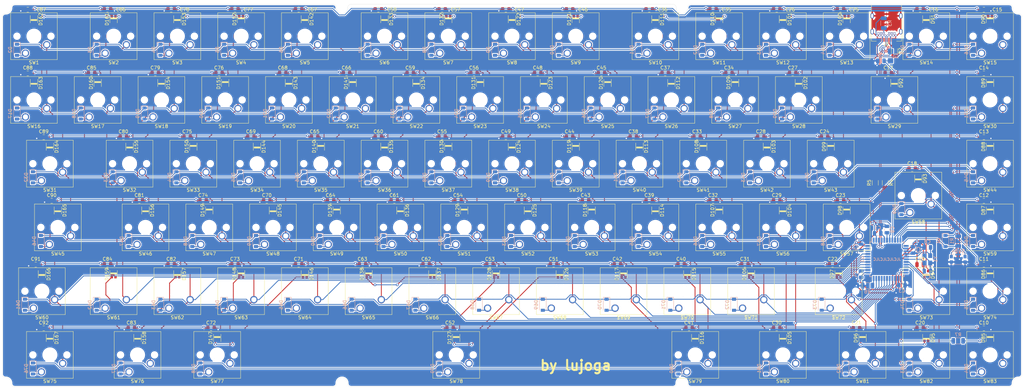
<source format=kicad_pcb>
(kicad_pcb (version 20171130) (host pcbnew 5.1.10)

  (general
    (thickness 1.6)
    (drawings 52)
    (tracks 2819)
    (zones 0)
    (modules 362)
    (nets 216)
  )

  (page A3)
  (layers
    (0 F.Cu signal)
    (31 B.Cu signal)
    (32 B.Adhes user)
    (33 F.Adhes user)
    (34 B.Paste user)
    (35 F.Paste user)
    (36 B.SilkS user)
    (37 F.SilkS user)
    (38 B.Mask user)
    (39 F.Mask user)
    (40 Dwgs.User user hide)
    (41 Cmts.User user)
    (42 Eco1.User user)
    (43 Eco2.User user)
    (44 Edge.Cuts user)
    (45 Margin user)
    (46 B.CrtYd user)
    (47 F.CrtYd user)
    (48 B.Fab user hide)
    (49 F.Fab user hide)
  )

  (setup
    (last_trace_width 0.25)
    (trace_clearance 0.2)
    (zone_clearance 0.508)
    (zone_45_only no)
    (trace_min 0.2)
    (via_size 0.8)
    (via_drill 0.4)
    (via_min_size 0.6)
    (via_min_drill 0.3)
    (uvia_size 0.3)
    (uvia_drill 0.1)
    (uvias_allowed no)
    (uvia_min_size 0.2)
    (uvia_min_drill 0.1)
    (edge_width 0.05)
    (segment_width 0.2)
    (pcb_text_width 0.3)
    (pcb_text_size 1.5 1.5)
    (mod_edge_width 0.12)
    (mod_text_size 1 1)
    (mod_text_width 0.15)
    (pad_size 2 2)
    (pad_drill 0)
    (pad_to_mask_clearance 0)
    (aux_axis_origin 0 0)
    (visible_elements FFFFF77F)
    (pcbplotparams
      (layerselection 0x010fc_ffffffff)
      (usegerberextensions false)
      (usegerberattributes false)
      (usegerberadvancedattributes false)
      (creategerberjobfile false)
      (excludeedgelayer true)
      (linewidth 0.100000)
      (plotframeref false)
      (viasonmask false)
      (mode 1)
      (useauxorigin false)
      (hpglpennumber 1)
      (hpglpenspeed 20)
      (hpglpendiameter 15.000000)
      (psnegative false)
      (psa4output false)
      (plotreference true)
      (plotvalue true)
      (plotinvisibletext false)
      (padsonsilk false)
      (subtractmaskfromsilk false)
      (outputformat 1)
      (mirror false)
      (drillshape 1)
      (scaleselection 1)
      (outputdirectory ""))
  )

  (net 0 "")
  (net 1 GND)
  (net 2 +5V)
  (net 3 "Net-(C7-Pad1)")
  (net 4 "Net-(C8-Pad2)")
  (net 5 "Net-(C9-Pad1)")
  (net 6 RST)
  (net 7 ROW0)
  (net 8 "Net-(D2-Pad2)")
  (net 9 "Net-(D3-Pad2)")
  (net 10 "Net-(D4-Pad2)")
  (net 11 "Net-(D5-Pad2)")
  (net 12 "Net-(D6-Pad2)")
  (net 13 "Net-(D7-Pad2)")
  (net 14 "Net-(D8-Pad2)")
  (net 15 "Net-(D9-Pad2)")
  (net 16 "Net-(D10-Pad2)")
  (net 17 "Net-(D11-Pad2)")
  (net 18 "Net-(D12-Pad2)")
  (net 19 "Net-(D13-Pad2)")
  (net 20 "Net-(D14-Pad2)")
  (net 21 "Net-(D15-Pad2)")
  (net 22 "Net-(D16-Pad2)")
  (net 23 ROW1)
  (net 24 "Net-(D17-Pad2)")
  (net 25 "Net-(D18-Pad2)")
  (net 26 "Net-(D19-Pad2)")
  (net 27 "Net-(D20-Pad2)")
  (net 28 "Net-(D21-Pad2)")
  (net 29 "Net-(D22-Pad2)")
  (net 30 "Net-(D23-Pad2)")
  (net 31 "Net-(D24-Pad2)")
  (net 32 "Net-(D25-Pad2)")
  (net 33 "Net-(D26-Pad2)")
  (net 34 "Net-(D27-Pad2)")
  (net 35 "Net-(D28-Pad2)")
  (net 36 "Net-(D29-Pad2)")
  (net 37 "Net-(D30-Pad2)")
  (net 38 "Net-(D31-Pad2)")
  (net 39 "Net-(D32-Pad2)")
  (net 40 ROW2)
  (net 41 "Net-(D33-Pad2)")
  (net 42 "Net-(D34-Pad2)")
  (net 43 "Net-(D35-Pad2)")
  (net 44 "Net-(D36-Pad2)")
  (net 45 "Net-(D37-Pad2)")
  (net 46 "Net-(D38-Pad2)")
  (net 47 "Net-(D39-Pad2)")
  (net 48 "Net-(D40-Pad2)")
  (net 49 "Net-(D41-Pad2)")
  (net 50 "Net-(D42-Pad2)")
  (net 51 "Net-(D43-Pad2)")
  (net 52 "Net-(D44-Pad2)")
  (net 53 "Net-(D45-Pad2)")
  (net 54 "Net-(D46-Pad2)")
  (net 55 ROW3)
  (net 56 "Net-(D47-Pad2)")
  (net 57 "Net-(D48-Pad2)")
  (net 58 "Net-(D49-Pad2)")
  (net 59 "Net-(D50-Pad2)")
  (net 60 "Net-(D51-Pad2)")
  (net 61 "Net-(D52-Pad2)")
  (net 62 "Net-(D53-Pad2)")
  (net 63 "Net-(D54-Pad2)")
  (net 64 "Net-(D55-Pad2)")
  (net 65 "Net-(D56-Pad2)")
  (net 66 "Net-(D57-Pad2)")
  (net 67 "Net-(D58-Pad2)")
  (net 68 "Net-(D59-Pad2)")
  (net 69 "Net-(D60-Pad2)")
  (net 70 ROW4)
  (net 71 "Net-(D61-Pad2)")
  (net 72 "Net-(D62-Pad2)")
  (net 73 "Net-(D63-Pad2)")
  (net 74 "Net-(D64-Pad2)")
  (net 75 "Net-(D65-Pad2)")
  (net 76 "Net-(D66-Pad2)")
  (net 77 "Net-(D67-Pad2)")
  (net 78 "Net-(D68-Pad2)")
  (net 79 "Net-(D69-Pad2)")
  (net 80 "Net-(D70-Pad2)")
  (net 81 "Net-(D71-Pad2)")
  (net 82 "Net-(D72-Pad2)")
  (net 83 "Net-(D73-Pad2)")
  (net 84 "Net-(D74-Pad2)")
  (net 85 "Net-(D75-Pad2)")
  (net 86 ROW5)
  (net 87 "Net-(D76-Pad2)")
  (net 88 "Net-(D77-Pad2)")
  (net 89 "Net-(D78-Pad2)")
  (net 90 "Net-(D79-Pad2)")
  (net 91 "Net-(D80-Pad2)")
  (net 92 "Net-(D81-Pad2)")
  (net 93 "Net-(D82-Pad2)")
  (net 94 "Net-(D83-Pad2)")
  (net 95 "Net-(D84-Pad2)")
  (net 96 "Net-(D85-Pad2)")
  (net 97 DIN)
  (net 98 "Net-(D86-Pad2)")
  (net 99 "Net-(D87-Pad2)")
  (net 100 "Net-(D88-Pad2)")
  (net 101 "Net-(D89-Pad2)")
  (net 102 "Net-(D90-Pad2)")
  (net 103 "Net-(D91-Pad2)")
  (net 104 "Net-(D92-Pad2)")
  (net 105 "Net-(D93-Pad2)")
  (net 106 "Net-(D94-Pad2)")
  (net 107 "Net-(D95-Pad2)")
  (net 108 "Net-(D96-Pad2)")
  (net 109 "Net-(D97-Pad2)")
  (net 110 "Net-(D98-Pad2)")
  (net 111 "Net-(D100-Pad4)")
  (net 112 "Net-(D100-Pad2)")
  (net 113 "Net-(D101-Pad2)")
  (net 114 "Net-(D102-Pad2)")
  (net 115 "Net-(D103-Pad2)")
  (net 116 "Net-(D104-Pad2)")
  (net 117 "Net-(D105-Pad2)")
  (net 118 "Net-(D106-Pad2)")
  (net 119 "Net-(D107-Pad2)")
  (net 120 "Net-(D108-Pad2)")
  (net 121 "Net-(D109-Pad2)")
  (net 122 "Net-(D110-Pad2)")
  (net 123 "Net-(D111-Pad2)")
  (net 124 "Net-(D112-Pad2)")
  (net 125 "Net-(D113-Pad2)")
  (net 126 "Net-(D114-Pad2)")
  (net 127 "Net-(D115-Pad2)")
  (net 128 "Net-(D116-Pad2)")
  (net 129 "Net-(D117-Pad2)")
  (net 130 "Net-(D118-Pad2)")
  (net 131 "Net-(D119-Pad2)")
  (net 132 "Net-(D120-Pad2)")
  (net 133 "Net-(D121-Pad2)")
  (net 134 "Net-(D122-Pad2)")
  (net 135 "Net-(D123-Pad2)")
  (net 136 "Net-(D124-Pad2)")
  (net 137 "Net-(D125-Pad2)")
  (net 138 "Net-(D126-Pad2)")
  (net 139 "Net-(D127-Pad2)")
  (net 140 "Net-(D128-Pad2)")
  (net 141 "Net-(D129-Pad2)")
  (net 142 "Net-(D130-Pad2)")
  (net 143 "Net-(D131-Pad2)")
  (net 144 "Net-(D132-Pad2)")
  (net 145 "Net-(D133-Pad2)")
  (net 146 "Net-(D134-Pad2)")
  (net 147 "Net-(D135-Pad2)")
  (net 148 "Net-(D136-Pad2)")
  (net 149 "Net-(D137-Pad2)")
  (net 150 "Net-(D138-Pad2)")
  (net 151 "Net-(D139-Pad2)")
  (net 152 "Net-(D140-Pad2)")
  (net 153 "Net-(D141-Pad2)")
  (net 154 "Net-(D142-Pad2)")
  (net 155 "Net-(D143-Pad2)")
  (net 156 "Net-(D144-Pad2)")
  (net 157 "Net-(D145-Pad2)")
  (net 158 "Net-(D146-Pad2)")
  (net 159 "Net-(D147-Pad2)")
  (net 160 "Net-(D148-Pad2)")
  (net 161 "Net-(D149-Pad2)")
  (net 162 "Net-(D150-Pad2)")
  (net 163 "Net-(D151-Pad2)")
  (net 164 "Net-(D152-Pad2)")
  (net 165 "Net-(D153-Pad2)")
  (net 166 "Net-(D154-Pad2)")
  (net 167 "Net-(D155-Pad2)")
  (net 168 "Net-(D156-Pad2)")
  (net 169 "Net-(D157-Pad2)")
  (net 170 "Net-(D158-Pad2)")
  (net 171 "Net-(D159-Pad2)")
  (net 172 "Net-(D160-Pad2)")
  (net 173 "Net-(D161-Pad2)")
  (net 174 "Net-(D162-Pad2)")
  (net 175 "Net-(D163-Pad2)")
  (net 176 "Net-(D164-Pad2)")
  (net 177 "Net-(D165-Pad2)")
  (net 178 "Net-(D166-Pad2)")
  (net 179 "Net-(D167-Pad2)")
  (net 180 "Net-(F1-Pad2)")
  (net 181 COL02)
  (net 182 COL00)
  (net 183 COL01)
  (net 184 D-)
  (net 185 D+)
  (net 186 "Net-(R6-Pad2)")
  (net 187 COL03)
  (net 188 COL04)
  (net 189 COL06)
  (net 190 COL07)
  (net 191 COL08)
  (net 192 COL09)
  (net 193 COL10)
  (net 194 COL11)
  (net 195 COL12)
  (net 196 COL13)
  (net 197 COL14)
  (net 198 COL15)
  (net 199 COL05)
  (net 200 "Net-(U1-Pad1)")
  (net 201 "Net-(U1-Pad42)")
  (net 202 "Net-(R7-Pad2)")
  (net 203 "Net-(J1-PadB11)")
  (net 204 "Net-(J1-PadB2)")
  (net 205 "Net-(J1-PadB5)")
  (net 206 "Net-(J1-PadB8)")
  (net 207 "Net-(J1-PadB3)")
  (net 208 "Net-(J1-PadB10)")
  (net 209 "Net-(J1-PadA2)")
  (net 210 "Net-(J1-PadA3)")
  (net 211 "Net-(J1-PadA5)")
  (net 212 "Net-(J1-PadA8)")
  (net 213 "Net-(J1-PadA10)")
  (net 214 "Net-(J1-PadA11)")
  (net 215 "Net-(U1-Pad12)")

  (net_class Default "Dies ist die voreingestellte Netzklasse."
    (clearance 0.2)
    (trace_width 0.25)
    (via_dia 0.8)
    (via_drill 0.4)
    (uvia_dia 0.3)
    (uvia_drill 0.1)
    (add_net +5V)
    (add_net COL00)
    (add_net COL01)
    (add_net COL02)
    (add_net COL03)
    (add_net COL04)
    (add_net COL05)
    (add_net COL06)
    (add_net COL07)
    (add_net COL08)
    (add_net COL09)
    (add_net COL10)
    (add_net COL11)
    (add_net COL12)
    (add_net COL13)
    (add_net COL14)
    (add_net COL15)
    (add_net D+)
    (add_net D-)
    (add_net DIN)
    (add_net GND)
    (add_net "Net-(C7-Pad1)")
    (add_net "Net-(C8-Pad2)")
    (add_net "Net-(C9-Pad1)")
    (add_net "Net-(D10-Pad2)")
    (add_net "Net-(D100-Pad2)")
    (add_net "Net-(D100-Pad4)")
    (add_net "Net-(D101-Pad2)")
    (add_net "Net-(D102-Pad2)")
    (add_net "Net-(D103-Pad2)")
    (add_net "Net-(D104-Pad2)")
    (add_net "Net-(D105-Pad2)")
    (add_net "Net-(D106-Pad2)")
    (add_net "Net-(D107-Pad2)")
    (add_net "Net-(D108-Pad2)")
    (add_net "Net-(D109-Pad2)")
    (add_net "Net-(D11-Pad2)")
    (add_net "Net-(D110-Pad2)")
    (add_net "Net-(D111-Pad2)")
    (add_net "Net-(D112-Pad2)")
    (add_net "Net-(D113-Pad2)")
    (add_net "Net-(D114-Pad2)")
    (add_net "Net-(D115-Pad2)")
    (add_net "Net-(D116-Pad2)")
    (add_net "Net-(D117-Pad2)")
    (add_net "Net-(D118-Pad2)")
    (add_net "Net-(D119-Pad2)")
    (add_net "Net-(D12-Pad2)")
    (add_net "Net-(D120-Pad2)")
    (add_net "Net-(D121-Pad2)")
    (add_net "Net-(D122-Pad2)")
    (add_net "Net-(D123-Pad2)")
    (add_net "Net-(D124-Pad2)")
    (add_net "Net-(D125-Pad2)")
    (add_net "Net-(D126-Pad2)")
    (add_net "Net-(D127-Pad2)")
    (add_net "Net-(D128-Pad2)")
    (add_net "Net-(D129-Pad2)")
    (add_net "Net-(D13-Pad2)")
    (add_net "Net-(D130-Pad2)")
    (add_net "Net-(D131-Pad2)")
    (add_net "Net-(D132-Pad2)")
    (add_net "Net-(D133-Pad2)")
    (add_net "Net-(D134-Pad2)")
    (add_net "Net-(D135-Pad2)")
    (add_net "Net-(D136-Pad2)")
    (add_net "Net-(D137-Pad2)")
    (add_net "Net-(D138-Pad2)")
    (add_net "Net-(D139-Pad2)")
    (add_net "Net-(D14-Pad2)")
    (add_net "Net-(D140-Pad2)")
    (add_net "Net-(D141-Pad2)")
    (add_net "Net-(D142-Pad2)")
    (add_net "Net-(D143-Pad2)")
    (add_net "Net-(D144-Pad2)")
    (add_net "Net-(D145-Pad2)")
    (add_net "Net-(D146-Pad2)")
    (add_net "Net-(D147-Pad2)")
    (add_net "Net-(D148-Pad2)")
    (add_net "Net-(D149-Pad2)")
    (add_net "Net-(D15-Pad2)")
    (add_net "Net-(D150-Pad2)")
    (add_net "Net-(D151-Pad2)")
    (add_net "Net-(D152-Pad2)")
    (add_net "Net-(D153-Pad2)")
    (add_net "Net-(D154-Pad2)")
    (add_net "Net-(D155-Pad2)")
    (add_net "Net-(D156-Pad2)")
    (add_net "Net-(D157-Pad2)")
    (add_net "Net-(D158-Pad2)")
    (add_net "Net-(D159-Pad2)")
    (add_net "Net-(D16-Pad2)")
    (add_net "Net-(D160-Pad2)")
    (add_net "Net-(D161-Pad2)")
    (add_net "Net-(D162-Pad2)")
    (add_net "Net-(D163-Pad2)")
    (add_net "Net-(D164-Pad2)")
    (add_net "Net-(D165-Pad2)")
    (add_net "Net-(D166-Pad2)")
    (add_net "Net-(D167-Pad2)")
    (add_net "Net-(D17-Pad2)")
    (add_net "Net-(D18-Pad2)")
    (add_net "Net-(D19-Pad2)")
    (add_net "Net-(D2-Pad2)")
    (add_net "Net-(D20-Pad2)")
    (add_net "Net-(D21-Pad2)")
    (add_net "Net-(D22-Pad2)")
    (add_net "Net-(D23-Pad2)")
    (add_net "Net-(D24-Pad2)")
    (add_net "Net-(D25-Pad2)")
    (add_net "Net-(D26-Pad2)")
    (add_net "Net-(D27-Pad2)")
    (add_net "Net-(D28-Pad2)")
    (add_net "Net-(D29-Pad2)")
    (add_net "Net-(D3-Pad2)")
    (add_net "Net-(D30-Pad2)")
    (add_net "Net-(D31-Pad2)")
    (add_net "Net-(D32-Pad2)")
    (add_net "Net-(D33-Pad2)")
    (add_net "Net-(D34-Pad2)")
    (add_net "Net-(D35-Pad2)")
    (add_net "Net-(D36-Pad2)")
    (add_net "Net-(D37-Pad2)")
    (add_net "Net-(D38-Pad2)")
    (add_net "Net-(D39-Pad2)")
    (add_net "Net-(D4-Pad2)")
    (add_net "Net-(D40-Pad2)")
    (add_net "Net-(D41-Pad2)")
    (add_net "Net-(D42-Pad2)")
    (add_net "Net-(D43-Pad2)")
    (add_net "Net-(D44-Pad2)")
    (add_net "Net-(D45-Pad2)")
    (add_net "Net-(D46-Pad2)")
    (add_net "Net-(D47-Pad2)")
    (add_net "Net-(D48-Pad2)")
    (add_net "Net-(D49-Pad2)")
    (add_net "Net-(D5-Pad2)")
    (add_net "Net-(D50-Pad2)")
    (add_net "Net-(D51-Pad2)")
    (add_net "Net-(D52-Pad2)")
    (add_net "Net-(D53-Pad2)")
    (add_net "Net-(D54-Pad2)")
    (add_net "Net-(D55-Pad2)")
    (add_net "Net-(D56-Pad2)")
    (add_net "Net-(D57-Pad2)")
    (add_net "Net-(D58-Pad2)")
    (add_net "Net-(D59-Pad2)")
    (add_net "Net-(D6-Pad2)")
    (add_net "Net-(D60-Pad2)")
    (add_net "Net-(D61-Pad2)")
    (add_net "Net-(D62-Pad2)")
    (add_net "Net-(D63-Pad2)")
    (add_net "Net-(D64-Pad2)")
    (add_net "Net-(D65-Pad2)")
    (add_net "Net-(D66-Pad2)")
    (add_net "Net-(D67-Pad2)")
    (add_net "Net-(D68-Pad2)")
    (add_net "Net-(D69-Pad2)")
    (add_net "Net-(D7-Pad2)")
    (add_net "Net-(D70-Pad2)")
    (add_net "Net-(D71-Pad2)")
    (add_net "Net-(D72-Pad2)")
    (add_net "Net-(D73-Pad2)")
    (add_net "Net-(D74-Pad2)")
    (add_net "Net-(D75-Pad2)")
    (add_net "Net-(D76-Pad2)")
    (add_net "Net-(D77-Pad2)")
    (add_net "Net-(D78-Pad2)")
    (add_net "Net-(D79-Pad2)")
    (add_net "Net-(D8-Pad2)")
    (add_net "Net-(D80-Pad2)")
    (add_net "Net-(D81-Pad2)")
    (add_net "Net-(D82-Pad2)")
    (add_net "Net-(D83-Pad2)")
    (add_net "Net-(D84-Pad2)")
    (add_net "Net-(D85-Pad2)")
    (add_net "Net-(D86-Pad2)")
    (add_net "Net-(D87-Pad2)")
    (add_net "Net-(D88-Pad2)")
    (add_net "Net-(D89-Pad2)")
    (add_net "Net-(D9-Pad2)")
    (add_net "Net-(D90-Pad2)")
    (add_net "Net-(D91-Pad2)")
    (add_net "Net-(D92-Pad2)")
    (add_net "Net-(D93-Pad2)")
    (add_net "Net-(D94-Pad2)")
    (add_net "Net-(D95-Pad2)")
    (add_net "Net-(D96-Pad2)")
    (add_net "Net-(D97-Pad2)")
    (add_net "Net-(D98-Pad2)")
    (add_net "Net-(F1-Pad2)")
    (add_net "Net-(J1-PadA10)")
    (add_net "Net-(J1-PadA11)")
    (add_net "Net-(J1-PadA2)")
    (add_net "Net-(J1-PadA3)")
    (add_net "Net-(J1-PadA5)")
    (add_net "Net-(J1-PadA8)")
    (add_net "Net-(J1-PadB10)")
    (add_net "Net-(J1-PadB11)")
    (add_net "Net-(J1-PadB2)")
    (add_net "Net-(J1-PadB3)")
    (add_net "Net-(J1-PadB5)")
    (add_net "Net-(J1-PadB8)")
    (add_net "Net-(R6-Pad2)")
    (add_net "Net-(R7-Pad2)")
    (add_net "Net-(U1-Pad1)")
    (add_net "Net-(U1-Pad12)")
    (add_net "Net-(U1-Pad42)")
    (add_net ROW0)
    (add_net ROW1)
    (add_net ROW2)
    (add_net ROW3)
    (add_net ROW4)
    (add_net ROW5)
    (add_net RST)
  )

  (module MountingHole:MountingHole_2mm (layer F.Cu) (tedit 60F2D872) (tstamp 60E8A97D)
    (at 341.8 151.3)
    (descr "Mounting Hole 2mm, no annular")
    (tags "mounting hole 2mm no annular")
    (attr virtual)
    (fp_text reference REF** (at 0 -4.2) (layer F.SilkS) hide
      (effects (font (size 1 1) (thickness 0.15)))
    )
    (fp_text value MountingHole_2mm (at 0 4.2) (layer F.Fab) hide
      (effects (font (size 1 1) (thickness 0.15)))
    )
    (fp_circle (center 0 0) (end 1.6 0) (layer Cmts.User) (width 0.15))
    (fp_circle (center 0 0) (end 1.7 0) (layer F.CrtYd) (width 0.05))
    (fp_text user %R (at 0.3 0) (layer F.Fab) hide
      (effects (font (size 1 1) (thickness 0.15)))
    )
    (pad "" smd circle (at 0 0) (size 2 2) (layers *.Paste))
  )

  (module MountingHole:MountingHole_2mm (layer F.Cu) (tedit 60F2D855) (tstamp 60E8A94A)
    (at 341.8 39.2)
    (descr "Mounting Hole 2mm, no annular")
    (tags "mounting hole 2mm no annular")
    (attr virtual)
    (fp_text reference REF** (at 0 -4.2) (layer F.SilkS) hide
      (effects (font (size 1 1) (thickness 0.15)))
    )
    (fp_text value MountingHole_2mm (at 0 4.2) (layer F.Fab) hide
      (effects (font (size 1 1) (thickness 0.15)))
    )
    (fp_circle (center 0 0) (end 1.6 0) (layer Cmts.User) (width 0.15))
    (fp_circle (center 0 0) (end 1.7 0) (layer F.CrtYd) (width 0.05))
    (fp_text user %R (at 0.3 0) (layer F.Fab) hide
      (effects (font (size 1 1) (thickness 0.15)))
    )
    (pad "" smd circle (at 0 0) (size 2 2) (layers *.Paste))
  )

  (module MountingHole:MountingHole_2mm (layer F.Cu) (tedit 60F2D83E) (tstamp 60E8A17F)
    (at 241.3 39.2)
    (descr "Mounting Hole 2mm, no annular")
    (tags "mounting hole 2mm no annular")
    (attr virtual)
    (fp_text reference REF** (at 0 -4.2) (layer F.SilkS) hide
      (effects (font (size 1 1) (thickness 0.15)))
    )
    (fp_text value MountingHole_2mm (at 0 4.2) (layer F.Fab) hide
      (effects (font (size 1 1) (thickness 0.15)))
    )
    (fp_circle (center 0 0) (end 1.6 0) (layer Cmts.User) (width 0.15))
    (fp_circle (center 0 0) (end 1.7 0) (layer F.CrtYd) (width 0.05))
    (fp_text user %R (at 0.3 0) (layer F.Fab) hide
      (effects (font (size 1 1) (thickness 0.15)))
    )
    (pad "" smd circle (at 0 0) (size 2 2) (layers *.Paste))
  )

  (module MountingHole:MountingHole_2mm (layer F.Cu) (tedit 60F2D7FF) (tstamp 60E89FD7)
    (at 139.7 39.2)
    (descr "Mounting Hole 2mm, no annular")
    (tags "mounting hole 2mm no annular")
    (attr virtual)
    (fp_text reference REF** (at 0 -4.2) (layer F.SilkS) hide
      (effects (font (size 1 1) (thickness 0.15)))
    )
    (fp_text value MountingHole_2mm (at 0 4.2) (layer F.Fab) hide
      (effects (font (size 1 1) (thickness 0.15)))
    )
    (fp_circle (center 0 0) (end 1.6 0) (layer Cmts.User) (width 0.15))
    (fp_circle (center 0 0) (end 1.7 0) (layer F.CrtYd) (width 0.05))
    (fp_text user %R (at 0.3 0) (layer F.Fab) hide
      (effects (font (size 1 1) (thickness 0.15)))
    )
    (pad "" smd circle (at 0 0) (size 2 2) (layers *.Paste))
  )

  (module MountingHole:MountingHole_2mm (layer F.Cu) (tedit 60F2D7D3) (tstamp 60E8A8F8)
    (at 39.2 39.2)
    (descr "Mounting Hole 2mm, no annular")
    (tags "mounting hole 2mm no annular")
    (attr virtual)
    (fp_text reference REF** (at 0 -4.2) (layer F.SilkS) hide
      (effects (font (size 1 1) (thickness 0.15)))
    )
    (fp_text value MountingHole_2mm (at 0 4.2) (layer F.Fab) hide
      (effects (font (size 1 1) (thickness 0.15)))
    )
    (fp_circle (center 0 0) (end 1.6 0) (layer Cmts.User) (width 0.15))
    (fp_circle (center 0 0) (end 1.7 0) (layer F.CrtYd) (width 0.05))
    (fp_text user %R (at 0.3 0) (layer F.Fab) hide
      (effects (font (size 1 1) (thickness 0.15)))
    )
    (pad "" smd circle (at 0 0) (size 2 2) (layers *.Paste))
  )

  (module MountingHole:MountingHole_2mm (layer F.Cu) (tedit 60F2D763) (tstamp 60E8A92F)
    (at 39.2 151.3)
    (descr "Mounting Hole 2mm, no annular")
    (tags "mounting hole 2mm no annular")
    (attr virtual)
    (fp_text reference REF** (at 0 -4.2) (layer F.SilkS) hide
      (effects (font (size 1 1) (thickness 0.15)))
    )
    (fp_text value MountingHole_2mm (at 0 4.2) (layer F.Fab) hide
      (effects (font (size 1 1) (thickness 0.15)))
    )
    (fp_circle (center 0 0) (end 1.6 0) (layer Cmts.User) (width 0.15))
    (fp_circle (center 0 0) (end 1.7 0) (layer F.CrtYd) (width 0.05))
    (fp_text user %R (at 0.3 0) (layer F.Fab) hide
      (effects (font (size 1 1) (thickness 0.15)))
    )
    (pad "" smd circle (at 0 0) (size 2 2) (layers *.Paste))
  )

  (module MountingHole:MountingHole_2mm (layer F.Cu) (tedit 60F2D70C) (tstamp 60E8A18C)
    (at 139.7 151.3)
    (descr "Mounting Hole 2mm, no annular")
    (tags "mounting hole 2mm no annular")
    (attr virtual)
    (fp_text reference REF** (at 0 -4.2) (layer F.SilkS) hide
      (effects (font (size 1 1) (thickness 0.15)))
    )
    (fp_text value MountingHole_2mm (at 0 4.2) (layer F.Fab) hide
      (effects (font (size 1 1) (thickness 0.15)))
    )
    (fp_circle (center 0 0) (end 1.6 0) (layer Cmts.User) (width 0.15))
    (fp_circle (center 0 0) (end 1.7 0) (layer F.CrtYd) (width 0.05))
    (fp_text user %R (at 0.3 0) (layer F.Fab) hide
      (effects (font (size 1 1) (thickness 0.15)))
    )
    (pad "" smd circle (at 0 0) (size 2 2) (layers *.Paste))
  )

  (module MountingHole:MountingHole_2mm (layer F.Cu) (tedit 60F2D69F) (tstamp 60E8A1A1)
    (at 241.3 151.3)
    (descr "Mounting Hole 2mm, no annular")
    (tags "mounting hole 2mm no annular")
    (attr virtual)
    (fp_text reference REF** (at 0 -4.2) (layer F.SilkS) hide
      (effects (font (size 1 1) (thickness 0.15)))
    )
    (fp_text value MountingHole_2mm (at 0 4.2) (layer F.Fab) hide
      (effects (font (size 1 1) (thickness 0.15)))
    )
    (fp_circle (center 0 0) (end 1.6 0) (layer Cmts.User) (width 0.15))
    (fp_circle (center 0 0) (end 1.7 0) (layer F.CrtYd) (width 0.05))
    (fp_text user %R (at 0.3 0) (layer F.Fab) hide
      (effects (font (size 1 1) (thickness 0.15)))
    )
    (pad "" smd circle (at 0 0) (size 2 2) (layers *.Paste))
  )

  (module Button_Switch_Keyboard:SW_Cherry_MX_ISOEnter_PCB (layer F.Cu) (tedit 60E88C41) (tstamp 5F160517)
    (at 309.40375 100.33 180)
    (descr "Cherry MX keyswitch, ISO Enter, PCB mount, http://cherryamericas.com/wp-content/uploads/2014/12/mx_cat.pdf")
    (tags "Cherry MX keyswitch ISO enter PCB")
    (path /5F51BE8C/5F51CE2C)
    (fp_text reference SW58 (at -2.54 -2.794 180) (layer F.SilkS)
      (effects (font (size 1 1) (thickness 0.15)))
    )
    (fp_text value MX1A-G1NA (at -2.286 13.208 180) (layer F.Fab)
      (effects (font (size 1 1) (thickness 0.15)))
    )
    (fp_line (start -9.525 12.065) (end -9.525 -1.905) (layer F.SilkS) (width 0.12))
    (fp_line (start 4.445 12.065) (end -9.525 12.065) (layer F.SilkS) (width 0.12))
    (fp_line (start 4.445 -1.905) (end 4.445 12.065) (layer F.SilkS) (width 0.12))
    (fp_line (start -9.525 -1.905) (end 4.445 -1.905) (layer F.SilkS) (width 0.12))
    (fp_line (start 9.36625 5.08) (end 14.12875 5.08) (layer Dwgs.User) (width 0.15))
    (fp_line (start 14.12875 5.08) (end 14.12875 24.13) (layer Dwgs.User) (width 0.15))
    (fp_line (start -14.44625 -13.97) (end 9.36625 -13.97) (layer Dwgs.User) (width 0.15))
    (fp_line (start -14.44625 24.13) (end -14.44625 -13.97) (layer Dwgs.User) (width 0.15))
    (fp_line (start 14.12875 24.13) (end -14.44625 24.13) (layer Dwgs.User) (width 0.15))
    (fp_line (start 9.36625 -13.97) (end 9.36625 5.08) (layer Dwgs.User) (width 0.15))
    (fp_line (start -9.14 -1.52) (end 4.06 -1.52) (layer F.CrtYd) (width 0.05))
    (fp_line (start 4.06 -1.52) (end 4.06 11.68) (layer F.CrtYd) (width 0.05))
    (fp_line (start 4.06 11.68) (end -9.14 11.68) (layer F.CrtYd) (width 0.05))
    (fp_line (start -9.14 11.68) (end -9.14 -1.52) (layer F.CrtYd) (width 0.05))
    (fp_line (start -8.89 11.43) (end -8.89 -1.27) (layer F.Fab) (width 0.1))
    (fp_line (start 3.81 11.43) (end -8.89 11.43) (layer F.Fab) (width 0.1))
    (fp_line (start 3.81 -1.27) (end 3.81 11.43) (layer F.Fab) (width 0.1))
    (fp_line (start -8.89 -1.27) (end 3.81 -1.27) (layer F.Fab) (width 0.1))
    (fp_text user %R (at -2.54 -2.794 180) (layer F.Fab)
      (effects (font (size 1 1) (thickness 0.15)))
    )
    (pad 1 thru_hole circle (at 0 0 180) (size 2.2 2.2) (drill 1.5) (layers *.Cu *.Mask)
      (net 68 "Net-(D59-Pad2)"))
    (pad 2 thru_hole circle (at -6.35 2.54 180) (size 2.2 2.2) (drill 1.5) (layers *.Cu *.Mask)
      (net 197 COL14))
    (pad "" np_thru_hole circle (at -2.54 5.08 180) (size 4 4) (drill 4) (layers *.Cu *.Mask))
    (pad "" np_thru_hole circle (at -7.62 5.08 180) (size 1.7 1.7) (drill 1.7) (layers *.Cu *.Mask))
    (pad "" np_thru_hole circle (at 2.54 5.08 180) (size 1.7 1.7) (drill 1.7) (layers *.Cu *.Mask))
    (model ${KISYS3DMOD}/Button_Switch_Keyboard.3dshapes/SW_Cherry_MX_ISOEnter_PCB.wrl
      (at (xyz 0 0 0))
      (scale (xyz 1 1 1))
      (rotate (xyz 0 0 0))
    )
  )

  (module Button_Switch_Keyboard:SW_Cherry_MX_2.00u_PCB (layer F.Cu) (tedit 60E88B61) (tstamp 5F16021F)
    (at 302.26 71.755 180)
    (descr "Cherry MX keyswitch, 2.00u, PCB mount, http://cherryamericas.com/wp-content/uploads/2014/12/mx_cat.pdf")
    (tags "Cherry MX keyswitch 2.00u PCB")
    (path /5F51BE8C/5F51CE0E)
    (fp_text reference SW29 (at -2.54 -2.794 180) (layer F.SilkS)
      (effects (font (size 1 1) (thickness 0.15)))
    )
    (fp_text value MX1A-G1NA (at -2.54 12.954 180) (layer F.Fab)
      (effects (font (size 1 1) (thickness 0.15)))
    )
    (fp_line (start -9.525 12.065) (end -9.525 -1.905) (layer F.SilkS) (width 0.12))
    (fp_line (start 4.445 12.065) (end -9.525 12.065) (layer F.SilkS) (width 0.12))
    (fp_line (start 4.445 -1.905) (end 4.445 12.065) (layer F.SilkS) (width 0.12))
    (fp_line (start -9.525 -1.905) (end 4.445 -1.905) (layer F.SilkS) (width 0.12))
    (fp_line (start -21.59 14.605) (end -21.59 -4.445) (layer Dwgs.User) (width 0.15))
    (fp_line (start 16.51 14.605) (end -21.59 14.605) (layer Dwgs.User) (width 0.15))
    (fp_line (start 16.51 -4.445) (end 16.51 14.605) (layer Dwgs.User) (width 0.15))
    (fp_line (start -21.59 -4.445) (end 16.51 -4.445) (layer Dwgs.User) (width 0.15))
    (fp_line (start -9.14 -1.52) (end 4.06 -1.52) (layer F.CrtYd) (width 0.05))
    (fp_line (start 4.06 -1.52) (end 4.06 11.68) (layer F.CrtYd) (width 0.05))
    (fp_line (start 4.06 11.68) (end -9.14 11.68) (layer F.CrtYd) (width 0.05))
    (fp_line (start -9.14 11.68) (end -9.14 -1.52) (layer F.CrtYd) (width 0.05))
    (fp_line (start -8.89 11.43) (end -8.89 -1.27) (layer F.Fab) (width 0.1))
    (fp_line (start 3.81 11.43) (end -8.89 11.43) (layer F.Fab) (width 0.1))
    (fp_line (start 3.81 -1.27) (end 3.81 11.43) (layer F.Fab) (width 0.1))
    (fp_line (start -8.89 -1.27) (end 3.81 -1.27) (layer F.Fab) (width 0.1))
    (fp_text user %R (at -2.54 -2.794 180) (layer F.Fab)
      (effects (font (size 1 1) (thickness 0.15)))
    )
    (pad 1 thru_hole circle (at 0 0 180) (size 2.2 2.2) (drill 1.5) (layers *.Cu *.Mask)
      (net 37 "Net-(D30-Pad2)"))
    (pad 2 thru_hole circle (at -6.35 2.54 180) (size 2.2 2.2) (drill 1.5) (layers *.Cu *.Mask)
      (net 197 COL14))
    (pad "" np_thru_hole circle (at -2.54 5.08 180) (size 4 4) (drill 4) (layers *.Cu *.Mask))
    (pad "" np_thru_hole circle (at -7.62 5.08 180) (size 1.7 1.7) (drill 1.7) (layers *.Cu *.Mask))
    (pad "" np_thru_hole circle (at 2.54 5.08 180) (size 1.7 1.7) (drill 1.7) (layers *.Cu *.Mask))
    (model ${KISYS3DMOD}/Button_Switch_Keyboard.3dshapes/SW_Cherry_MX_2.00u_PCB.wrl
      (at (xyz 0 0 0))
      (scale (xyz 1 1 1))
      (rotate (xyz 0 0 0))
    )
  )

  (module Button_Switch_Keyboard:SW_Cherry_MX_6.25u_PCB (layer F.Cu) (tedit 60E88B4A) (tstamp 5F160723)
    (at 171.29125 147.955 180)
    (descr "Cherry MX keyswitch, 6.25u, PCB mount, http://cherryamericas.com/wp-content/uploads/2014/12/mx_cat.pdf")
    (tags "Cherry MX keyswitch 6.25u PCB")
    (path /5F51BE8C/5F84AEA9)
    (fp_text reference SW78 (at -2.54 -2.794 180) (layer F.SilkS)
      (effects (font (size 1 1) (thickness 0.15)))
    )
    (fp_text value MX1A-G1NA (at -2.54 12.954 180) (layer F.Fab)
      (effects (font (size 1 1) (thickness 0.15)))
    )
    (fp_line (start -9.525 12.065) (end -9.525 -1.905) (layer F.SilkS) (width 0.12))
    (fp_line (start 4.445 12.065) (end -9.525 12.065) (layer F.SilkS) (width 0.12))
    (fp_line (start 4.445 -1.905) (end 4.445 12.065) (layer F.SilkS) (width 0.12))
    (fp_line (start -9.525 -1.905) (end 4.445 -1.905) (layer F.SilkS) (width 0.12))
    (fp_line (start -62.07125 14.605) (end -62.07125 -4.445) (layer Dwgs.User) (width 0.15))
    (fp_line (start 56.99125 14.605) (end -62.07125 14.605) (layer Dwgs.User) (width 0.15))
    (fp_line (start 56.99125 -4.445) (end 56.99125 14.605) (layer Dwgs.User) (width 0.15))
    (fp_line (start -62.07125 -4.445) (end 56.99125 -4.445) (layer Dwgs.User) (width 0.15))
    (fp_line (start -9.14 -1.52) (end 4.06 -1.52) (layer F.CrtYd) (width 0.05))
    (fp_line (start 4.06 -1.52) (end 4.06 11.68) (layer F.CrtYd) (width 0.05))
    (fp_line (start 4.06 11.68) (end -9.14 11.68) (layer F.CrtYd) (width 0.05))
    (fp_line (start -9.14 11.68) (end -9.14 -1.52) (layer F.CrtYd) (width 0.05))
    (fp_line (start -8.89 11.43) (end -8.89 -1.27) (layer F.Fab) (width 0.1))
    (fp_line (start 3.81 11.43) (end -8.89 11.43) (layer F.Fab) (width 0.1))
    (fp_line (start 3.81 -1.27) (end 3.81 11.43) (layer F.Fab) (width 0.1))
    (fp_line (start -8.89 -1.27) (end 3.81 -1.27) (layer F.Fab) (width 0.1))
    (fp_text user %R (at -2.54 -2.794 180) (layer F.Fab)
      (effects (font (size 1 1) (thickness 0.15)))
    )
    (pad 1 thru_hole circle (at 0 0 180) (size 2.2 2.2) (drill 1.5) (layers *.Cu *.Mask)
      (net 90 "Net-(D79-Pad2)"))
    (pad 2 thru_hole circle (at -6.35 2.54 180) (size 2.2 2.2) (drill 1.5) (layers *.Cu *.Mask)
      (net 190 COL07))
    (pad "" np_thru_hole circle (at -2.54 5.08 180) (size 4 4) (drill 4) (layers *.Cu *.Mask))
    (pad "" np_thru_hole circle (at -7.62 5.08 180) (size 1.7 1.7) (drill 1.7) (layers *.Cu *.Mask))
    (pad "" np_thru_hole circle (at 2.54 5.08 180) (size 1.7 1.7) (drill 1.7) (layers *.Cu *.Mask))
    (model ${KISYS3DMOD}/Button_Switch_Keyboard.3dshapes/SW_Cherry_MX_6.25u_PCB.wrl
      (at (xyz 0 0 0))
      (scale (xyz 1 1 1))
      (rotate (xyz 0 0 0))
    )
  )

  (module Crystal:Crystal_SMD_3225-4Pin_3.2x2.5mm (layer B.Cu) (tedit 5A0FD1B2) (tstamp 60EED0B1)
    (at 314.6425 114.3 90)
    (descr "SMD Crystal SERIES SMD3225/4 http://www.txccrystal.com/images/pdf/7m-accuracy.pdf, 3.2x2.5mm^2 package")
    (tags "SMD SMT crystal")
    (path /5F294622)
    (attr smd)
    (fp_text reference Y1 (at 0 2.45 90) (layer B.SilkS)
      (effects (font (size 1 1) (thickness 0.15)) (justify mirror))
    )
    (fp_text value 16MHz (at 0 -2.45 90) (layer B.Fab)
      (effects (font (size 1 1) (thickness 0.15)) (justify mirror))
    )
    (fp_line (start -1.6 1.25) (end -1.6 -1.25) (layer B.Fab) (width 0.1))
    (fp_line (start -1.6 -1.25) (end 1.6 -1.25) (layer B.Fab) (width 0.1))
    (fp_line (start 1.6 -1.25) (end 1.6 1.25) (layer B.Fab) (width 0.1))
    (fp_line (start 1.6 1.25) (end -1.6 1.25) (layer B.Fab) (width 0.1))
    (fp_line (start -1.6 -0.25) (end -0.6 -1.25) (layer B.Fab) (width 0.1))
    (fp_line (start -2 1.65) (end -2 -1.65) (layer B.SilkS) (width 0.12))
    (fp_line (start -2 -1.65) (end 2 -1.65) (layer B.SilkS) (width 0.12))
    (fp_line (start -2.1 1.7) (end -2.1 -1.7) (layer B.CrtYd) (width 0.05))
    (fp_line (start -2.1 -1.7) (end 2.1 -1.7) (layer B.CrtYd) (width 0.05))
    (fp_line (start 2.1 -1.7) (end 2.1 1.7) (layer B.CrtYd) (width 0.05))
    (fp_line (start 2.1 1.7) (end -2.1 1.7) (layer B.CrtYd) (width 0.05))
    (fp_text user %R (at 0 0 90) (layer B.Fab)
      (effects (font (size 0.7 0.7) (thickness 0.105)) (justify mirror))
    )
    (pad 1 smd rect (at -1.1 -0.85 90) (size 1.4 1.2) (layers B.Cu B.Paste B.Mask)
      (net 3 "Net-(C7-Pad1)"))
    (pad 2 smd rect (at 1.1 -0.85 90) (size 1.4 1.2) (layers B.Cu B.Paste B.Mask)
      (net 1 GND))
    (pad 3 smd rect (at 1.1 0.85 90) (size 1.4 1.2) (layers B.Cu B.Paste B.Mask)
      (net 4 "Net-(C8-Pad2)"))
    (pad 4 smd rect (at -1.1 0.85 90) (size 1.4 1.2) (layers B.Cu B.Paste B.Mask)
      (net 1 GND))
    (model ${KISYS3DMOD}/Crystal.3dshapes/Crystal_SMD_3225-4Pin_3.2x2.5mm.wrl
      (at (xyz 0 0 0))
      (scale (xyz 1 1 1))
      (rotate (xyz 0 0 0))
    )
  )

  (module Button_Switch_SMD:SW_Push_1P1T-SH_NO_CK_KMR2xxG (layer B.Cu) (tedit 60F04E96) (tstamp 60EE10F7)
    (at 323.85 114.3 180)
    (descr "CK components KMR2 tactile switch with ground pin http://www.ckswitches.com/media/1479/kmr2.pdf")
    (tags "tactile switch kmr2")
    (path /60FEE33A)
    (attr smd)
    (fp_text reference SW84 (at 0 2.45) (layer B.SilkS)
      (effects (font (size 1 1) (thickness 0.15)) (justify mirror))
    )
    (fp_text value SW_Push (at 0 -2.55) (layer B.Fab)
      (effects (font (size 1 1) (thickness 0.15)) (justify mirror))
    )
    (fp_line (start -2.2 -0.05) (end -2.2 0.05) (layer B.SilkS) (width 0.12))
    (fp_line (start 2.2 1.55) (end 1.15 1.55) (layer B.SilkS) (width 0.12))
    (fp_line (start -2.2 -1.55) (end 2.2 -1.55) (layer B.SilkS) (width 0.12))
    (fp_circle (center 0 0) (end 0 -0.8) (layer B.Fab) (width 0.1))
    (fp_line (start -2.8 -1.8) (end -2.8 1.8) (layer B.CrtYd) (width 0.05))
    (fp_line (start 2.8 -1.8) (end -2.8 -1.8) (layer B.CrtYd) (width 0.05))
    (fp_line (start 2.8 1.8) (end 2.8 -1.8) (layer B.CrtYd) (width 0.05))
    (fp_line (start -2.8 1.8) (end 2.8 1.8) (layer B.CrtYd) (width 0.05))
    (fp_line (start 2.2 -0.05) (end 2.2 0.05) (layer B.SilkS) (width 0.12))
    (fp_line (start -2.1 -1.4) (end -2.1 1.4) (layer B.Fab) (width 0.1))
    (fp_line (start 2.1 -1.4) (end -2.1 -1.4) (layer B.Fab) (width 0.1))
    (fp_line (start 2.1 1.4) (end 2.1 -1.4) (layer B.Fab) (width 0.1))
    (fp_line (start -2.1 1.4) (end 2.1 1.4) (layer B.Fab) (width 0.1))
    (fp_line (start -1.15 1.55) (end -2.2 1.55) (layer B.SilkS) (width 0.12))
    (fp_text user %R (at 0 2.45) (layer B.Fab)
      (effects (font (size 1 1) (thickness 0.15)) (justify mirror))
    )
    (pad 2 smd rect (at 2.05 -0.8 180) (size 0.9 1) (layers B.Cu B.Paste B.Mask)
      (net 1 GND))
    (pad 1 smd rect (at 2.05 0.8 180) (size 0.9 1) (layers B.Cu B.Paste B.Mask)
      (net 6 RST))
    (pad 2 smd rect (at -2.05 -0.8 180) (size 0.9 1) (layers B.Cu B.Paste B.Mask)
      (net 1 GND))
    (pad 1 smd rect (at -2.05 0.8 180) (size 0.9 1) (layers B.Cu B.Paste B.Mask)
      (net 6 RST))
    (pad SH smd rect (at 0 1.425 180) (size 1.7 0.55) (layers B.Cu B.Paste B.Mask)
      (net 1 GND))
    (model ${KISYS3DMOD}/Button_Switch_SMD.3dshapes/SW_Push_1P1T-SH_NO_CK_KMR2xxG.wrl
      (at (xyz 0 0 0))
      (scale (xyz 1 1 1))
      (rotate (xyz 0 0 0))
    )
  )

  (module Resistor_SMD:R_1206_3216Metric (layer B.Cu) (tedit 5F68FEEE) (tstamp 5F26397F)
    (at 323.85 138.684 180)
    (descr "Resistor SMD 1206 (3216 Metric), square (rectangular) end terminal, IPC_7351 nominal, (Body size source: IPC-SM-782 page 72, https://www.pcb-3d.com/wordpress/wp-content/uploads/ipc-sm-782a_amendment_1_and_2.pdf), generated with kicad-footprint-generator")
    (tags resistor)
    (path /5F259898)
    (attr smd)
    (fp_text reference R7 (at 0 1.82) (layer B.SilkS)
      (effects (font (size 1 1) (thickness 0.15)) (justify mirror))
    )
    (fp_text value 470 (at 0 -1.82) (layer B.Fab)
      (effects (font (size 1 1) (thickness 0.15)) (justify mirror))
    )
    (fp_line (start 2.28 -1.12) (end -2.28 -1.12) (layer B.CrtYd) (width 0.05))
    (fp_line (start 2.28 1.12) (end 2.28 -1.12) (layer B.CrtYd) (width 0.05))
    (fp_line (start -2.28 1.12) (end 2.28 1.12) (layer B.CrtYd) (width 0.05))
    (fp_line (start -2.28 -1.12) (end -2.28 1.12) (layer B.CrtYd) (width 0.05))
    (fp_line (start -0.727064 -0.91) (end 0.727064 -0.91) (layer B.SilkS) (width 0.12))
    (fp_line (start -0.727064 0.91) (end 0.727064 0.91) (layer B.SilkS) (width 0.12))
    (fp_line (start 1.6 -0.8) (end -1.6 -0.8) (layer B.Fab) (width 0.1))
    (fp_line (start 1.6 0.8) (end 1.6 -0.8) (layer B.Fab) (width 0.1))
    (fp_line (start -1.6 0.8) (end 1.6 0.8) (layer B.Fab) (width 0.1))
    (fp_line (start -1.6 -0.8) (end -1.6 0.8) (layer B.Fab) (width 0.1))
    (fp_text user %R (at 0 0) (layer B.Fab)
      (effects (font (size 0.8 0.8) (thickness 0.12)) (justify mirror))
    )
    (pad 2 smd roundrect (at 1.4625 0 180) (size 1.125 1.75) (layers B.Cu B.Paste B.Mask) (roundrect_rratio 0.222222)
      (net 202 "Net-(R7-Pad2)"))
    (pad 1 smd roundrect (at -1.4625 0 180) (size 1.125 1.75) (layers B.Cu B.Paste B.Mask) (roundrect_rratio 0.222222)
      (net 97 DIN))
    (model ${KISYS3DMOD}/Resistor_SMD.3dshapes/R_1206_3216Metric.wrl
      (at (xyz 0 0 0))
      (scale (xyz 1 1 1))
      (rotate (xyz 0 0 0))
    )
  )

  (module Resistor_SMD:R_1206_3216Metric (layer B.Cu) (tedit 5F68FEEE) (tstamp 60EDADF2)
    (at 296.7355 122.174)
    (descr "Resistor SMD 1206 (3216 Metric), square (rectangular) end terminal, IPC_7351 nominal, (Body size source: IPC-SM-782 page 72, https://www.pcb-3d.com/wordpress/wp-content/uploads/ipc-sm-782a_amendment_1_and_2.pdf), generated with kicad-footprint-generator")
    (tags resistor)
    (path /5F0D539D)
    (attr smd)
    (fp_text reference R6 (at 0 1.82) (layer B.SilkS)
      (effects (font (size 1 1) (thickness 0.15)) (justify mirror))
    )
    (fp_text value 10k (at 0 -1.82) (layer B.Fab)
      (effects (font (size 1 1) (thickness 0.15)) (justify mirror))
    )
    (fp_line (start 2.28 -1.12) (end -2.28 -1.12) (layer B.CrtYd) (width 0.05))
    (fp_line (start 2.28 1.12) (end 2.28 -1.12) (layer B.CrtYd) (width 0.05))
    (fp_line (start -2.28 1.12) (end 2.28 1.12) (layer B.CrtYd) (width 0.05))
    (fp_line (start -2.28 -1.12) (end -2.28 1.12) (layer B.CrtYd) (width 0.05))
    (fp_line (start -0.727064 -0.91) (end 0.727064 -0.91) (layer B.SilkS) (width 0.12))
    (fp_line (start -0.727064 0.91) (end 0.727064 0.91) (layer B.SilkS) (width 0.12))
    (fp_line (start 1.6 -0.8) (end -1.6 -0.8) (layer B.Fab) (width 0.1))
    (fp_line (start 1.6 0.8) (end 1.6 -0.8) (layer B.Fab) (width 0.1))
    (fp_line (start -1.6 0.8) (end 1.6 0.8) (layer B.Fab) (width 0.1))
    (fp_line (start -1.6 -0.8) (end -1.6 0.8) (layer B.Fab) (width 0.1))
    (fp_text user %R (at 0 0) (layer B.Fab)
      (effects (font (size 0.8 0.8) (thickness 0.12)) (justify mirror))
    )
    (pad 2 smd roundrect (at 1.4625 0) (size 1.125 1.75) (layers B.Cu B.Paste B.Mask) (roundrect_rratio 0.222222)
      (net 186 "Net-(R6-Pad2)"))
    (pad 1 smd roundrect (at -1.4625 0) (size 1.125 1.75) (layers B.Cu B.Paste B.Mask) (roundrect_rratio 0.222222)
      (net 1 GND))
    (model ${KISYS3DMOD}/Resistor_SMD.3dshapes/R_1206_3216Metric.wrl
      (at (xyz 0 0 0))
      (scale (xyz 1 1 1))
      (rotate (xyz 0 0 0))
    )
  )

  (module Resistor_SMD:R_1206_3216Metric (layer F.Cu) (tedit 5F68FEEE) (tstamp 60F1EA6B)
    (at 299.0775 91.44 90)
    (descr "Resistor SMD 1206 (3216 Metric), square (rectangular) end terminal, IPC_7351 nominal, (Body size source: IPC-SM-782 page 72, https://www.pcb-3d.com/wordpress/wp-content/uploads/ipc-sm-782a_amendment_1_and_2.pdf), generated with kicad-footprint-generator")
    (tags resistor)
    (path /5F0B5901)
    (attr smd)
    (fp_text reference R5 (at 0 -1.82 90) (layer F.SilkS)
      (effects (font (size 1 1) (thickness 0.15)))
    )
    (fp_text value 22 (at 0 2 90) (layer F.Fab)
      (effects (font (size 1 1) (thickness 0.15)))
    )
    (fp_line (start 2.28 1.12) (end -2.28 1.12) (layer F.CrtYd) (width 0.05))
    (fp_line (start 2.28 -1.12) (end 2.28 1.12) (layer F.CrtYd) (width 0.05))
    (fp_line (start -2.28 -1.12) (end 2.28 -1.12) (layer F.CrtYd) (width 0.05))
    (fp_line (start -2.28 1.12) (end -2.28 -1.12) (layer F.CrtYd) (width 0.05))
    (fp_line (start -0.727064 0.91) (end 0.727064 0.91) (layer F.SilkS) (width 0.12))
    (fp_line (start -0.727064 -0.91) (end 0.727064 -0.91) (layer F.SilkS) (width 0.12))
    (fp_line (start 1.6 0.8) (end -1.6 0.8) (layer F.Fab) (width 0.1))
    (fp_line (start 1.6 -0.8) (end 1.6 0.8) (layer F.Fab) (width 0.1))
    (fp_line (start -1.6 -0.8) (end 1.6 -0.8) (layer F.Fab) (width 0.1))
    (fp_line (start -1.6 0.8) (end -1.6 -0.8) (layer F.Fab) (width 0.1))
    (fp_text user %R (at 0 0 90) (layer F.Fab)
      (effects (font (size 0.8 0.8) (thickness 0.12)))
    )
    (pad 2 smd roundrect (at 1.4625 0 90) (size 1.125 1.75) (layers F.Cu F.Paste F.Mask) (roundrect_rratio 0.222222)
      (net 184 D-))
    (pad 1 smd roundrect (at -1.4625 0 90) (size 1.125 1.75) (layers F.Cu F.Paste F.Mask) (roundrect_rratio 0.222222)
      (net 184 D-))
    (model ${KISYS3DMOD}/Resistor_SMD.3dshapes/R_1206_3216Metric.wrl
      (at (xyz 0 0 0))
      (scale (xyz 1 1 1))
      (rotate (xyz 0 0 0))
    )
  )

  (module Resistor_SMD:R_1206_3216Metric (layer F.Cu) (tedit 5F68FEEE) (tstamp 60F1EB93)
    (at 302.0775 91.44 270)
    (descr "Resistor SMD 1206 (3216 Metric), square (rectangular) end terminal, IPC_7351 nominal, (Body size source: IPC-SM-782 page 72, https://www.pcb-3d.com/wordpress/wp-content/uploads/ipc-sm-782a_amendment_1_and_2.pdf), generated with kicad-footprint-generator")
    (tags resistor)
    (path /5F0AD349)
    (attr smd)
    (fp_text reference R4 (at 0 -1.82 90) (layer F.SilkS)
      (effects (font (size 1 1) (thickness 0.15)))
    )
    (fp_text value 22 (at 0 1.82 90) (layer F.Fab)
      (effects (font (size 1 1) (thickness 0.15)))
    )
    (fp_line (start 2.28 1.12) (end -2.28 1.12) (layer F.CrtYd) (width 0.05))
    (fp_line (start 2.28 -1.12) (end 2.28 1.12) (layer F.CrtYd) (width 0.05))
    (fp_line (start -2.28 -1.12) (end 2.28 -1.12) (layer F.CrtYd) (width 0.05))
    (fp_line (start -2.28 1.12) (end -2.28 -1.12) (layer F.CrtYd) (width 0.05))
    (fp_line (start -0.727064 0.91) (end 0.727064 0.91) (layer F.SilkS) (width 0.12))
    (fp_line (start -0.727064 -0.91) (end 0.727064 -0.91) (layer F.SilkS) (width 0.12))
    (fp_line (start 1.6 0.8) (end -1.6 0.8) (layer F.Fab) (width 0.1))
    (fp_line (start 1.6 -0.8) (end 1.6 0.8) (layer F.Fab) (width 0.1))
    (fp_line (start -1.6 -0.8) (end 1.6 -0.8) (layer F.Fab) (width 0.1))
    (fp_line (start -1.6 0.8) (end -1.6 -0.8) (layer F.Fab) (width 0.1))
    (fp_text user %R (at 0 0 90) (layer F.Fab)
      (effects (font (size 0.8 0.8) (thickness 0.12)))
    )
    (pad 2 smd roundrect (at 1.4625 0 270) (size 1.125 1.75) (layers F.Cu F.Paste F.Mask) (roundrect_rratio 0.222222)
      (net 185 D+))
    (pad 1 smd roundrect (at -1.4625 0 270) (size 1.125 1.75) (layers F.Cu F.Paste F.Mask) (roundrect_rratio 0.222222)
      (net 185 D+))
    (model ${KISYS3DMOD}/Resistor_SMD.3dshapes/R_1206_3216Metric.wrl
      (at (xyz 0 0 0))
      (scale (xyz 1 1 1))
      (rotate (xyz 0 0 0))
    )
  )

  (module Resistor_SMD:R_1206_3216Metric (layer B.Cu) (tedit 5F68FEEE) (tstamp 5F164238)
    (at 301.625 43.7245 90)
    (descr "Resistor SMD 1206 (3216 Metric), square (rectangular) end terminal, IPC_7351 nominal, (Body size source: IPC-SM-782 page 72, https://www.pcb-3d.com/wordpress/wp-content/uploads/ipc-sm-782a_amendment_1_and_2.pdf), generated with kicad-footprint-generator")
    (tags resistor)
    (path /5F030D08)
    (attr smd)
    (fp_text reference R3 (at 0 1.82 90) (layer B.SilkS)
      (effects (font (size 1 1) (thickness 0.15)) (justify mirror))
    )
    (fp_text value 5.1k (at 0 -1.82 90) (layer B.Fab)
      (effects (font (size 1 1) (thickness 0.15)) (justify mirror))
    )
    (fp_line (start 2.28 -1.12) (end -2.28 -1.12) (layer B.CrtYd) (width 0.05))
    (fp_line (start 2.28 1.12) (end 2.28 -1.12) (layer B.CrtYd) (width 0.05))
    (fp_line (start -2.28 1.12) (end 2.28 1.12) (layer B.CrtYd) (width 0.05))
    (fp_line (start -2.28 -1.12) (end -2.28 1.12) (layer B.CrtYd) (width 0.05))
    (fp_line (start -0.727064 -0.91) (end 0.727064 -0.91) (layer B.SilkS) (width 0.12))
    (fp_line (start -0.727064 0.91) (end 0.727064 0.91) (layer B.SilkS) (width 0.12))
    (fp_line (start 1.6 -0.8) (end -1.6 -0.8) (layer B.Fab) (width 0.1))
    (fp_line (start 1.6 0.8) (end 1.6 -0.8) (layer B.Fab) (width 0.1))
    (fp_line (start -1.6 0.8) (end 1.6 0.8) (layer B.Fab) (width 0.1))
    (fp_line (start -1.6 -0.8) (end -1.6 0.8) (layer B.Fab) (width 0.1))
    (fp_text user %R (at 0 0 90) (layer B.Fab)
      (effects (font (size 0.8 0.8) (thickness 0.12)) (justify mirror))
    )
    (pad 2 smd roundrect (at 1.4625 0 90) (size 1.125 1.75) (layers B.Cu B.Paste B.Mask) (roundrect_rratio 0.222222)
      (net 1 GND))
    (pad 1 smd roundrect (at -1.4625 0 90) (size 1.125 1.75) (layers B.Cu B.Paste B.Mask) (roundrect_rratio 0.222222)
      (net 205 "Net-(J1-PadB5)"))
    (model ${KISYS3DMOD}/Resistor_SMD.3dshapes/R_1206_3216Metric.wrl
      (at (xyz 0 0 0))
      (scale (xyz 1 1 1))
      (rotate (xyz 0 0 0))
    )
  )

  (module Resistor_SMD:R_1206_3216Metric (layer F.Cu) (tedit 5F68FEEE) (tstamp 60EBA96A)
    (at 304.8 52.0335 270)
    (descr "Resistor SMD 1206 (3216 Metric), square (rectangular) end terminal, IPC_7351 nominal, (Body size source: IPC-SM-782 page 72, https://www.pcb-3d.com/wordpress/wp-content/uploads/ipc-sm-782a_amendment_1_and_2.pdf), generated with kicad-footprint-generator")
    (tags resistor)
    (path /5F02FDA7)
    (attr smd)
    (fp_text reference R2 (at 0 -1.82 90) (layer F.SilkS)
      (effects (font (size 1 1) (thickness 0.15)))
    )
    (fp_text value 5.1k (at 0 1.82 90) (layer F.Fab)
      (effects (font (size 1 1) (thickness 0.15)))
    )
    (fp_line (start 2.28 1.12) (end -2.28 1.12) (layer F.CrtYd) (width 0.05))
    (fp_line (start 2.28 -1.12) (end 2.28 1.12) (layer F.CrtYd) (width 0.05))
    (fp_line (start -2.28 -1.12) (end 2.28 -1.12) (layer F.CrtYd) (width 0.05))
    (fp_line (start -2.28 1.12) (end -2.28 -1.12) (layer F.CrtYd) (width 0.05))
    (fp_line (start -0.727064 0.91) (end 0.727064 0.91) (layer F.SilkS) (width 0.12))
    (fp_line (start -0.727064 -0.91) (end 0.727064 -0.91) (layer F.SilkS) (width 0.12))
    (fp_line (start 1.6 0.8) (end -1.6 0.8) (layer F.Fab) (width 0.1))
    (fp_line (start 1.6 -0.8) (end 1.6 0.8) (layer F.Fab) (width 0.1))
    (fp_line (start -1.6 -0.8) (end 1.6 -0.8) (layer F.Fab) (width 0.1))
    (fp_line (start -1.6 0.8) (end -1.6 -0.8) (layer F.Fab) (width 0.1))
    (fp_text user %R (at 0 0 90) (layer F.Fab)
      (effects (font (size 0.8 0.8) (thickness 0.12)))
    )
    (pad 2 smd roundrect (at 1.4625 0 270) (size 1.125 1.75) (layers F.Cu F.Paste F.Mask) (roundrect_rratio 0.222222)
      (net 1 GND))
    (pad 1 smd roundrect (at -1.4625 0 270) (size 1.125 1.75) (layers F.Cu F.Paste F.Mask) (roundrect_rratio 0.222222)
      (net 211 "Net-(J1-PadA5)"))
    (model ${KISYS3DMOD}/Resistor_SMD.3dshapes/R_1206_3216Metric.wrl
      (at (xyz 0 0 0))
      (scale (xyz 1 1 1))
      (rotate (xyz 0 0 0))
    )
  )

  (module Resistor_SMD:R_1206_3216Metric (layer B.Cu) (tedit 5F68FEEE) (tstamp 60F15FCE)
    (at 323.85 108.839 270)
    (descr "Resistor SMD 1206 (3216 Metric), square (rectangular) end terminal, IPC_7351 nominal, (Body size source: IPC-SM-782 page 72, https://www.pcb-3d.com/wordpress/wp-content/uploads/ipc-sm-782a_amendment_1_and_2.pdf), generated with kicad-footprint-generator")
    (tags resistor)
    (path /5F058934)
    (attr smd)
    (fp_text reference R1 (at 0 1.82 90) (layer B.SilkS)
      (effects (font (size 1 1) (thickness 0.15)) (justify mirror))
    )
    (fp_text value 10k (at 0 -1.82 90) (layer B.Fab)
      (effects (font (size 1 1) (thickness 0.15)) (justify mirror))
    )
    (fp_line (start -1.6 -0.8) (end -1.6 0.8) (layer B.Fab) (width 0.1))
    (fp_line (start -1.6 0.8) (end 1.6 0.8) (layer B.Fab) (width 0.1))
    (fp_line (start 1.6 0.8) (end 1.6 -0.8) (layer B.Fab) (width 0.1))
    (fp_line (start 1.6 -0.8) (end -1.6 -0.8) (layer B.Fab) (width 0.1))
    (fp_line (start -0.727064 0.91) (end 0.727064 0.91) (layer B.SilkS) (width 0.12))
    (fp_line (start -0.727064 -0.91) (end 0.727064 -0.91) (layer B.SilkS) (width 0.12))
    (fp_line (start -2.28 -1.12) (end -2.28 1.12) (layer B.CrtYd) (width 0.05))
    (fp_line (start -2.28 1.12) (end 2.28 1.12) (layer B.CrtYd) (width 0.05))
    (fp_line (start 2.28 1.12) (end 2.28 -1.12) (layer B.CrtYd) (width 0.05))
    (fp_line (start 2.28 -1.12) (end -2.28 -1.12) (layer B.CrtYd) (width 0.05))
    (fp_text user %R (at 0 0 90) (layer B.Fab)
      (effects (font (size 0.8 0.8) (thickness 0.12)) (justify mirror))
    )
    (pad 1 smd roundrect (at -1.4625 0 270) (size 1.125 1.75) (layers B.Cu B.Paste B.Mask) (roundrect_rratio 0.222222)
      (net 2 +5V))
    (pad 2 smd roundrect (at 1.4625 0 270) (size 1.125 1.75) (layers B.Cu B.Paste B.Mask) (roundrect_rratio 0.222222)
      (net 6 RST))
    (model ${KISYS3DMOD}/Resistor_SMD.3dshapes/R_1206_3216Metric.wrl
      (at (xyz 0 0 0))
      (scale (xyz 1 1 1))
      (rotate (xyz 0 0 0))
    )
  )

  (module kezboard-pcb:USB_C_Receptacle_Stewart_SS-52400-003 (layer F.Cu) (tedit 5F26DA6C) (tstamp 5F25978F)
    (at 302.41875 38.1 180)
    (descr https://belfuse.com/resources/drawings/stewartconnector/dr-stw-ss-52400-003.pdf)
    (path /5EFFEB48)
    (clearance 0.15)
    (fp_text reference J1 (at 0 -11.9) (layer F.SilkS)
      (effects (font (size 1 1) (thickness 0.15)))
    )
    (fp_text value USB_C_Receptacle (at 0 2.54) (layer F.Fab)
      (effects (font (size 1 1) (thickness 0.15)))
    )
    (fp_line (start 4.49 -4.35) (end 4.49 -7.35) (layer F.SilkS) (width 0.12))
    (fp_line (start -4.49 -7.35) (end -4.49 -4.35) (layer F.SilkS) (width 0.12))
    (fp_line (start 4.49 -11) (end 3 -11) (layer F.SilkS) (width 0.12))
    (fp_line (start -4.49 -11) (end -4.49 -9) (layer F.SilkS) (width 0.12))
    (fp_line (start -3 -11) (end -4.49 -11) (layer F.SilkS) (width 0.12))
    (fp_line (start -5.08 -11.43) (end -5.08 1.27) (layer F.CrtYd) (width 0.05))
    (fp_line (start 5.08 1.27) (end 5.08 -11.43) (layer F.CrtYd) (width 0.05))
    (fp_line (start -4.37 0.95) (end 4.37 0.95) (layer F.Fab) (width 0.1))
    (fp_line (start -4.37 -10.88) (end -4.37 0.95) (layer F.Fab) (width 0.1))
    (fp_line (start 4.37 -10.88) (end -4.37 -10.88) (layer F.Fab) (width 0.1))
    (fp_line (start 4.37 0.95) (end 4.37 -10.88) (layer F.Fab) (width 0.1))
    (fp_line (start -2 0) (end 2 0) (layer Dwgs.User) (width 0.1))
    (fp_line (start -5.08 1.27) (end 5.08 1.27) (layer F.CrtYd) (width 0.05))
    (fp_line (start -5.08 -11.43) (end 5.08 -11.43) (layer F.CrtYd) (width 0.05))
    (fp_line (start 4.49 -9) (end 4.49 -11) (layer F.SilkS) (width 0.12))
    (fp_line (start 4.49 -0.21) (end 4.49 -2.55) (layer F.SilkS) (width 0.12))
    (fp_line (start -4.49 -2.55) (end -4.49 -0.21) (layer F.SilkS) (width 0.12))
    (fp_text user "PCB Edge" (at 0 -0.5) (layer Dwgs.User)
      (effects (font (size 0.5 0.5) (thickness 0.1)))
    )
    (fp_text user %R (at 0 -4.52) (layer F.Fab)
      (effects (font (size 1 1) (thickness 0.15)))
    )
    (pad A12 smd rect (at 2.75 -10.58 180) (size 0.3 1.2) (layers F.Cu F.Paste F.Mask)
      (net 1 GND))
    (pad A11 smd rect (at 2.25 -10.58 180) (size 0.3 1.2) (layers F.Cu F.Paste F.Mask)
      (net 214 "Net-(J1-PadA11)"))
    (pad A10 smd rect (at 1.75 -10.58 180) (size 0.3 1.2) (layers F.Cu F.Paste F.Mask)
      (net 213 "Net-(J1-PadA10)"))
    (pad A9 smd rect (at 1.25 -10.58 180) (size 0.3 1.2) (layers F.Cu F.Paste F.Mask)
      (net 180 "Net-(F1-Pad2)"))
    (pad A8 smd rect (at 0.75 -10.58 180) (size 0.3 1.2) (layers F.Cu F.Paste F.Mask)
      (net 212 "Net-(J1-PadA8)"))
    (pad A7 smd rect (at 0.25 -10.58 180) (size 0.3 1.2) (layers F.Cu F.Paste F.Mask)
      (net 184 D-))
    (pad A6 smd rect (at -0.25 -10.58 180) (size 0.3 1.2) (layers F.Cu F.Paste F.Mask)
      (net 185 D+))
    (pad A5 smd rect (at -0.75 -10.58 180) (size 0.3 1.2) (layers F.Cu F.Paste F.Mask)
      (net 211 "Net-(J1-PadA5)"))
    (pad A4 smd rect (at -1.25 -10.58 180) (size 0.3 1.2) (layers F.Cu F.Paste F.Mask)
      (net 180 "Net-(F1-Pad2)"))
    (pad A3 smd rect (at -1.75 -10.58 180) (size 0.3 1.2) (layers F.Cu F.Paste F.Mask)
      (net 210 "Net-(J1-PadA3)"))
    (pad A2 smd rect (at -2.25 -10.58 180) (size 0.3 1.2) (layers F.Cu F.Paste F.Mask)
      (net 209 "Net-(J1-PadA2)"))
    (pad A1 smd rect (at -2.75 -10.58 180) (size 0.3 1.2) (layers F.Cu F.Paste F.Mask)
      (net 1 GND))
    (pad S1 thru_hole oval (at 4.27 -3.45 180) (size 1 1.6) (drill oval 0.6 1.2) (layers *.Cu *.Mask)
      (net 1 GND))
    (pad S1 thru_hole oval (at -4.27 -3.45 180) (size 1 1.6) (drill oval 0.6 1.2) (layers *.Cu *.Mask)
      (net 1 GND))
    (pad S1 thru_hole oval (at -4.27 -8.18 180) (size 1 1.6) (drill oval 0.6 1.2) (layers *.Cu *.Mask)
      (net 1 GND))
    (pad S1 thru_hole oval (at 4.27 -8.18 180) (size 1 1.6) (drill oval 0.6 1.2) (layers *.Cu *.Mask)
      (net 1 GND))
    (pad S1 smd rect (at 0 -2.9 180) (size 0.2 1) (layers F.Cu F.Paste F.Mask)
      (net 1 GND))
    (pad S1 smd rect (at 0 -6 180) (size 0.2 1) (layers F.Cu F.Paste F.Mask)
      (net 1 GND))
    (pad B6 thru_hole circle (at 0.4 -9.33 180) (size 0.65 0.65) (drill 0.4) (layers *.Cu *.Mask)
      (net 185 D+))
    (pad B7 thru_hole circle (at -0.4 -9.33 180) (size 0.65 0.65) (drill 0.4) (layers *.Cu *.Mask)
      (net 184 D-))
    (pad B4 thru_hole circle (at 1.2 -9.33 180) (size 0.65 0.65) (drill 0.4) (layers *.Cu *.Mask)
      (net 180 "Net-(F1-Pad2)"))
    (pad B9 thru_hole circle (at -1.2 -9.33 180) (size 0.65 0.65) (drill 0.4) (layers *.Cu *.Mask)
      (net 180 "Net-(F1-Pad2)"))
    (pad S1 thru_hole circle (at 2 -9.33 180) (size 0.65 0.65) (drill 0.4) (layers *.Cu *.Mask)
      (net 1 GND))
    (pad S1 thru_hole circle (at -2 -9.33 180) (size 0.65 0.65) (drill 0.4) (layers *.Cu *.Mask)
      (net 1 GND))
    (pad B1 thru_hole circle (at 2.8 -9.33 180) (size 0.65 0.65) (drill 0.4) (layers *.Cu *.Mask)
      (net 1 GND))
    (pad B10 thru_hole circle (at -1.6 -8.62 180) (size 0.65 0.65) (drill 0.4) (layers *.Cu *.Mask)
      (net 208 "Net-(J1-PadB10)"))
    (pad B3 thru_hole circle (at 1.6 -8.62 180) (size 0.65 0.65) (drill 0.4) (layers *.Cu *.Mask)
      (net 207 "Net-(J1-PadB3)"))
    (pad B8 thru_hole circle (at -0.8 -8.62 180) (size 0.65 0.65) (drill 0.4) (layers *.Cu *.Mask)
      (net 206 "Net-(J1-PadB8)"))
    (pad B5 thru_hole circle (at 0.8 -8.62 180) (size 0.65 0.65) (drill 0.4) (layers *.Cu *.Mask)
      (net 205 "Net-(J1-PadB5)"))
    (pad B12 thru_hole circle (at -2.8 -9.33 180) (size 0.65 0.65) (drill 0.4) (layers *.Cu *.Mask)
      (net 1 GND))
    (pad B2 thru_hole circle (at 2.4 -8.62 180) (size 0.65 0.65) (drill 0.4) (layers *.Cu *.Mask)
      (net 204 "Net-(J1-PadB2)"))
    (pad B11 thru_hole circle (at -2.4 -8.62 180) (size 0.65 0.65) (drill 0.4) (layers *.Cu *.Mask)
      (net 203 "Net-(J1-PadB11)"))
  )

  (module Fuse:Fuse_1206_3216Metric_Castellated (layer B.Cu) (tedit 5F68FEF1) (tstamp 60EBA9BB)
    (at 303.61875 53.5575 90)
    (descr "Fuse SMD 1206 (3216 Metric), castellated end terminal, IPC_7351. (Body size source: http://www.tortai-tech.com/upload/download/2011102023233369053.pdf), generated with kicad-footprint-generator")
    (tags "fuse castellated")
    (path /5F286423)
    (attr smd)
    (fp_text reference F1 (at 0 1.78 90) (layer B.SilkS)
      (effects (font (size 1 1) (thickness 0.15)) (justify mirror))
    )
    (fp_text value 500mA (at 0 -1.78 90) (layer B.Fab)
      (effects (font (size 1 1) (thickness 0.15)) (justify mirror))
    )
    (fp_line (start 2.48 -1.08) (end -2.48 -1.08) (layer B.CrtYd) (width 0.05))
    (fp_line (start 2.48 1.08) (end 2.48 -1.08) (layer B.CrtYd) (width 0.05))
    (fp_line (start -2.48 1.08) (end 2.48 1.08) (layer B.CrtYd) (width 0.05))
    (fp_line (start -2.48 -1.08) (end -2.48 1.08) (layer B.CrtYd) (width 0.05))
    (fp_line (start -0.490455 -0.91) (end 0.490455 -0.91) (layer B.SilkS) (width 0.12))
    (fp_line (start -0.490455 0.91) (end 0.490455 0.91) (layer B.SilkS) (width 0.12))
    (fp_line (start 1.6 -0.8) (end -1.6 -0.8) (layer B.Fab) (width 0.1))
    (fp_line (start 1.6 0.8) (end 1.6 -0.8) (layer B.Fab) (width 0.1))
    (fp_line (start -1.6 0.8) (end 1.6 0.8) (layer B.Fab) (width 0.1))
    (fp_line (start -1.6 -0.8) (end -1.6 0.8) (layer B.Fab) (width 0.1))
    (fp_text user %R (at 0 0 90) (layer B.Fab)
      (effects (font (size 0.8 0.8) (thickness 0.12)) (justify mirror))
    )
    (pad 2 smd roundrect (at 1.425 0 90) (size 1.6 1.65) (layers B.Cu B.Paste B.Mask) (roundrect_rratio 0.15625)
      (net 180 "Net-(F1-Pad2)"))
    (pad 1 smd roundrect (at -1.425 0 90) (size 1.6 1.65) (layers B.Cu B.Paste B.Mask) (roundrect_rratio 0.15625)
      (net 2 +5V))
    (model ${KISYS3DMOD}/Fuse.3dshapes/Fuse_1206_3216Metric_Castellated.wrl
      (at (xyz 0 0 0))
      (scale (xyz 1 1 1))
      (rotate (xyz 0 0 0))
    )
  )

  (module Capacitor_SMD:C_0805_2012Metric (layer F.Cu) (tedit 5F68FEEE) (tstamp 5F15F123)
    (at 50.546 134.9375 180)
    (descr "Capacitor SMD 0805 (2012 Metric), square (rectangular) end terminal, IPC_7351 nominal, (Body size source: IPC-SM-782 page 76, https://www.pcb-3d.com/wordpress/wp-content/uploads/ipc-sm-782a_amendment_1_and_2.pdf, https://docs.google.com/spreadsheets/d/1BsfQQcO9C6DZCsRaXUlFlo91Tg2WpOkGARC1WS5S8t0/edit?usp=sharing), generated with kicad-footprint-generator")
    (tags capacitor)
    (path /5F949B9C/5FB73237)
    (attr smd)
    (fp_text reference C92 (at 0 1.68) (layer F.SilkS)
      (effects (font (size 1 1) (thickness 0.15)))
    )
    (fp_text value 0.1uF (at 0 1.68) (layer F.Fab)
      (effects (font (size 1 1) (thickness 0.15)))
    )
    (fp_line (start 1.7 0.98) (end -1.7 0.98) (layer F.CrtYd) (width 0.05))
    (fp_line (start 1.7 -0.98) (end 1.7 0.98) (layer F.CrtYd) (width 0.05))
    (fp_line (start -1.7 -0.98) (end 1.7 -0.98) (layer F.CrtYd) (width 0.05))
    (fp_line (start -1.7 0.98) (end -1.7 -0.98) (layer F.CrtYd) (width 0.05))
    (fp_line (start -0.261252 0.735) (end 0.261252 0.735) (layer F.SilkS) (width 0.12))
    (fp_line (start -0.261252 -0.735) (end 0.261252 -0.735) (layer F.SilkS) (width 0.12))
    (fp_line (start 1 0.625) (end -1 0.625) (layer F.Fab) (width 0.1))
    (fp_line (start 1 -0.625) (end 1 0.625) (layer F.Fab) (width 0.1))
    (fp_line (start -1 -0.625) (end 1 -0.625) (layer F.Fab) (width 0.1))
    (fp_line (start -1 0.625) (end -1 -0.625) (layer F.Fab) (width 0.1))
    (fp_text user %R (at 0 0) (layer F.Fab)
      (effects (font (size 0.5 0.5) (thickness 0.08)))
    )
    (pad 2 smd roundrect (at 0.95 0 180) (size 1 1.45) (layers F.Cu F.Paste F.Mask) (roundrect_rratio 0.25)
      (net 1 GND))
    (pad 1 smd roundrect (at -0.95 0 180) (size 1 1.45) (layers F.Cu F.Paste F.Mask) (roundrect_rratio 0.25)
      (net 2 +5V))
    (model ${KISYS3DMOD}/Capacitor_SMD.3dshapes/C_0805_2012Metric.wrl
      (at (xyz 0 0 0))
      (scale (xyz 1 1 1))
      (rotate (xyz 0 0 0))
    )
  )

  (module Capacitor_SMD:C_0805_2012Metric (layer F.Cu) (tedit 5F68FEEE) (tstamp 5F15F112)
    (at 48.16475 115.8875 180)
    (descr "Capacitor SMD 0805 (2012 Metric), square (rectangular) end terminal, IPC_7351 nominal, (Body size source: IPC-SM-782 page 76, https://www.pcb-3d.com/wordpress/wp-content/uploads/ipc-sm-782a_amendment_1_and_2.pdf, https://docs.google.com/spreadsheets/d/1BsfQQcO9C6DZCsRaXUlFlo91Tg2WpOkGARC1WS5S8t0/edit?usp=sharing), generated with kicad-footprint-generator")
    (tags capacitor)
    (path /5F949B9C/5FB73214)
    (attr smd)
    (fp_text reference C91 (at 0 1.68) (layer F.SilkS)
      (effects (font (size 1 1) (thickness 0.15)))
    )
    (fp_text value 0.1uF (at 0 1.68) (layer F.Fab)
      (effects (font (size 1 1) (thickness 0.15)))
    )
    (fp_line (start 1.7 0.98) (end -1.7 0.98) (layer F.CrtYd) (width 0.05))
    (fp_line (start 1.7 -0.98) (end 1.7 0.98) (layer F.CrtYd) (width 0.05))
    (fp_line (start -1.7 -0.98) (end 1.7 -0.98) (layer F.CrtYd) (width 0.05))
    (fp_line (start -1.7 0.98) (end -1.7 -0.98) (layer F.CrtYd) (width 0.05))
    (fp_line (start -0.261252 0.735) (end 0.261252 0.735) (layer F.SilkS) (width 0.12))
    (fp_line (start -0.261252 -0.735) (end 0.261252 -0.735) (layer F.SilkS) (width 0.12))
    (fp_line (start 1 0.625) (end -1 0.625) (layer F.Fab) (width 0.1))
    (fp_line (start 1 -0.625) (end 1 0.625) (layer F.Fab) (width 0.1))
    (fp_line (start -1 -0.625) (end 1 -0.625) (layer F.Fab) (width 0.1))
    (fp_line (start -1 0.625) (end -1 -0.625) (layer F.Fab) (width 0.1))
    (fp_text user %R (at 0 0) (layer F.Fab)
      (effects (font (size 0.5 0.5) (thickness 0.08)))
    )
    (pad 2 smd roundrect (at 0.95 0 180) (size 1 1.45) (layers F.Cu F.Paste F.Mask) (roundrect_rratio 0.25)
      (net 1 GND))
    (pad 1 smd roundrect (at -0.95 0 180) (size 1 1.45) (layers F.Cu F.Paste F.Mask) (roundrect_rratio 0.25)
      (net 2 +5V))
    (model ${KISYS3DMOD}/Capacitor_SMD.3dshapes/C_0805_2012Metric.wrl
      (at (xyz 0 0 0))
      (scale (xyz 1 1 1))
      (rotate (xyz 0 0 0))
    )
  )

  (module Capacitor_SMD:C_0805_2012Metric (layer F.Cu) (tedit 5F68FEEE) (tstamp 5F15F101)
    (at 52.92725 96.8375 180)
    (descr "Capacitor SMD 0805 (2012 Metric), square (rectangular) end terminal, IPC_7351 nominal, (Body size source: IPC-SM-782 page 76, https://www.pcb-3d.com/wordpress/wp-content/uploads/ipc-sm-782a_amendment_1_and_2.pdf, https://docs.google.com/spreadsheets/d/1BsfQQcO9C6DZCsRaXUlFlo91Tg2WpOkGARC1WS5S8t0/edit?usp=sharing), generated with kicad-footprint-generator")
    (tags capacitor)
    (path /5F949B9C/5FB731F1)
    (attr smd)
    (fp_text reference C90 (at 0 1.68) (layer F.SilkS)
      (effects (font (size 1 1) (thickness 0.15)))
    )
    (fp_text value 0.1uF (at 0 1.68) (layer F.Fab)
      (effects (font (size 1 1) (thickness 0.15)))
    )
    (fp_line (start 1.7 0.98) (end -1.7 0.98) (layer F.CrtYd) (width 0.05))
    (fp_line (start 1.7 -0.98) (end 1.7 0.98) (layer F.CrtYd) (width 0.05))
    (fp_line (start -1.7 -0.98) (end 1.7 -0.98) (layer F.CrtYd) (width 0.05))
    (fp_line (start -1.7 0.98) (end -1.7 -0.98) (layer F.CrtYd) (width 0.05))
    (fp_line (start -0.261252 0.735) (end 0.261252 0.735) (layer F.SilkS) (width 0.12))
    (fp_line (start -0.261252 -0.735) (end 0.261252 -0.735) (layer F.SilkS) (width 0.12))
    (fp_line (start 1 0.625) (end -1 0.625) (layer F.Fab) (width 0.1))
    (fp_line (start 1 -0.625) (end 1 0.625) (layer F.Fab) (width 0.1))
    (fp_line (start -1 -0.625) (end 1 -0.625) (layer F.Fab) (width 0.1))
    (fp_line (start -1 0.625) (end -1 -0.625) (layer F.Fab) (width 0.1))
    (fp_text user %R (at 0 0) (layer F.Fab)
      (effects (font (size 0.5 0.5) (thickness 0.08)))
    )
    (pad 2 smd roundrect (at 0.95 0 180) (size 1 1.45) (layers F.Cu F.Paste F.Mask) (roundrect_rratio 0.25)
      (net 1 GND))
    (pad 1 smd roundrect (at -0.95 0 180) (size 1 1.45) (layers F.Cu F.Paste F.Mask) (roundrect_rratio 0.25)
      (net 2 +5V))
    (model ${KISYS3DMOD}/Capacitor_SMD.3dshapes/C_0805_2012Metric.wrl
      (at (xyz 0 0 0))
      (scale (xyz 1 1 1))
      (rotate (xyz 0 0 0))
    )
  )

  (module Capacitor_SMD:C_0805_2012Metric (layer F.Cu) (tedit 5F68FEEE) (tstamp 5F15F0F0)
    (at 50.546 77.7875 180)
    (descr "Capacitor SMD 0805 (2012 Metric), square (rectangular) end terminal, IPC_7351 nominal, (Body size source: IPC-SM-782 page 76, https://www.pcb-3d.com/wordpress/wp-content/uploads/ipc-sm-782a_amendment_1_and_2.pdf, https://docs.google.com/spreadsheets/d/1BsfQQcO9C6DZCsRaXUlFlo91Tg2WpOkGARC1WS5S8t0/edit?usp=sharing), generated with kicad-footprint-generator")
    (tags capacitor)
    (path /5F949B9C/5FB731CE)
    (attr smd)
    (fp_text reference C89 (at 0 1.68) (layer F.SilkS)
      (effects (font (size 1 1) (thickness 0.15)))
    )
    (fp_text value 0.1uF (at 0 1.68) (layer F.Fab)
      (effects (font (size 1 1) (thickness 0.15)))
    )
    (fp_line (start 1.7 0.98) (end -1.7 0.98) (layer F.CrtYd) (width 0.05))
    (fp_line (start 1.7 -0.98) (end 1.7 0.98) (layer F.CrtYd) (width 0.05))
    (fp_line (start -1.7 -0.98) (end 1.7 -0.98) (layer F.CrtYd) (width 0.05))
    (fp_line (start -1.7 0.98) (end -1.7 -0.98) (layer F.CrtYd) (width 0.05))
    (fp_line (start -0.261252 0.735) (end 0.261252 0.735) (layer F.SilkS) (width 0.12))
    (fp_line (start -0.261252 -0.735) (end 0.261252 -0.735) (layer F.SilkS) (width 0.12))
    (fp_line (start 1 0.625) (end -1 0.625) (layer F.Fab) (width 0.1))
    (fp_line (start 1 -0.625) (end 1 0.625) (layer F.Fab) (width 0.1))
    (fp_line (start -1 -0.625) (end 1 -0.625) (layer F.Fab) (width 0.1))
    (fp_line (start -1 0.625) (end -1 -0.625) (layer F.Fab) (width 0.1))
    (fp_text user %R (at 0 0) (layer F.Fab)
      (effects (font (size 0.5 0.5) (thickness 0.08)))
    )
    (pad 2 smd roundrect (at 0.95 0 180) (size 1 1.45) (layers F.Cu F.Paste F.Mask) (roundrect_rratio 0.25)
      (net 1 GND))
    (pad 1 smd roundrect (at -0.95 0 180) (size 1 1.45) (layers F.Cu F.Paste F.Mask) (roundrect_rratio 0.25)
      (net 2 +5V))
    (model ${KISYS3DMOD}/Capacitor_SMD.3dshapes/C_0805_2012Metric.wrl
      (at (xyz 0 0 0))
      (scale (xyz 1 1 1))
      (rotate (xyz 0 0 0))
    )
  )

  (module Capacitor_SMD:C_0805_2012Metric (layer F.Cu) (tedit 5F68FEEE) (tstamp 5F267EAC)
    (at 45.7835 58.7375 180)
    (descr "Capacitor SMD 0805 (2012 Metric), square (rectangular) end terminal, IPC_7351 nominal, (Body size source: IPC-SM-782 page 76, https://www.pcb-3d.com/wordpress/wp-content/uploads/ipc-sm-782a_amendment_1_and_2.pdf, https://docs.google.com/spreadsheets/d/1BsfQQcO9C6DZCsRaXUlFlo91Tg2WpOkGARC1WS5S8t0/edit?usp=sharing), generated with kicad-footprint-generator")
    (tags capacitor)
    (path /5F949B9C/5FB731AB)
    (attr smd)
    (fp_text reference C88 (at 0 1.68) (layer F.SilkS)
      (effects (font (size 1 1) (thickness 0.15)))
    )
    (fp_text value 0.1uF (at 0 1.68) (layer F.Fab)
      (effects (font (size 1 1) (thickness 0.15)))
    )
    (fp_line (start 1.7 0.98) (end -1.7 0.98) (layer F.CrtYd) (width 0.05))
    (fp_line (start 1.7 -0.98) (end 1.7 0.98) (layer F.CrtYd) (width 0.05))
    (fp_line (start -1.7 -0.98) (end 1.7 -0.98) (layer F.CrtYd) (width 0.05))
    (fp_line (start -1.7 0.98) (end -1.7 -0.98) (layer F.CrtYd) (width 0.05))
    (fp_line (start -0.261252 0.735) (end 0.261252 0.735) (layer F.SilkS) (width 0.12))
    (fp_line (start -0.261252 -0.735) (end 0.261252 -0.735) (layer F.SilkS) (width 0.12))
    (fp_line (start 1 0.625) (end -1 0.625) (layer F.Fab) (width 0.1))
    (fp_line (start 1 -0.625) (end 1 0.625) (layer F.Fab) (width 0.1))
    (fp_line (start -1 -0.625) (end 1 -0.625) (layer F.Fab) (width 0.1))
    (fp_line (start -1 0.625) (end -1 -0.625) (layer F.Fab) (width 0.1))
    (fp_text user %R (at 0 0) (layer F.Fab)
      (effects (font (size 0.5 0.5) (thickness 0.08)))
    )
    (pad 2 smd roundrect (at 0.95 0 180) (size 1 1.45) (layers F.Cu F.Paste F.Mask) (roundrect_rratio 0.25)
      (net 1 GND))
    (pad 1 smd roundrect (at -0.95 0 180) (size 1 1.45) (layers F.Cu F.Paste F.Mask) (roundrect_rratio 0.25)
      (net 2 +5V))
    (model ${KISYS3DMOD}/Capacitor_SMD.3dshapes/C_0805_2012Metric.wrl
      (at (xyz 0 0 0))
      (scale (xyz 1 1 1))
      (rotate (xyz 0 0 0))
    )
  )

  (module Capacitor_SMD:C_0805_2012Metric (layer F.Cu) (tedit 5F68FEEE) (tstamp 5F269C39)
    (at 45.7835 39.6875 180)
    (descr "Capacitor SMD 0805 (2012 Metric), square (rectangular) end terminal, IPC_7351 nominal, (Body size source: IPC-SM-782 page 76, https://www.pcb-3d.com/wordpress/wp-content/uploads/ipc-sm-782a_amendment_1_and_2.pdf, https://docs.google.com/spreadsheets/d/1BsfQQcO9C6DZCsRaXUlFlo91Tg2WpOkGARC1WS5S8t0/edit?usp=sharing), generated with kicad-footprint-generator")
    (tags capacitor)
    (path /5F949B9C/5FB73188)
    (attr smd)
    (fp_text reference C87 (at -4 0) (layer F.SilkS)
      (effects (font (size 1 1) (thickness 0.15)))
    )
    (fp_text value 0.1uF (at 0 1.68) (layer F.Fab)
      (effects (font (size 1 1) (thickness 0.15)))
    )
    (fp_line (start 1.7 0.98) (end -1.7 0.98) (layer F.CrtYd) (width 0.05))
    (fp_line (start 1.7 -0.98) (end 1.7 0.98) (layer F.CrtYd) (width 0.05))
    (fp_line (start -1.7 -0.98) (end 1.7 -0.98) (layer F.CrtYd) (width 0.05))
    (fp_line (start -1.7 0.98) (end -1.7 -0.98) (layer F.CrtYd) (width 0.05))
    (fp_line (start -0.261252 0.735) (end 0.261252 0.735) (layer F.SilkS) (width 0.12))
    (fp_line (start -0.261252 -0.735) (end 0.261252 -0.735) (layer F.SilkS) (width 0.12))
    (fp_line (start 1 0.625) (end -1 0.625) (layer F.Fab) (width 0.1))
    (fp_line (start 1 -0.625) (end 1 0.625) (layer F.Fab) (width 0.1))
    (fp_line (start -1 -0.625) (end 1 -0.625) (layer F.Fab) (width 0.1))
    (fp_line (start -1 0.625) (end -1 -0.625) (layer F.Fab) (width 0.1))
    (fp_text user %R (at 0 0) (layer F.Fab)
      (effects (font (size 0.5 0.5) (thickness 0.08)))
    )
    (pad 2 smd roundrect (at 0.95 0 180) (size 1 1.45) (layers F.Cu F.Paste F.Mask) (roundrect_rratio 0.25)
      (net 1 GND))
    (pad 1 smd roundrect (at -0.95 0 180) (size 1 1.45) (layers F.Cu F.Paste F.Mask) (roundrect_rratio 0.25)
      (net 2 +5V))
    (model ${KISYS3DMOD}/Capacitor_SMD.3dshapes/C_0805_2012Metric.wrl
      (at (xyz 0 0 0))
      (scale (xyz 1 1 1))
      (rotate (xyz 0 0 0))
    )
  )

  (module Capacitor_SMD:C_0805_2012Metric (layer F.Cu) (tedit 5F68FEEE) (tstamp 5F15F0BD)
    (at 69.596 39.6875)
    (descr "Capacitor SMD 0805 (2012 Metric), square (rectangular) end terminal, IPC_7351 nominal, (Body size source: IPC-SM-782 page 76, https://www.pcb-3d.com/wordpress/wp-content/uploads/ipc-sm-782a_amendment_1_and_2.pdf, https://docs.google.com/spreadsheets/d/1BsfQQcO9C6DZCsRaXUlFlo91Tg2WpOkGARC1WS5S8t0/edit?usp=sharing), generated with kicad-footprint-generator")
    (tags capacitor)
    (path /5F949B9C/5F944F33)
    (attr smd)
    (fp_text reference C86 (at 4 0) (layer F.SilkS)
      (effects (font (size 1 1) (thickness 0.15)))
    )
    (fp_text value 0.1uF (at 0 1.68) (layer F.Fab)
      (effects (font (size 1 1) (thickness 0.15)))
    )
    (fp_line (start 1.7 0.98) (end -1.7 0.98) (layer F.CrtYd) (width 0.05))
    (fp_line (start 1.7 -0.98) (end 1.7 0.98) (layer F.CrtYd) (width 0.05))
    (fp_line (start -1.7 -0.98) (end 1.7 -0.98) (layer F.CrtYd) (width 0.05))
    (fp_line (start -1.7 0.98) (end -1.7 -0.98) (layer F.CrtYd) (width 0.05))
    (fp_line (start -0.261252 0.735) (end 0.261252 0.735) (layer F.SilkS) (width 0.12))
    (fp_line (start -0.261252 -0.735) (end 0.261252 -0.735) (layer F.SilkS) (width 0.12))
    (fp_line (start 1 0.625) (end -1 0.625) (layer F.Fab) (width 0.1))
    (fp_line (start 1 -0.625) (end 1 0.625) (layer F.Fab) (width 0.1))
    (fp_line (start -1 -0.625) (end 1 -0.625) (layer F.Fab) (width 0.1))
    (fp_line (start -1 0.625) (end -1 -0.625) (layer F.Fab) (width 0.1))
    (fp_text user %R (at 0 0) (layer F.Fab)
      (effects (font (size 0.5 0.5) (thickness 0.08)))
    )
    (pad 2 smd roundrect (at 0.95 0) (size 1 1.45) (layers F.Cu F.Paste F.Mask) (roundrect_rratio 0.25)
      (net 1 GND))
    (pad 1 smd roundrect (at -0.95 0) (size 1 1.45) (layers F.Cu F.Paste F.Mask) (roundrect_rratio 0.25)
      (net 2 +5V))
    (model ${KISYS3DMOD}/Capacitor_SMD.3dshapes/C_0805_2012Metric.wrl
      (at (xyz 0 0 0))
      (scale (xyz 1 1 1))
      (rotate (xyz 0 0 0))
    )
  )

  (module Capacitor_SMD:C_0805_2012Metric (layer F.Cu) (tedit 5F68FEEE) (tstamp 5F15F0AC)
    (at 64.8335 58.7375)
    (descr "Capacitor SMD 0805 (2012 Metric), square (rectangular) end terminal, IPC_7351 nominal, (Body size source: IPC-SM-782 page 76, https://www.pcb-3d.com/wordpress/wp-content/uploads/ipc-sm-782a_amendment_1_and_2.pdf, https://docs.google.com/spreadsheets/d/1BsfQQcO9C6DZCsRaXUlFlo91Tg2WpOkGARC1WS5S8t0/edit?usp=sharing), generated with kicad-footprint-generator")
    (tags capacitor)
    (path /5F949B9C/5F944F10)
    (attr smd)
    (fp_text reference C85 (at 0 -1.68) (layer F.SilkS)
      (effects (font (size 1 1) (thickness 0.15)))
    )
    (fp_text value 0.1uF (at 0 1.68) (layer F.Fab)
      (effects (font (size 1 1) (thickness 0.15)))
    )
    (fp_line (start 1.7 0.98) (end -1.7 0.98) (layer F.CrtYd) (width 0.05))
    (fp_line (start 1.7 -0.98) (end 1.7 0.98) (layer F.CrtYd) (width 0.05))
    (fp_line (start -1.7 -0.98) (end 1.7 -0.98) (layer F.CrtYd) (width 0.05))
    (fp_line (start -1.7 0.98) (end -1.7 -0.98) (layer F.CrtYd) (width 0.05))
    (fp_line (start -0.261252 0.735) (end 0.261252 0.735) (layer F.SilkS) (width 0.12))
    (fp_line (start -0.261252 -0.735) (end 0.261252 -0.735) (layer F.SilkS) (width 0.12))
    (fp_line (start 1 0.625) (end -1 0.625) (layer F.Fab) (width 0.1))
    (fp_line (start 1 -0.625) (end 1 0.625) (layer F.Fab) (width 0.1))
    (fp_line (start -1 -0.625) (end 1 -0.625) (layer F.Fab) (width 0.1))
    (fp_line (start -1 0.625) (end -1 -0.625) (layer F.Fab) (width 0.1))
    (fp_text user %R (at 0 0) (layer F.Fab)
      (effects (font (size 0.5 0.5) (thickness 0.08)))
    )
    (pad 2 smd roundrect (at 0.95 0) (size 1 1.45) (layers F.Cu F.Paste F.Mask) (roundrect_rratio 0.25)
      (net 1 GND))
    (pad 1 smd roundrect (at -0.95 0) (size 1 1.45) (layers F.Cu F.Paste F.Mask) (roundrect_rratio 0.25)
      (net 2 +5V))
    (model ${KISYS3DMOD}/Capacitor_SMD.3dshapes/C_0805_2012Metric.wrl
      (at (xyz 0 0 0))
      (scale (xyz 1 1 1))
      (rotate (xyz 0 0 0))
    )
  )

  (module Capacitor_SMD:C_0805_2012Metric (layer F.Cu) (tedit 5F68FEEE) (tstamp 5F15F09B)
    (at 69.596 115.8875)
    (descr "Capacitor SMD 0805 (2012 Metric), square (rectangular) end terminal, IPC_7351 nominal, (Body size source: IPC-SM-782 page 76, https://www.pcb-3d.com/wordpress/wp-content/uploads/ipc-sm-782a_amendment_1_and_2.pdf, https://docs.google.com/spreadsheets/d/1BsfQQcO9C6DZCsRaXUlFlo91Tg2WpOkGARC1WS5S8t0/edit?usp=sharing), generated with kicad-footprint-generator")
    (tags capacitor)
    (path /5F949B9C/5F944EED)
    (attr smd)
    (fp_text reference C84 (at 0 -1.68) (layer F.SilkS)
      (effects (font (size 1 1) (thickness 0.15)))
    )
    (fp_text value 0.1uF (at 0 1.68) (layer F.Fab)
      (effects (font (size 1 1) (thickness 0.15)))
    )
    (fp_line (start 1.7 0.98) (end -1.7 0.98) (layer F.CrtYd) (width 0.05))
    (fp_line (start 1.7 -0.98) (end 1.7 0.98) (layer F.CrtYd) (width 0.05))
    (fp_line (start -1.7 -0.98) (end 1.7 -0.98) (layer F.CrtYd) (width 0.05))
    (fp_line (start -1.7 0.98) (end -1.7 -0.98) (layer F.CrtYd) (width 0.05))
    (fp_line (start -0.261252 0.735) (end 0.261252 0.735) (layer F.SilkS) (width 0.12))
    (fp_line (start -0.261252 -0.735) (end 0.261252 -0.735) (layer F.SilkS) (width 0.12))
    (fp_line (start 1 0.625) (end -1 0.625) (layer F.Fab) (width 0.1))
    (fp_line (start 1 -0.625) (end 1 0.625) (layer F.Fab) (width 0.1))
    (fp_line (start -1 -0.625) (end 1 -0.625) (layer F.Fab) (width 0.1))
    (fp_line (start -1 0.625) (end -1 -0.625) (layer F.Fab) (width 0.1))
    (fp_text user %R (at 0 0) (layer F.Fab)
      (effects (font (size 0.5 0.5) (thickness 0.08)))
    )
    (pad 2 smd roundrect (at 0.95 0) (size 1 1.45) (layers F.Cu F.Paste F.Mask) (roundrect_rratio 0.25)
      (net 1 GND))
    (pad 1 smd roundrect (at -0.95 0) (size 1 1.45) (layers F.Cu F.Paste F.Mask) (roundrect_rratio 0.25)
      (net 2 +5V))
    (model ${KISYS3DMOD}/Capacitor_SMD.3dshapes/C_0805_2012Metric.wrl
      (at (xyz 0 0 0))
      (scale (xyz 1 1 1))
      (rotate (xyz 0 0 0))
    )
  )

  (module Capacitor_SMD:C_0805_2012Metric (layer F.Cu) (tedit 5F68FEEE) (tstamp 5F15F08A)
    (at 76.73975 134.9375 180)
    (descr "Capacitor SMD 0805 (2012 Metric), square (rectangular) end terminal, IPC_7351 nominal, (Body size source: IPC-SM-782 page 76, https://www.pcb-3d.com/wordpress/wp-content/uploads/ipc-sm-782a_amendment_1_and_2.pdf, https://docs.google.com/spreadsheets/d/1BsfQQcO9C6DZCsRaXUlFlo91Tg2WpOkGARC1WS5S8t0/edit?usp=sharing), generated with kicad-footprint-generator")
    (tags capacitor)
    (path /5F949B9C/5F944ECA)
    (attr smd)
    (fp_text reference C83 (at 0 1.68) (layer F.SilkS)
      (effects (font (size 1 1) (thickness 0.15)))
    )
    (fp_text value 0.1uF (at 0 1.68) (layer F.Fab)
      (effects (font (size 1 1) (thickness 0.15)))
    )
    (fp_line (start 1.7 0.98) (end -1.7 0.98) (layer F.CrtYd) (width 0.05))
    (fp_line (start 1.7 -0.98) (end 1.7 0.98) (layer F.CrtYd) (width 0.05))
    (fp_line (start -1.7 -0.98) (end 1.7 -0.98) (layer F.CrtYd) (width 0.05))
    (fp_line (start -1.7 0.98) (end -1.7 -0.98) (layer F.CrtYd) (width 0.05))
    (fp_line (start -0.261252 0.735) (end 0.261252 0.735) (layer F.SilkS) (width 0.12))
    (fp_line (start -0.261252 -0.735) (end 0.261252 -0.735) (layer F.SilkS) (width 0.12))
    (fp_line (start 1 0.625) (end -1 0.625) (layer F.Fab) (width 0.1))
    (fp_line (start 1 -0.625) (end 1 0.625) (layer F.Fab) (width 0.1))
    (fp_line (start -1 -0.625) (end 1 -0.625) (layer F.Fab) (width 0.1))
    (fp_line (start -1 0.625) (end -1 -0.625) (layer F.Fab) (width 0.1))
    (fp_text user %R (at 0 0) (layer F.Fab)
      (effects (font (size 0.5 0.5) (thickness 0.08)))
    )
    (pad 2 smd roundrect (at 0.95 0 180) (size 1 1.45) (layers F.Cu F.Paste F.Mask) (roundrect_rratio 0.25)
      (net 1 GND))
    (pad 1 smd roundrect (at -0.95 0 180) (size 1 1.45) (layers F.Cu F.Paste F.Mask) (roundrect_rratio 0.25)
      (net 2 +5V))
    (model ${KISYS3DMOD}/Capacitor_SMD.3dshapes/C_0805_2012Metric.wrl
      (at (xyz 0 0 0))
      (scale (xyz 1 1 1))
      (rotate (xyz 0 0 0))
    )
  )

  (module Capacitor_SMD:C_0805_2012Metric (layer F.Cu) (tedit 5F68FEEE) (tstamp 5F15F079)
    (at 88.646 115.8875 180)
    (descr "Capacitor SMD 0805 (2012 Metric), square (rectangular) end terminal, IPC_7351 nominal, (Body size source: IPC-SM-782 page 76, https://www.pcb-3d.com/wordpress/wp-content/uploads/ipc-sm-782a_amendment_1_and_2.pdf, https://docs.google.com/spreadsheets/d/1BsfQQcO9C6DZCsRaXUlFlo91Tg2WpOkGARC1WS5S8t0/edit?usp=sharing), generated with kicad-footprint-generator")
    (tags capacitor)
    (path /5F949B9C/5F944EA7)
    (attr smd)
    (fp_text reference C82 (at 0 1.68) (layer F.SilkS)
      (effects (font (size 1 1) (thickness 0.15)))
    )
    (fp_text value 0.1uF (at 0 1.68) (layer F.Fab)
      (effects (font (size 1 1) (thickness 0.15)))
    )
    (fp_line (start 1.7 0.98) (end -1.7 0.98) (layer F.CrtYd) (width 0.05))
    (fp_line (start 1.7 -0.98) (end 1.7 0.98) (layer F.CrtYd) (width 0.05))
    (fp_line (start -1.7 -0.98) (end 1.7 -0.98) (layer F.CrtYd) (width 0.05))
    (fp_line (start -1.7 0.98) (end -1.7 -0.98) (layer F.CrtYd) (width 0.05))
    (fp_line (start -0.261252 0.735) (end 0.261252 0.735) (layer F.SilkS) (width 0.12))
    (fp_line (start -0.261252 -0.735) (end 0.261252 -0.735) (layer F.SilkS) (width 0.12))
    (fp_line (start 1 0.625) (end -1 0.625) (layer F.Fab) (width 0.1))
    (fp_line (start 1 -0.625) (end 1 0.625) (layer F.Fab) (width 0.1))
    (fp_line (start -1 -0.625) (end 1 -0.625) (layer F.Fab) (width 0.1))
    (fp_line (start -1 0.625) (end -1 -0.625) (layer F.Fab) (width 0.1))
    (fp_text user %R (at 0 0) (layer F.Fab)
      (effects (font (size 0.5 0.5) (thickness 0.08)))
    )
    (pad 2 smd roundrect (at 0.95 0 180) (size 1 1.45) (layers F.Cu F.Paste F.Mask) (roundrect_rratio 0.25)
      (net 1 GND))
    (pad 1 smd roundrect (at -0.95 0 180) (size 1 1.45) (layers F.Cu F.Paste F.Mask) (roundrect_rratio 0.25)
      (net 2 +5V))
    (model ${KISYS3DMOD}/Capacitor_SMD.3dshapes/C_0805_2012Metric.wrl
      (at (xyz 0 0 0))
      (scale (xyz 1 1 1))
      (rotate (xyz 0 0 0))
    )
  )

  (module Capacitor_SMD:C_0805_2012Metric (layer F.Cu) (tedit 5F68FEEE) (tstamp 5F15F068)
    (at 79.121 96.8375 180)
    (descr "Capacitor SMD 0805 (2012 Metric), square (rectangular) end terminal, IPC_7351 nominal, (Body size source: IPC-SM-782 page 76, https://www.pcb-3d.com/wordpress/wp-content/uploads/ipc-sm-782a_amendment_1_and_2.pdf, https://docs.google.com/spreadsheets/d/1BsfQQcO9C6DZCsRaXUlFlo91Tg2WpOkGARC1WS5S8t0/edit?usp=sharing), generated with kicad-footprint-generator")
    (tags capacitor)
    (path /5F949B9C/5F944E84)
    (attr smd)
    (fp_text reference C81 (at 0 1.68) (layer F.SilkS)
      (effects (font (size 1 1) (thickness 0.15)))
    )
    (fp_text value 0.1uF (at 0 1.68) (layer F.Fab)
      (effects (font (size 1 1) (thickness 0.15)))
    )
    (fp_line (start 1.7 0.98) (end -1.7 0.98) (layer F.CrtYd) (width 0.05))
    (fp_line (start 1.7 -0.98) (end 1.7 0.98) (layer F.CrtYd) (width 0.05))
    (fp_line (start -1.7 -0.98) (end 1.7 -0.98) (layer F.CrtYd) (width 0.05))
    (fp_line (start -1.7 0.98) (end -1.7 -0.98) (layer F.CrtYd) (width 0.05))
    (fp_line (start -0.261252 0.735) (end 0.261252 0.735) (layer F.SilkS) (width 0.12))
    (fp_line (start -0.261252 -0.735) (end 0.261252 -0.735) (layer F.SilkS) (width 0.12))
    (fp_line (start 1 0.625) (end -1 0.625) (layer F.Fab) (width 0.1))
    (fp_line (start 1 -0.625) (end 1 0.625) (layer F.Fab) (width 0.1))
    (fp_line (start -1 -0.625) (end 1 -0.625) (layer F.Fab) (width 0.1))
    (fp_line (start -1 0.625) (end -1 -0.625) (layer F.Fab) (width 0.1))
    (fp_text user %R (at 0 0) (layer F.Fab)
      (effects (font (size 0.5 0.5) (thickness 0.08)))
    )
    (pad 2 smd roundrect (at 0.95 0 180) (size 1 1.45) (layers F.Cu F.Paste F.Mask) (roundrect_rratio 0.25)
      (net 1 GND))
    (pad 1 smd roundrect (at -0.95 0 180) (size 1 1.45) (layers F.Cu F.Paste F.Mask) (roundrect_rratio 0.25)
      (net 2 +5V))
    (model ${KISYS3DMOD}/Capacitor_SMD.3dshapes/C_0805_2012Metric.wrl
      (at (xyz 0 0 0))
      (scale (xyz 1 1 1))
      (rotate (xyz 0 0 0))
    )
  )

  (module Capacitor_SMD:C_0805_2012Metric (layer F.Cu) (tedit 5F68FEEE) (tstamp 5F1BEDFF)
    (at 74.3585 77.7875 180)
    (descr "Capacitor SMD 0805 (2012 Metric), square (rectangular) end terminal, IPC_7351 nominal, (Body size source: IPC-SM-782 page 76, https://www.pcb-3d.com/wordpress/wp-content/uploads/ipc-sm-782a_amendment_1_and_2.pdf, https://docs.google.com/spreadsheets/d/1BsfQQcO9C6DZCsRaXUlFlo91Tg2WpOkGARC1WS5S8t0/edit?usp=sharing), generated with kicad-footprint-generator")
    (tags capacitor)
    (path /5F949B9C/5F944E61)
    (attr smd)
    (fp_text reference C80 (at 0 1.68) (layer F.SilkS)
      (effects (font (size 1 1) (thickness 0.15)))
    )
    (fp_text value 0.1uF (at 0 1.68) (layer F.Fab)
      (effects (font (size 1 1) (thickness 0.15)))
    )
    (fp_line (start 1.7 0.98) (end -1.7 0.98) (layer F.CrtYd) (width 0.05))
    (fp_line (start 1.7 -0.98) (end 1.7 0.98) (layer F.CrtYd) (width 0.05))
    (fp_line (start -1.7 -0.98) (end 1.7 -0.98) (layer F.CrtYd) (width 0.05))
    (fp_line (start -1.7 0.98) (end -1.7 -0.98) (layer F.CrtYd) (width 0.05))
    (fp_line (start -0.261252 0.735) (end 0.261252 0.735) (layer F.SilkS) (width 0.12))
    (fp_line (start -0.261252 -0.735) (end 0.261252 -0.735) (layer F.SilkS) (width 0.12))
    (fp_line (start 1 0.625) (end -1 0.625) (layer F.Fab) (width 0.1))
    (fp_line (start 1 -0.625) (end 1 0.625) (layer F.Fab) (width 0.1))
    (fp_line (start -1 -0.625) (end 1 -0.625) (layer F.Fab) (width 0.1))
    (fp_line (start -1 0.625) (end -1 -0.625) (layer F.Fab) (width 0.1))
    (fp_text user %R (at 0 0) (layer F.Fab)
      (effects (font (size 0.5 0.5) (thickness 0.08)))
    )
    (pad 2 smd roundrect (at 0.95 0 180) (size 1 1.45) (layers F.Cu F.Paste F.Mask) (roundrect_rratio 0.25)
      (net 1 GND))
    (pad 1 smd roundrect (at -0.95 0 180) (size 1 1.45) (layers F.Cu F.Paste F.Mask) (roundrect_rratio 0.25)
      (net 2 +5V))
    (model ${KISYS3DMOD}/Capacitor_SMD.3dshapes/C_0805_2012Metric.wrl
      (at (xyz 0 0 0))
      (scale (xyz 1 1 1))
      (rotate (xyz 0 0 0))
    )
  )

  (module Capacitor_SMD:C_0805_2012Metric (layer F.Cu) (tedit 5F68FEEE) (tstamp 5F15F046)
    (at 83.8835 58.7375 180)
    (descr "Capacitor SMD 0805 (2012 Metric), square (rectangular) end terminal, IPC_7351 nominal, (Body size source: IPC-SM-782 page 76, https://www.pcb-3d.com/wordpress/wp-content/uploads/ipc-sm-782a_amendment_1_and_2.pdf, https://docs.google.com/spreadsheets/d/1BsfQQcO9C6DZCsRaXUlFlo91Tg2WpOkGARC1WS5S8t0/edit?usp=sharing), generated with kicad-footprint-generator")
    (tags capacitor)
    (path /5F949B9C/5F7EFD3B)
    (attr smd)
    (fp_text reference C79 (at 0 1.68) (layer F.SilkS)
      (effects (font (size 1 1) (thickness 0.15)))
    )
    (fp_text value 0.1uF (at 0 1.68) (layer F.Fab)
      (effects (font (size 1 1) (thickness 0.15)))
    )
    (fp_line (start 1.7 0.98) (end -1.7 0.98) (layer F.CrtYd) (width 0.05))
    (fp_line (start 1.7 -0.98) (end 1.7 0.98) (layer F.CrtYd) (width 0.05))
    (fp_line (start -1.7 -0.98) (end 1.7 -0.98) (layer F.CrtYd) (width 0.05))
    (fp_line (start -1.7 0.98) (end -1.7 -0.98) (layer F.CrtYd) (width 0.05))
    (fp_line (start -0.261252 0.735) (end 0.261252 0.735) (layer F.SilkS) (width 0.12))
    (fp_line (start -0.261252 -0.735) (end 0.261252 -0.735) (layer F.SilkS) (width 0.12))
    (fp_line (start 1 0.625) (end -1 0.625) (layer F.Fab) (width 0.1))
    (fp_line (start 1 -0.625) (end 1 0.625) (layer F.Fab) (width 0.1))
    (fp_line (start -1 -0.625) (end 1 -0.625) (layer F.Fab) (width 0.1))
    (fp_line (start -1 0.625) (end -1 -0.625) (layer F.Fab) (width 0.1))
    (fp_text user %R (at 0 0) (layer F.Fab)
      (effects (font (size 0.5 0.5) (thickness 0.08)))
    )
    (pad 2 smd roundrect (at 0.95 0 180) (size 1 1.45) (layers F.Cu F.Paste F.Mask) (roundrect_rratio 0.25)
      (net 1 GND))
    (pad 1 smd roundrect (at -0.95 0 180) (size 1 1.45) (layers F.Cu F.Paste F.Mask) (roundrect_rratio 0.25)
      (net 2 +5V))
    (model ${KISYS3DMOD}/Capacitor_SMD.3dshapes/C_0805_2012Metric.wrl
      (at (xyz 0 0 0))
      (scale (xyz 1 1 1))
      (rotate (xyz 0 0 0))
    )
  )

  (module Capacitor_SMD:C_0805_2012Metric (layer F.Cu) (tedit 5F68FEEE) (tstamp 5F21E55E)
    (at 88.646 39.6875 180)
    (descr "Capacitor SMD 0805 (2012 Metric), square (rectangular) end terminal, IPC_7351 nominal, (Body size source: IPC-SM-782 page 76, https://www.pcb-3d.com/wordpress/wp-content/uploads/ipc-sm-782a_amendment_1_and_2.pdf, https://docs.google.com/spreadsheets/d/1BsfQQcO9C6DZCsRaXUlFlo91Tg2WpOkGARC1WS5S8t0/edit?usp=sharing), generated with kicad-footprint-generator")
    (tags capacitor)
    (path /5F949B9C/5F7EFD19)
    (attr smd)
    (fp_text reference C78 (at -4 0) (layer F.SilkS)
      (effects (font (size 1 1) (thickness 0.15)))
    )
    (fp_text value 0.1uF (at 0 1.68) (layer F.Fab)
      (effects (font (size 1 1) (thickness 0.15)))
    )
    (fp_line (start 1.7 0.98) (end -1.7 0.98) (layer F.CrtYd) (width 0.05))
    (fp_line (start 1.7 -0.98) (end 1.7 0.98) (layer F.CrtYd) (width 0.05))
    (fp_line (start -1.7 -0.98) (end 1.7 -0.98) (layer F.CrtYd) (width 0.05))
    (fp_line (start -1.7 0.98) (end -1.7 -0.98) (layer F.CrtYd) (width 0.05))
    (fp_line (start -0.261252 0.735) (end 0.261252 0.735) (layer F.SilkS) (width 0.12))
    (fp_line (start -0.261252 -0.735) (end 0.261252 -0.735) (layer F.SilkS) (width 0.12))
    (fp_line (start 1 0.625) (end -1 0.625) (layer F.Fab) (width 0.1))
    (fp_line (start 1 -0.625) (end 1 0.625) (layer F.Fab) (width 0.1))
    (fp_line (start -1 -0.625) (end 1 -0.625) (layer F.Fab) (width 0.1))
    (fp_line (start -1 0.625) (end -1 -0.625) (layer F.Fab) (width 0.1))
    (fp_text user %R (at 0 0) (layer F.Fab)
      (effects (font (size 0.5 0.5) (thickness 0.08)))
    )
    (pad 2 smd roundrect (at 0.95 0 180) (size 1 1.45) (layers F.Cu F.Paste F.Mask) (roundrect_rratio 0.25)
      (net 1 GND))
    (pad 1 smd roundrect (at -0.95 0 180) (size 1 1.45) (layers F.Cu F.Paste F.Mask) (roundrect_rratio 0.25)
      (net 2 +5V))
    (model ${KISYS3DMOD}/Capacitor_SMD.3dshapes/C_0805_2012Metric.wrl
      (at (xyz 0 0 0))
      (scale (xyz 1 1 1))
      (rotate (xyz 0 0 0))
    )
  )

  (module Capacitor_SMD:C_0805_2012Metric (layer F.Cu) (tedit 5F68FEEE) (tstamp 5F15F024)
    (at 107.696 39.6875)
    (descr "Capacitor SMD 0805 (2012 Metric), square (rectangular) end terminal, IPC_7351 nominal, (Body size source: IPC-SM-782 page 76, https://www.pcb-3d.com/wordpress/wp-content/uploads/ipc-sm-782a_amendment_1_and_2.pdf, https://docs.google.com/spreadsheets/d/1BsfQQcO9C6DZCsRaXUlFlo91Tg2WpOkGARC1WS5S8t0/edit?usp=sharing), generated with kicad-footprint-generator")
    (tags capacitor)
    (path /5F949B9C/5F7EFCF6)
    (attr smd)
    (fp_text reference C77 (at 4 0) (layer F.SilkS)
      (effects (font (size 1 1) (thickness 0.15)))
    )
    (fp_text value 0.1uF (at 0 1.68) (layer F.Fab)
      (effects (font (size 1 1) (thickness 0.15)))
    )
    (fp_line (start 1.7 0.98) (end -1.7 0.98) (layer F.CrtYd) (width 0.05))
    (fp_line (start 1.7 -0.98) (end 1.7 0.98) (layer F.CrtYd) (width 0.05))
    (fp_line (start -1.7 -0.98) (end 1.7 -0.98) (layer F.CrtYd) (width 0.05))
    (fp_line (start -1.7 0.98) (end -1.7 -0.98) (layer F.CrtYd) (width 0.05))
    (fp_line (start -0.261252 0.735) (end 0.261252 0.735) (layer F.SilkS) (width 0.12))
    (fp_line (start -0.261252 -0.735) (end 0.261252 -0.735) (layer F.SilkS) (width 0.12))
    (fp_line (start 1 0.625) (end -1 0.625) (layer F.Fab) (width 0.1))
    (fp_line (start 1 -0.625) (end 1 0.625) (layer F.Fab) (width 0.1))
    (fp_line (start -1 -0.625) (end 1 -0.625) (layer F.Fab) (width 0.1))
    (fp_line (start -1 0.625) (end -1 -0.625) (layer F.Fab) (width 0.1))
    (fp_text user %R (at 0 0) (layer F.Fab)
      (effects (font (size 0.5 0.5) (thickness 0.08)))
    )
    (pad 2 smd roundrect (at 0.95 0) (size 1 1.45) (layers F.Cu F.Paste F.Mask) (roundrect_rratio 0.25)
      (net 1 GND))
    (pad 1 smd roundrect (at -0.95 0) (size 1 1.45) (layers F.Cu F.Paste F.Mask) (roundrect_rratio 0.25)
      (net 2 +5V))
    (model ${KISYS3DMOD}/Capacitor_SMD.3dshapes/C_0805_2012Metric.wrl
      (at (xyz 0 0 0))
      (scale (xyz 1 1 1))
      (rotate (xyz 0 0 0))
    )
  )

  (module Capacitor_SMD:C_0805_2012Metric (layer F.Cu) (tedit 5F68FEEE) (tstamp 5F15F013)
    (at 102.9335 58.7375)
    (descr "Capacitor SMD 0805 (2012 Metric), square (rectangular) end terminal, IPC_7351 nominal, (Body size source: IPC-SM-782 page 76, https://www.pcb-3d.com/wordpress/wp-content/uploads/ipc-sm-782a_amendment_1_and_2.pdf, https://docs.google.com/spreadsheets/d/1BsfQQcO9C6DZCsRaXUlFlo91Tg2WpOkGARC1WS5S8t0/edit?usp=sharing), generated with kicad-footprint-generator")
    (tags capacitor)
    (path /5F949B9C/5F7EFCD3)
    (attr smd)
    (fp_text reference C76 (at 0 -1.68) (layer F.SilkS)
      (effects (font (size 1 1) (thickness 0.15)))
    )
    (fp_text value 0.1uF (at 0 1.68) (layer F.Fab)
      (effects (font (size 1 1) (thickness 0.15)))
    )
    (fp_line (start 1.7 0.98) (end -1.7 0.98) (layer F.CrtYd) (width 0.05))
    (fp_line (start 1.7 -0.98) (end 1.7 0.98) (layer F.CrtYd) (width 0.05))
    (fp_line (start -1.7 -0.98) (end 1.7 -0.98) (layer F.CrtYd) (width 0.05))
    (fp_line (start -1.7 0.98) (end -1.7 -0.98) (layer F.CrtYd) (width 0.05))
    (fp_line (start -0.261252 0.735) (end 0.261252 0.735) (layer F.SilkS) (width 0.12))
    (fp_line (start -0.261252 -0.735) (end 0.261252 -0.735) (layer F.SilkS) (width 0.12))
    (fp_line (start 1 0.625) (end -1 0.625) (layer F.Fab) (width 0.1))
    (fp_line (start 1 -0.625) (end 1 0.625) (layer F.Fab) (width 0.1))
    (fp_line (start -1 -0.625) (end 1 -0.625) (layer F.Fab) (width 0.1))
    (fp_line (start -1 0.625) (end -1 -0.625) (layer F.Fab) (width 0.1))
    (fp_text user %R (at 0 0) (layer F.Fab)
      (effects (font (size 0.5 0.5) (thickness 0.08)))
    )
    (pad 2 smd roundrect (at 0.95 0) (size 1 1.45) (layers F.Cu F.Paste F.Mask) (roundrect_rratio 0.25)
      (net 1 GND))
    (pad 1 smd roundrect (at -0.95 0) (size 1 1.45) (layers F.Cu F.Paste F.Mask) (roundrect_rratio 0.25)
      (net 2 +5V))
    (model ${KISYS3DMOD}/Capacitor_SMD.3dshapes/C_0805_2012Metric.wrl
      (at (xyz 0 0 0))
      (scale (xyz 1 1 1))
      (rotate (xyz 0 0 0))
    )
  )

  (module Capacitor_SMD:C_0805_2012Metric (layer F.Cu) (tedit 5F68FEEE) (tstamp 5F15F002)
    (at 93.4085 77.7875)
    (descr "Capacitor SMD 0805 (2012 Metric), square (rectangular) end terminal, IPC_7351 nominal, (Body size source: IPC-SM-782 page 76, https://www.pcb-3d.com/wordpress/wp-content/uploads/ipc-sm-782a_amendment_1_and_2.pdf, https://docs.google.com/spreadsheets/d/1BsfQQcO9C6DZCsRaXUlFlo91Tg2WpOkGARC1WS5S8t0/edit?usp=sharing), generated with kicad-footprint-generator")
    (tags capacitor)
    (path /5F949B9C/5F7EFCB0)
    (attr smd)
    (fp_text reference C75 (at 0 -1.68) (layer F.SilkS)
      (effects (font (size 1 1) (thickness 0.15)))
    )
    (fp_text value 0.1uF (at 0 1.68) (layer F.Fab)
      (effects (font (size 1 1) (thickness 0.15)))
    )
    (fp_line (start 1.7 0.98) (end -1.7 0.98) (layer F.CrtYd) (width 0.05))
    (fp_line (start 1.7 -0.98) (end 1.7 0.98) (layer F.CrtYd) (width 0.05))
    (fp_line (start -1.7 -0.98) (end 1.7 -0.98) (layer F.CrtYd) (width 0.05))
    (fp_line (start -1.7 0.98) (end -1.7 -0.98) (layer F.CrtYd) (width 0.05))
    (fp_line (start -0.261252 0.735) (end 0.261252 0.735) (layer F.SilkS) (width 0.12))
    (fp_line (start -0.261252 -0.735) (end 0.261252 -0.735) (layer F.SilkS) (width 0.12))
    (fp_line (start 1 0.625) (end -1 0.625) (layer F.Fab) (width 0.1))
    (fp_line (start 1 -0.625) (end 1 0.625) (layer F.Fab) (width 0.1))
    (fp_line (start -1 -0.625) (end 1 -0.625) (layer F.Fab) (width 0.1))
    (fp_line (start -1 0.625) (end -1 -0.625) (layer F.Fab) (width 0.1))
    (fp_text user %R (at 0 0) (layer F.Fab)
      (effects (font (size 0.5 0.5) (thickness 0.08)))
    )
    (pad 2 smd roundrect (at 0.95 0) (size 1 1.45) (layers F.Cu F.Paste F.Mask) (roundrect_rratio 0.25)
      (net 1 GND))
    (pad 1 smd roundrect (at -0.95 0) (size 1 1.45) (layers F.Cu F.Paste F.Mask) (roundrect_rratio 0.25)
      (net 2 +5V))
    (model ${KISYS3DMOD}/Capacitor_SMD.3dshapes/C_0805_2012Metric.wrl
      (at (xyz 0 0 0))
      (scale (xyz 1 1 1))
      (rotate (xyz 0 0 0))
    )
  )

  (module Capacitor_SMD:C_0805_2012Metric (layer F.Cu) (tedit 5F68FEEE) (tstamp 5F15EFF1)
    (at 98.171 96.8375)
    (descr "Capacitor SMD 0805 (2012 Metric), square (rectangular) end terminal, IPC_7351 nominal, (Body size source: IPC-SM-782 page 76, https://www.pcb-3d.com/wordpress/wp-content/uploads/ipc-sm-782a_amendment_1_and_2.pdf, https://docs.google.com/spreadsheets/d/1BsfQQcO9C6DZCsRaXUlFlo91Tg2WpOkGARC1WS5S8t0/edit?usp=sharing), generated with kicad-footprint-generator")
    (tags capacitor)
    (path /5F949B9C/5F7EFC8D)
    (attr smd)
    (fp_text reference C74 (at 0 -1.68) (layer F.SilkS)
      (effects (font (size 1 1) (thickness 0.15)))
    )
    (fp_text value 0.1uF (at 0 1.68) (layer F.Fab)
      (effects (font (size 1 1) (thickness 0.15)))
    )
    (fp_line (start 1.7 0.98) (end -1.7 0.98) (layer F.CrtYd) (width 0.05))
    (fp_line (start 1.7 -0.98) (end 1.7 0.98) (layer F.CrtYd) (width 0.05))
    (fp_line (start -1.7 -0.98) (end 1.7 -0.98) (layer F.CrtYd) (width 0.05))
    (fp_line (start -1.7 0.98) (end -1.7 -0.98) (layer F.CrtYd) (width 0.05))
    (fp_line (start -0.261252 0.735) (end 0.261252 0.735) (layer F.SilkS) (width 0.12))
    (fp_line (start -0.261252 -0.735) (end 0.261252 -0.735) (layer F.SilkS) (width 0.12))
    (fp_line (start 1 0.625) (end -1 0.625) (layer F.Fab) (width 0.1))
    (fp_line (start 1 -0.625) (end 1 0.625) (layer F.Fab) (width 0.1))
    (fp_line (start -1 -0.625) (end 1 -0.625) (layer F.Fab) (width 0.1))
    (fp_line (start -1 0.625) (end -1 -0.625) (layer F.Fab) (width 0.1))
    (fp_text user %R (at 0 0) (layer F.Fab)
      (effects (font (size 0.5 0.5) (thickness 0.08)))
    )
    (pad 2 smd roundrect (at 0.95 0) (size 1 1.45) (layers F.Cu F.Paste F.Mask) (roundrect_rratio 0.25)
      (net 1 GND))
    (pad 1 smd roundrect (at -0.95 0) (size 1 1.45) (layers F.Cu F.Paste F.Mask) (roundrect_rratio 0.25)
      (net 2 +5V))
    (model ${KISYS3DMOD}/Capacitor_SMD.3dshapes/C_0805_2012Metric.wrl
      (at (xyz 0 0 0))
      (scale (xyz 1 1 1))
      (rotate (xyz 0 0 0))
    )
  )

  (module Capacitor_SMD:C_0805_2012Metric (layer F.Cu) (tedit 5F68FEEE) (tstamp 5F15EFE0)
    (at 107.696 115.8875)
    (descr "Capacitor SMD 0805 (2012 Metric), square (rectangular) end terminal, IPC_7351 nominal, (Body size source: IPC-SM-782 page 76, https://www.pcb-3d.com/wordpress/wp-content/uploads/ipc-sm-782a_amendment_1_and_2.pdf, https://docs.google.com/spreadsheets/d/1BsfQQcO9C6DZCsRaXUlFlo91Tg2WpOkGARC1WS5S8t0/edit?usp=sharing), generated with kicad-footprint-generator")
    (tags capacitor)
    (path /5F949B9C/5F7EFC6A)
    (attr smd)
    (fp_text reference C73 (at 0 -1.68) (layer F.SilkS)
      (effects (font (size 1 1) (thickness 0.15)))
    )
    (fp_text value 0.1uF (at 0 1.68) (layer F.Fab)
      (effects (font (size 1 1) (thickness 0.15)))
    )
    (fp_line (start 1.7 0.98) (end -1.7 0.98) (layer F.CrtYd) (width 0.05))
    (fp_line (start 1.7 -0.98) (end 1.7 0.98) (layer F.CrtYd) (width 0.05))
    (fp_line (start -1.7 -0.98) (end 1.7 -0.98) (layer F.CrtYd) (width 0.05))
    (fp_line (start -1.7 0.98) (end -1.7 -0.98) (layer F.CrtYd) (width 0.05))
    (fp_line (start -0.261252 0.735) (end 0.261252 0.735) (layer F.SilkS) (width 0.12))
    (fp_line (start -0.261252 -0.735) (end 0.261252 -0.735) (layer F.SilkS) (width 0.12))
    (fp_line (start 1 0.625) (end -1 0.625) (layer F.Fab) (width 0.1))
    (fp_line (start 1 -0.625) (end 1 0.625) (layer F.Fab) (width 0.1))
    (fp_line (start -1 -0.625) (end 1 -0.625) (layer F.Fab) (width 0.1))
    (fp_line (start -1 0.625) (end -1 -0.625) (layer F.Fab) (width 0.1))
    (fp_text user %R (at 0 0) (layer F.Fab)
      (effects (font (size 0.5 0.5) (thickness 0.08)))
    )
    (pad 2 smd roundrect (at 0.95 0) (size 1 1.45) (layers F.Cu F.Paste F.Mask) (roundrect_rratio 0.25)
      (net 1 GND))
    (pad 1 smd roundrect (at -0.95 0) (size 1 1.45) (layers F.Cu F.Paste F.Mask) (roundrect_rratio 0.25)
      (net 2 +5V))
    (model ${KISYS3DMOD}/Capacitor_SMD.3dshapes/C_0805_2012Metric.wrl
      (at (xyz 0 0 0))
      (scale (xyz 1 1 1))
      (rotate (xyz 0 0 0))
    )
  )

  (module Capacitor_SMD:C_0805_2012Metric (layer F.Cu) (tedit 5F68FEEE) (tstamp 5F2673DA)
    (at 100.55225 134.9375)
    (descr "Capacitor SMD 0805 (2012 Metric), square (rectangular) end terminal, IPC_7351 nominal, (Body size source: IPC-SM-782 page 76, https://www.pcb-3d.com/wordpress/wp-content/uploads/ipc-sm-782a_amendment_1_and_2.pdf, https://docs.google.com/spreadsheets/d/1BsfQQcO9C6DZCsRaXUlFlo91Tg2WpOkGARC1WS5S8t0/edit?usp=sharing), generated with kicad-footprint-generator")
    (tags capacitor)
    (path /5F949B9C/5F7EFC47)
    (attr smd)
    (fp_text reference C72 (at 0 -1.68) (layer F.SilkS)
      (effects (font (size 1 1) (thickness 0.15)))
    )
    (fp_text value 0.1uF (at 0 1.68) (layer F.Fab)
      (effects (font (size 1 1) (thickness 0.15)))
    )
    (fp_line (start 1.7 0.98) (end -1.7 0.98) (layer F.CrtYd) (width 0.05))
    (fp_line (start 1.7 -0.98) (end 1.7 0.98) (layer F.CrtYd) (width 0.05))
    (fp_line (start -1.7 -0.98) (end 1.7 -0.98) (layer F.CrtYd) (width 0.05))
    (fp_line (start -1.7 0.98) (end -1.7 -0.98) (layer F.CrtYd) (width 0.05))
    (fp_line (start -0.261252 0.735) (end 0.261252 0.735) (layer F.SilkS) (width 0.12))
    (fp_line (start -0.261252 -0.735) (end 0.261252 -0.735) (layer F.SilkS) (width 0.12))
    (fp_line (start 1 0.625) (end -1 0.625) (layer F.Fab) (width 0.1))
    (fp_line (start 1 -0.625) (end 1 0.625) (layer F.Fab) (width 0.1))
    (fp_line (start -1 -0.625) (end 1 -0.625) (layer F.Fab) (width 0.1))
    (fp_line (start -1 0.625) (end -1 -0.625) (layer F.Fab) (width 0.1))
    (fp_text user %R (at 0 0) (layer F.Fab)
      (effects (font (size 0.5 0.5) (thickness 0.08)))
    )
    (pad 2 smd roundrect (at 0.95 0) (size 1 1.45) (layers F.Cu F.Paste F.Mask) (roundrect_rratio 0.25)
      (net 1 GND))
    (pad 1 smd roundrect (at -0.95 0) (size 1 1.45) (layers F.Cu F.Paste F.Mask) (roundrect_rratio 0.25)
      (net 2 +5V))
    (model ${KISYS3DMOD}/Capacitor_SMD.3dshapes/C_0805_2012Metric.wrl
      (at (xyz 0 0 0))
      (scale (xyz 1 1 1))
      (rotate (xyz 0 0 0))
    )
  )

  (module Capacitor_SMD:C_0805_2012Metric (layer F.Cu) (tedit 5F68FEEE) (tstamp 5F15EFBE)
    (at 126.746 115.8875 180)
    (descr "Capacitor SMD 0805 (2012 Metric), square (rectangular) end terminal, IPC_7351 nominal, (Body size source: IPC-SM-782 page 76, https://www.pcb-3d.com/wordpress/wp-content/uploads/ipc-sm-782a_amendment_1_and_2.pdf, https://docs.google.com/spreadsheets/d/1BsfQQcO9C6DZCsRaXUlFlo91Tg2WpOkGARC1WS5S8t0/edit?usp=sharing), generated with kicad-footprint-generator")
    (tags capacitor)
    (path /5F949B9C/5F7EFC24)
    (attr smd)
    (fp_text reference C71 (at 0 1.68) (layer F.SilkS)
      (effects (font (size 1 1) (thickness 0.15)))
    )
    (fp_text value 0.1uF (at 0 1.68) (layer F.Fab)
      (effects (font (size 1 1) (thickness 0.15)))
    )
    (fp_line (start 1.7 0.98) (end -1.7 0.98) (layer F.CrtYd) (width 0.05))
    (fp_line (start 1.7 -0.98) (end 1.7 0.98) (layer F.CrtYd) (width 0.05))
    (fp_line (start -1.7 -0.98) (end 1.7 -0.98) (layer F.CrtYd) (width 0.05))
    (fp_line (start -1.7 0.98) (end -1.7 -0.98) (layer F.CrtYd) (width 0.05))
    (fp_line (start -0.261252 0.735) (end 0.261252 0.735) (layer F.SilkS) (width 0.12))
    (fp_line (start -0.261252 -0.735) (end 0.261252 -0.735) (layer F.SilkS) (width 0.12))
    (fp_line (start 1 0.625) (end -1 0.625) (layer F.Fab) (width 0.1))
    (fp_line (start 1 -0.625) (end 1 0.625) (layer F.Fab) (width 0.1))
    (fp_line (start -1 -0.625) (end 1 -0.625) (layer F.Fab) (width 0.1))
    (fp_line (start -1 0.625) (end -1 -0.625) (layer F.Fab) (width 0.1))
    (fp_text user %R (at 0 0) (layer F.Fab)
      (effects (font (size 0.5 0.5) (thickness 0.08)))
    )
    (pad 2 smd roundrect (at 0.95 0 180) (size 1 1.45) (layers F.Cu F.Paste F.Mask) (roundrect_rratio 0.25)
      (net 1 GND))
    (pad 1 smd roundrect (at -0.95 0 180) (size 1 1.45) (layers F.Cu F.Paste F.Mask) (roundrect_rratio 0.25)
      (net 2 +5V))
    (model ${KISYS3DMOD}/Capacitor_SMD.3dshapes/C_0805_2012Metric.wrl
      (at (xyz 0 0 0))
      (scale (xyz 1 1 1))
      (rotate (xyz 0 0 0))
    )
  )

  (module Capacitor_SMD:C_0805_2012Metric (layer F.Cu) (tedit 5F68FEEE) (tstamp 5F15EFAD)
    (at 117.221 96.8375 180)
    (descr "Capacitor SMD 0805 (2012 Metric), square (rectangular) end terminal, IPC_7351 nominal, (Body size source: IPC-SM-782 page 76, https://www.pcb-3d.com/wordpress/wp-content/uploads/ipc-sm-782a_amendment_1_and_2.pdf, https://docs.google.com/spreadsheets/d/1BsfQQcO9C6DZCsRaXUlFlo91Tg2WpOkGARC1WS5S8t0/edit?usp=sharing), generated with kicad-footprint-generator")
    (tags capacitor)
    (path /5F949B9C/5F7EFC01)
    (attr smd)
    (fp_text reference C70 (at 0 1.68) (layer F.SilkS)
      (effects (font (size 1 1) (thickness 0.15)))
    )
    (fp_text value 0.1uF (at 0 1.68) (layer F.Fab)
      (effects (font (size 1 1) (thickness 0.15)))
    )
    (fp_line (start 1.7 0.98) (end -1.7 0.98) (layer F.CrtYd) (width 0.05))
    (fp_line (start 1.7 -0.98) (end 1.7 0.98) (layer F.CrtYd) (width 0.05))
    (fp_line (start -1.7 -0.98) (end 1.7 -0.98) (layer F.CrtYd) (width 0.05))
    (fp_line (start -1.7 0.98) (end -1.7 -0.98) (layer F.CrtYd) (width 0.05))
    (fp_line (start -0.261252 0.735) (end 0.261252 0.735) (layer F.SilkS) (width 0.12))
    (fp_line (start -0.261252 -0.735) (end 0.261252 -0.735) (layer F.SilkS) (width 0.12))
    (fp_line (start 1 0.625) (end -1 0.625) (layer F.Fab) (width 0.1))
    (fp_line (start 1 -0.625) (end 1 0.625) (layer F.Fab) (width 0.1))
    (fp_line (start -1 -0.625) (end 1 -0.625) (layer F.Fab) (width 0.1))
    (fp_line (start -1 0.625) (end -1 -0.625) (layer F.Fab) (width 0.1))
    (fp_text user %R (at 0 0) (layer F.Fab)
      (effects (font (size 0.5 0.5) (thickness 0.08)))
    )
    (pad 2 smd roundrect (at 0.95 0 180) (size 1 1.45) (layers F.Cu F.Paste F.Mask) (roundrect_rratio 0.25)
      (net 1 GND))
    (pad 1 smd roundrect (at -0.95 0 180) (size 1 1.45) (layers F.Cu F.Paste F.Mask) (roundrect_rratio 0.25)
      (net 2 +5V))
    (model ${KISYS3DMOD}/Capacitor_SMD.3dshapes/C_0805_2012Metric.wrl
      (at (xyz 0 0 0))
      (scale (xyz 1 1 1))
      (rotate (xyz 0 0 0))
    )
  )

  (module Capacitor_SMD:C_0805_2012Metric (layer F.Cu) (tedit 5F68FEEE) (tstamp 5F15EF9C)
    (at 112.4585 77.7875 180)
    (descr "Capacitor SMD 0805 (2012 Metric), square (rectangular) end terminal, IPC_7351 nominal, (Body size source: IPC-SM-782 page 76, https://www.pcb-3d.com/wordpress/wp-content/uploads/ipc-sm-782a_amendment_1_and_2.pdf, https://docs.google.com/spreadsheets/d/1BsfQQcO9C6DZCsRaXUlFlo91Tg2WpOkGARC1WS5S8t0/edit?usp=sharing), generated with kicad-footprint-generator")
    (tags capacitor)
    (path /5F949B9C/5F78DCB9)
    (attr smd)
    (fp_text reference C69 (at 0 1.68) (layer F.SilkS)
      (effects (font (size 1 1) (thickness 0.15)))
    )
    (fp_text value 0.1uF (at 0 1.68) (layer F.Fab)
      (effects (font (size 1 1) (thickness 0.15)))
    )
    (fp_line (start 1.7 0.98) (end -1.7 0.98) (layer F.CrtYd) (width 0.05))
    (fp_line (start 1.7 -0.98) (end 1.7 0.98) (layer F.CrtYd) (width 0.05))
    (fp_line (start -1.7 -0.98) (end 1.7 -0.98) (layer F.CrtYd) (width 0.05))
    (fp_line (start -1.7 0.98) (end -1.7 -0.98) (layer F.CrtYd) (width 0.05))
    (fp_line (start -0.261252 0.735) (end 0.261252 0.735) (layer F.SilkS) (width 0.12))
    (fp_line (start -0.261252 -0.735) (end 0.261252 -0.735) (layer F.SilkS) (width 0.12))
    (fp_line (start 1 0.625) (end -1 0.625) (layer F.Fab) (width 0.1))
    (fp_line (start 1 -0.625) (end 1 0.625) (layer F.Fab) (width 0.1))
    (fp_line (start -1 -0.625) (end 1 -0.625) (layer F.Fab) (width 0.1))
    (fp_line (start -1 0.625) (end -1 -0.625) (layer F.Fab) (width 0.1))
    (fp_text user %R (at 0 0) (layer F.Fab)
      (effects (font (size 0.5 0.5) (thickness 0.08)))
    )
    (pad 2 smd roundrect (at 0.95 0 180) (size 1 1.45) (layers F.Cu F.Paste F.Mask) (roundrect_rratio 0.25)
      (net 1 GND))
    (pad 1 smd roundrect (at -0.95 0 180) (size 1 1.45) (layers F.Cu F.Paste F.Mask) (roundrect_rratio 0.25)
      (net 2 +5V))
    (model ${KISYS3DMOD}/Capacitor_SMD.3dshapes/C_0805_2012Metric.wrl
      (at (xyz 0 0 0))
      (scale (xyz 1 1 1))
      (rotate (xyz 0 0 0))
    )
  )

  (module Capacitor_SMD:C_0805_2012Metric (layer F.Cu) (tedit 5F68FEEE) (tstamp 5F1BEA37)
    (at 121.9835 58.7375 180)
    (descr "Capacitor SMD 0805 (2012 Metric), square (rectangular) end terminal, IPC_7351 nominal, (Body size source: IPC-SM-782 page 76, https://www.pcb-3d.com/wordpress/wp-content/uploads/ipc-sm-782a_amendment_1_and_2.pdf, https://docs.google.com/spreadsheets/d/1BsfQQcO9C6DZCsRaXUlFlo91Tg2WpOkGARC1WS5S8t0/edit?usp=sharing), generated with kicad-footprint-generator")
    (tags capacitor)
    (path /5F949B9C/5F78DC97)
    (attr smd)
    (fp_text reference C68 (at 0 1.68) (layer F.SilkS)
      (effects (font (size 1 1) (thickness 0.15)))
    )
    (fp_text value 0.1uF (at 0 1.68) (layer F.Fab)
      (effects (font (size 1 1) (thickness 0.15)))
    )
    (fp_line (start 1.7 0.98) (end -1.7 0.98) (layer F.CrtYd) (width 0.05))
    (fp_line (start 1.7 -0.98) (end 1.7 0.98) (layer F.CrtYd) (width 0.05))
    (fp_line (start -1.7 -0.98) (end 1.7 -0.98) (layer F.CrtYd) (width 0.05))
    (fp_line (start -1.7 0.98) (end -1.7 -0.98) (layer F.CrtYd) (width 0.05))
    (fp_line (start -0.261252 0.735) (end 0.261252 0.735) (layer F.SilkS) (width 0.12))
    (fp_line (start -0.261252 -0.735) (end 0.261252 -0.735) (layer F.SilkS) (width 0.12))
    (fp_line (start 1 0.625) (end -1 0.625) (layer F.Fab) (width 0.1))
    (fp_line (start 1 -0.625) (end 1 0.625) (layer F.Fab) (width 0.1))
    (fp_line (start -1 -0.625) (end 1 -0.625) (layer F.Fab) (width 0.1))
    (fp_line (start -1 0.625) (end -1 -0.625) (layer F.Fab) (width 0.1))
    (fp_text user %R (at 0 0) (layer F.Fab)
      (effects (font (size 0.5 0.5) (thickness 0.08)))
    )
    (pad 2 smd roundrect (at 0.95 0 180) (size 1 1.45) (layers F.Cu F.Paste F.Mask) (roundrect_rratio 0.25)
      (net 1 GND))
    (pad 1 smd roundrect (at -0.95 0 180) (size 1 1.45) (layers F.Cu F.Paste F.Mask) (roundrect_rratio 0.25)
      (net 2 +5V))
    (model ${KISYS3DMOD}/Capacitor_SMD.3dshapes/C_0805_2012Metric.wrl
      (at (xyz 0 0 0))
      (scale (xyz 1 1 1))
      (rotate (xyz 0 0 0))
    )
  )

  (module Capacitor_SMD:C_0805_2012Metric (layer F.Cu) (tedit 5F68FEEE) (tstamp 5F15EF7A)
    (at 126.746 39.6875 180)
    (descr "Capacitor SMD 0805 (2012 Metric), square (rectangular) end terminal, IPC_7351 nominal, (Body size source: IPC-SM-782 page 76, https://www.pcb-3d.com/wordpress/wp-content/uploads/ipc-sm-782a_amendment_1_and_2.pdf, https://docs.google.com/spreadsheets/d/1BsfQQcO9C6DZCsRaXUlFlo91Tg2WpOkGARC1WS5S8t0/edit?usp=sharing), generated with kicad-footprint-generator")
    (tags capacitor)
    (path /5F949B9C/5F78DC74)
    (attr smd)
    (fp_text reference C67 (at -4 0) (layer F.SilkS)
      (effects (font (size 1 1) (thickness 0.15)))
    )
    (fp_text value 0.1uF (at 0 1.68) (layer F.Fab)
      (effects (font (size 1 1) (thickness 0.15)))
    )
    (fp_line (start 1.7 0.98) (end -1.7 0.98) (layer F.CrtYd) (width 0.05))
    (fp_line (start 1.7 -0.98) (end 1.7 0.98) (layer F.CrtYd) (width 0.05))
    (fp_line (start -1.7 -0.98) (end 1.7 -0.98) (layer F.CrtYd) (width 0.05))
    (fp_line (start -1.7 0.98) (end -1.7 -0.98) (layer F.CrtYd) (width 0.05))
    (fp_line (start -0.261252 0.735) (end 0.261252 0.735) (layer F.SilkS) (width 0.12))
    (fp_line (start -0.261252 -0.735) (end 0.261252 -0.735) (layer F.SilkS) (width 0.12))
    (fp_line (start 1 0.625) (end -1 0.625) (layer F.Fab) (width 0.1))
    (fp_line (start 1 -0.625) (end 1 0.625) (layer F.Fab) (width 0.1))
    (fp_line (start -1 -0.625) (end 1 -0.625) (layer F.Fab) (width 0.1))
    (fp_line (start -1 0.625) (end -1 -0.625) (layer F.Fab) (width 0.1))
    (fp_text user %R (at 0 0) (layer F.Fab)
      (effects (font (size 0.5 0.5) (thickness 0.08)))
    )
    (pad 2 smd roundrect (at 0.95 0 180) (size 1 1.45) (layers F.Cu F.Paste F.Mask) (roundrect_rratio 0.25)
      (net 1 GND))
    (pad 1 smd roundrect (at -0.95 0 180) (size 1 1.45) (layers F.Cu F.Paste F.Mask) (roundrect_rratio 0.25)
      (net 2 +5V))
    (model ${KISYS3DMOD}/Capacitor_SMD.3dshapes/C_0805_2012Metric.wrl
      (at (xyz 0 0 0))
      (scale (xyz 1 1 1))
      (rotate (xyz 0 0 0))
    )
  )

  (module Capacitor_SMD:C_0805_2012Metric (layer F.Cu) (tedit 5F68FEEE) (tstamp 5F15EF69)
    (at 141.0335 58.7375)
    (descr "Capacitor SMD 0805 (2012 Metric), square (rectangular) end terminal, IPC_7351 nominal, (Body size source: IPC-SM-782 page 76, https://www.pcb-3d.com/wordpress/wp-content/uploads/ipc-sm-782a_amendment_1_and_2.pdf, https://docs.google.com/spreadsheets/d/1BsfQQcO9C6DZCsRaXUlFlo91Tg2WpOkGARC1WS5S8t0/edit?usp=sharing), generated with kicad-footprint-generator")
    (tags capacitor)
    (path /5F949B9C/5F78DC51)
    (attr smd)
    (fp_text reference C66 (at 0 -1.68) (layer F.SilkS)
      (effects (font (size 1 1) (thickness 0.15)))
    )
    (fp_text value 0.1uF (at 0 1.68) (layer F.Fab)
      (effects (font (size 1 1) (thickness 0.15)))
    )
    (fp_line (start 1.7 0.98) (end -1.7 0.98) (layer F.CrtYd) (width 0.05))
    (fp_line (start 1.7 -0.98) (end 1.7 0.98) (layer F.CrtYd) (width 0.05))
    (fp_line (start -1.7 -0.98) (end 1.7 -0.98) (layer F.CrtYd) (width 0.05))
    (fp_line (start -1.7 0.98) (end -1.7 -0.98) (layer F.CrtYd) (width 0.05))
    (fp_line (start -0.261252 0.735) (end 0.261252 0.735) (layer F.SilkS) (width 0.12))
    (fp_line (start -0.261252 -0.735) (end 0.261252 -0.735) (layer F.SilkS) (width 0.12))
    (fp_line (start 1 0.625) (end -1 0.625) (layer F.Fab) (width 0.1))
    (fp_line (start 1 -0.625) (end 1 0.625) (layer F.Fab) (width 0.1))
    (fp_line (start -1 -0.625) (end 1 -0.625) (layer F.Fab) (width 0.1))
    (fp_line (start -1 0.625) (end -1 -0.625) (layer F.Fab) (width 0.1))
    (fp_text user %R (at 0 0) (layer F.Fab)
      (effects (font (size 0.5 0.5) (thickness 0.08)))
    )
    (pad 2 smd roundrect (at 0.95 0) (size 1 1.45) (layers F.Cu F.Paste F.Mask) (roundrect_rratio 0.25)
      (net 1 GND))
    (pad 1 smd roundrect (at -0.95 0) (size 1 1.45) (layers F.Cu F.Paste F.Mask) (roundrect_rratio 0.25)
      (net 2 +5V))
    (model ${KISYS3DMOD}/Capacitor_SMD.3dshapes/C_0805_2012Metric.wrl
      (at (xyz 0 0 0))
      (scale (xyz 1 1 1))
      (rotate (xyz 0 0 0))
    )
  )

  (module Capacitor_SMD:C_0805_2012Metric (layer F.Cu) (tedit 5F68FEEE) (tstamp 5F15EF58)
    (at 131.5085 77.7875)
    (descr "Capacitor SMD 0805 (2012 Metric), square (rectangular) end terminal, IPC_7351 nominal, (Body size source: IPC-SM-782 page 76, https://www.pcb-3d.com/wordpress/wp-content/uploads/ipc-sm-782a_amendment_1_and_2.pdf, https://docs.google.com/spreadsheets/d/1BsfQQcO9C6DZCsRaXUlFlo91Tg2WpOkGARC1WS5S8t0/edit?usp=sharing), generated with kicad-footprint-generator")
    (tags capacitor)
    (path /5F949B9C/5F78DC2E)
    (attr smd)
    (fp_text reference C65 (at 0 -1.68) (layer F.SilkS)
      (effects (font (size 1 1) (thickness 0.15)))
    )
    (fp_text value 0.1uF (at 0 1.68) (layer F.Fab)
      (effects (font (size 1 1) (thickness 0.15)))
    )
    (fp_line (start 1.7 0.98) (end -1.7 0.98) (layer F.CrtYd) (width 0.05))
    (fp_line (start 1.7 -0.98) (end 1.7 0.98) (layer F.CrtYd) (width 0.05))
    (fp_line (start -1.7 -0.98) (end 1.7 -0.98) (layer F.CrtYd) (width 0.05))
    (fp_line (start -1.7 0.98) (end -1.7 -0.98) (layer F.CrtYd) (width 0.05))
    (fp_line (start -0.261252 0.735) (end 0.261252 0.735) (layer F.SilkS) (width 0.12))
    (fp_line (start -0.261252 -0.735) (end 0.261252 -0.735) (layer F.SilkS) (width 0.12))
    (fp_line (start 1 0.625) (end -1 0.625) (layer F.Fab) (width 0.1))
    (fp_line (start 1 -0.625) (end 1 0.625) (layer F.Fab) (width 0.1))
    (fp_line (start -1 -0.625) (end 1 -0.625) (layer F.Fab) (width 0.1))
    (fp_line (start -1 0.625) (end -1 -0.625) (layer F.Fab) (width 0.1))
    (fp_text user %R (at 0 0) (layer F.Fab)
      (effects (font (size 0.5 0.5) (thickness 0.08)))
    )
    (pad 2 smd roundrect (at 0.95 0) (size 1 1.45) (layers F.Cu F.Paste F.Mask) (roundrect_rratio 0.25)
      (net 1 GND))
    (pad 1 smd roundrect (at -0.95 0) (size 1 1.45) (layers F.Cu F.Paste F.Mask) (roundrect_rratio 0.25)
      (net 2 +5V))
    (model ${KISYS3DMOD}/Capacitor_SMD.3dshapes/C_0805_2012Metric.wrl
      (at (xyz 0 0 0))
      (scale (xyz 1 1 1))
      (rotate (xyz 0 0 0))
    )
  )

  (module Capacitor_SMD:C_0805_2012Metric (layer F.Cu) (tedit 5F68FEEE) (tstamp 5F15EF47)
    (at 136.271 96.8375)
    (descr "Capacitor SMD 0805 (2012 Metric), square (rectangular) end terminal, IPC_7351 nominal, (Body size source: IPC-SM-782 page 76, https://www.pcb-3d.com/wordpress/wp-content/uploads/ipc-sm-782a_amendment_1_and_2.pdf, https://docs.google.com/spreadsheets/d/1BsfQQcO9C6DZCsRaXUlFlo91Tg2WpOkGARC1WS5S8t0/edit?usp=sharing), generated with kicad-footprint-generator")
    (tags capacitor)
    (path /5F949B9C/5F78DC0B)
    (attr smd)
    (fp_text reference C64 (at 0 -1.68) (layer F.SilkS)
      (effects (font (size 1 1) (thickness 0.15)))
    )
    (fp_text value 0.1uF (at 0 1.68) (layer F.Fab)
      (effects (font (size 1 1) (thickness 0.15)))
    )
    (fp_line (start 1.7 0.98) (end -1.7 0.98) (layer F.CrtYd) (width 0.05))
    (fp_line (start 1.7 -0.98) (end 1.7 0.98) (layer F.CrtYd) (width 0.05))
    (fp_line (start -1.7 -0.98) (end 1.7 -0.98) (layer F.CrtYd) (width 0.05))
    (fp_line (start -1.7 0.98) (end -1.7 -0.98) (layer F.CrtYd) (width 0.05))
    (fp_line (start -0.261252 0.735) (end 0.261252 0.735) (layer F.SilkS) (width 0.12))
    (fp_line (start -0.261252 -0.735) (end 0.261252 -0.735) (layer F.SilkS) (width 0.12))
    (fp_line (start 1 0.625) (end -1 0.625) (layer F.Fab) (width 0.1))
    (fp_line (start 1 -0.625) (end 1 0.625) (layer F.Fab) (width 0.1))
    (fp_line (start -1 -0.625) (end 1 -0.625) (layer F.Fab) (width 0.1))
    (fp_line (start -1 0.625) (end -1 -0.625) (layer F.Fab) (width 0.1))
    (fp_text user %R (at 0 0) (layer F.Fab)
      (effects (font (size 0.5 0.5) (thickness 0.08)))
    )
    (pad 2 smd roundrect (at 0.95 0) (size 1 1.45) (layers F.Cu F.Paste F.Mask) (roundrect_rratio 0.25)
      (net 1 GND))
    (pad 1 smd roundrect (at -0.95 0) (size 1 1.45) (layers F.Cu F.Paste F.Mask) (roundrect_rratio 0.25)
      (net 2 +5V))
    (model ${KISYS3DMOD}/Capacitor_SMD.3dshapes/C_0805_2012Metric.wrl
      (at (xyz 0 0 0))
      (scale (xyz 1 1 1))
      (rotate (xyz 0 0 0))
    )
  )

  (module Capacitor_SMD:C_0805_2012Metric (layer F.Cu) (tedit 5F68FEEE) (tstamp 5F15EF36)
    (at 145.796 115.8875)
    (descr "Capacitor SMD 0805 (2012 Metric), square (rectangular) end terminal, IPC_7351 nominal, (Body size source: IPC-SM-782 page 76, https://www.pcb-3d.com/wordpress/wp-content/uploads/ipc-sm-782a_amendment_1_and_2.pdf, https://docs.google.com/spreadsheets/d/1BsfQQcO9C6DZCsRaXUlFlo91Tg2WpOkGARC1WS5S8t0/edit?usp=sharing), generated with kicad-footprint-generator")
    (tags capacitor)
    (path /5F949B9C/5F78DBE8)
    (attr smd)
    (fp_text reference C63 (at 0 -1.68) (layer F.SilkS)
      (effects (font (size 1 1) (thickness 0.15)))
    )
    (fp_text value 0.1uF (at 0 1.68) (layer F.Fab)
      (effects (font (size 1 1) (thickness 0.15)))
    )
    (fp_line (start 1.7 0.98) (end -1.7 0.98) (layer F.CrtYd) (width 0.05))
    (fp_line (start 1.7 -0.98) (end 1.7 0.98) (layer F.CrtYd) (width 0.05))
    (fp_line (start -1.7 -0.98) (end 1.7 -0.98) (layer F.CrtYd) (width 0.05))
    (fp_line (start -1.7 0.98) (end -1.7 -0.98) (layer F.CrtYd) (width 0.05))
    (fp_line (start -0.261252 0.735) (end 0.261252 0.735) (layer F.SilkS) (width 0.12))
    (fp_line (start -0.261252 -0.735) (end 0.261252 -0.735) (layer F.SilkS) (width 0.12))
    (fp_line (start 1 0.625) (end -1 0.625) (layer F.Fab) (width 0.1))
    (fp_line (start 1 -0.625) (end 1 0.625) (layer F.Fab) (width 0.1))
    (fp_line (start -1 -0.625) (end 1 -0.625) (layer F.Fab) (width 0.1))
    (fp_line (start -1 0.625) (end -1 -0.625) (layer F.Fab) (width 0.1))
    (fp_text user %R (at 0 0) (layer F.Fab)
      (effects (font (size 0.5 0.5) (thickness 0.08)))
    )
    (pad 2 smd roundrect (at 0.95 0) (size 1 1.45) (layers F.Cu F.Paste F.Mask) (roundrect_rratio 0.25)
      (net 1 GND))
    (pad 1 smd roundrect (at -0.95 0) (size 1 1.45) (layers F.Cu F.Paste F.Mask) (roundrect_rratio 0.25)
      (net 2 +5V))
    (model ${KISYS3DMOD}/Capacitor_SMD.3dshapes/C_0805_2012Metric.wrl
      (at (xyz 0 0 0))
      (scale (xyz 1 1 1))
      (rotate (xyz 0 0 0))
    )
  )

  (module Capacitor_SMD:C_0805_2012Metric (layer F.Cu) (tedit 5F68FEEE) (tstamp 5F15EF25)
    (at 164.846 115.8875 180)
    (descr "Capacitor SMD 0805 (2012 Metric), square (rectangular) end terminal, IPC_7351 nominal, (Body size source: IPC-SM-782 page 76, https://www.pcb-3d.com/wordpress/wp-content/uploads/ipc-sm-782a_amendment_1_and_2.pdf, https://docs.google.com/spreadsheets/d/1BsfQQcO9C6DZCsRaXUlFlo91Tg2WpOkGARC1WS5S8t0/edit?usp=sharing), generated with kicad-footprint-generator")
    (tags capacitor)
    (path /5F949B9C/5F78DBC5)
    (attr smd)
    (fp_text reference C62 (at 0 1.68) (layer F.SilkS)
      (effects (font (size 1 1) (thickness 0.15)))
    )
    (fp_text value 0.1uF (at 0 1.68) (layer F.Fab)
      (effects (font (size 1 1) (thickness 0.15)))
    )
    (fp_line (start 1.7 0.98) (end -1.7 0.98) (layer F.CrtYd) (width 0.05))
    (fp_line (start 1.7 -0.98) (end 1.7 0.98) (layer F.CrtYd) (width 0.05))
    (fp_line (start -1.7 -0.98) (end 1.7 -0.98) (layer F.CrtYd) (width 0.05))
    (fp_line (start -1.7 0.98) (end -1.7 -0.98) (layer F.CrtYd) (width 0.05))
    (fp_line (start -0.261252 0.735) (end 0.261252 0.735) (layer F.SilkS) (width 0.12))
    (fp_line (start -0.261252 -0.735) (end 0.261252 -0.735) (layer F.SilkS) (width 0.12))
    (fp_line (start 1 0.625) (end -1 0.625) (layer F.Fab) (width 0.1))
    (fp_line (start 1 -0.625) (end 1 0.625) (layer F.Fab) (width 0.1))
    (fp_line (start -1 -0.625) (end 1 -0.625) (layer F.Fab) (width 0.1))
    (fp_line (start -1 0.625) (end -1 -0.625) (layer F.Fab) (width 0.1))
    (fp_text user %R (at 0 0) (layer F.Fab)
      (effects (font (size 0.5 0.5) (thickness 0.08)))
    )
    (pad 2 smd roundrect (at 0.95 0 180) (size 1 1.45) (layers F.Cu F.Paste F.Mask) (roundrect_rratio 0.25)
      (net 1 GND))
    (pad 1 smd roundrect (at -0.95 0 180) (size 1 1.45) (layers F.Cu F.Paste F.Mask) (roundrect_rratio 0.25)
      (net 2 +5V))
    (model ${KISYS3DMOD}/Capacitor_SMD.3dshapes/C_0805_2012Metric.wrl
      (at (xyz 0 0 0))
      (scale (xyz 1 1 1))
      (rotate (xyz 0 0 0))
    )
  )

  (module Capacitor_SMD:C_0805_2012Metric (layer F.Cu) (tedit 5F68FEEE) (tstamp 5F26DDBC)
    (at 155.321 96.8375 180)
    (descr "Capacitor SMD 0805 (2012 Metric), square (rectangular) end terminal, IPC_7351 nominal, (Body size source: IPC-SM-782 page 76, https://www.pcb-3d.com/wordpress/wp-content/uploads/ipc-sm-782a_amendment_1_and_2.pdf, https://docs.google.com/spreadsheets/d/1BsfQQcO9C6DZCsRaXUlFlo91Tg2WpOkGARC1WS5S8t0/edit?usp=sharing), generated with kicad-footprint-generator")
    (tags capacitor)
    (path /5F949B9C/5F78DBA2)
    (attr smd)
    (fp_text reference C61 (at 0 1.68) (layer F.SilkS)
      (effects (font (size 1 1) (thickness 0.15)))
    )
    (fp_text value 0.1uF (at 0 1.68) (layer F.Fab)
      (effects (font (size 1 1) (thickness 0.15)))
    )
    (fp_line (start 1.7 0.98) (end -1.7 0.98) (layer F.CrtYd) (width 0.05))
    (fp_line (start 1.7 -0.98) (end 1.7 0.98) (layer F.CrtYd) (width 0.05))
    (fp_line (start -1.7 -0.98) (end 1.7 -0.98) (layer F.CrtYd) (width 0.05))
    (fp_line (start -1.7 0.98) (end -1.7 -0.98) (layer F.CrtYd) (width 0.05))
    (fp_line (start -0.261252 0.735) (end 0.261252 0.735) (layer F.SilkS) (width 0.12))
    (fp_line (start -0.261252 -0.735) (end 0.261252 -0.735) (layer F.SilkS) (width 0.12))
    (fp_line (start 1 0.625) (end -1 0.625) (layer F.Fab) (width 0.1))
    (fp_line (start 1 -0.625) (end 1 0.625) (layer F.Fab) (width 0.1))
    (fp_line (start -1 -0.625) (end 1 -0.625) (layer F.Fab) (width 0.1))
    (fp_line (start -1 0.625) (end -1 -0.625) (layer F.Fab) (width 0.1))
    (fp_text user %R (at 0 0) (layer F.Fab)
      (effects (font (size 0.5 0.5) (thickness 0.08)))
    )
    (pad 2 smd roundrect (at 0.95 0 180) (size 1 1.45) (layers F.Cu F.Paste F.Mask) (roundrect_rratio 0.25)
      (net 1 GND))
    (pad 1 smd roundrect (at -0.95 0 180) (size 1 1.45) (layers F.Cu F.Paste F.Mask) (roundrect_rratio 0.25)
      (net 2 +5V))
    (model ${KISYS3DMOD}/Capacitor_SMD.3dshapes/C_0805_2012Metric.wrl
      (at (xyz 0 0 0))
      (scale (xyz 1 1 1))
      (rotate (xyz 0 0 0))
    )
  )

  (module Capacitor_SMD:C_0805_2012Metric (layer F.Cu) (tedit 5F68FEEE) (tstamp 5F15EF03)
    (at 150.5585 77.7875 180)
    (descr "Capacitor SMD 0805 (2012 Metric), square (rectangular) end terminal, IPC_7351 nominal, (Body size source: IPC-SM-782 page 76, https://www.pcb-3d.com/wordpress/wp-content/uploads/ipc-sm-782a_amendment_1_and_2.pdf, https://docs.google.com/spreadsheets/d/1BsfQQcO9C6DZCsRaXUlFlo91Tg2WpOkGARC1WS5S8t0/edit?usp=sharing), generated with kicad-footprint-generator")
    (tags capacitor)
    (path /5F949B9C/5F78DB7F)
    (attr smd)
    (fp_text reference C60 (at 0 1.68) (layer F.SilkS)
      (effects (font (size 1 1) (thickness 0.15)))
    )
    (fp_text value 0.1uF (at 0 1.68) (layer F.Fab)
      (effects (font (size 1 1) (thickness 0.15)))
    )
    (fp_line (start 1.7 0.98) (end -1.7 0.98) (layer F.CrtYd) (width 0.05))
    (fp_line (start 1.7 -0.98) (end 1.7 0.98) (layer F.CrtYd) (width 0.05))
    (fp_line (start -1.7 -0.98) (end 1.7 -0.98) (layer F.CrtYd) (width 0.05))
    (fp_line (start -1.7 0.98) (end -1.7 -0.98) (layer F.CrtYd) (width 0.05))
    (fp_line (start -0.261252 0.735) (end 0.261252 0.735) (layer F.SilkS) (width 0.12))
    (fp_line (start -0.261252 -0.735) (end 0.261252 -0.735) (layer F.SilkS) (width 0.12))
    (fp_line (start 1 0.625) (end -1 0.625) (layer F.Fab) (width 0.1))
    (fp_line (start 1 -0.625) (end 1 0.625) (layer F.Fab) (width 0.1))
    (fp_line (start -1 -0.625) (end 1 -0.625) (layer F.Fab) (width 0.1))
    (fp_line (start -1 0.625) (end -1 -0.625) (layer F.Fab) (width 0.1))
    (fp_text user %R (at 0 0) (layer F.Fab)
      (effects (font (size 0.5 0.5) (thickness 0.08)))
    )
    (pad 2 smd roundrect (at 0.95 0 180) (size 1 1.45) (layers F.Cu F.Paste F.Mask) (roundrect_rratio 0.25)
      (net 1 GND))
    (pad 1 smd roundrect (at -0.95 0 180) (size 1 1.45) (layers F.Cu F.Paste F.Mask) (roundrect_rratio 0.25)
      (net 2 +5V))
    (model ${KISYS3DMOD}/Capacitor_SMD.3dshapes/C_0805_2012Metric.wrl
      (at (xyz 0 0 0))
      (scale (xyz 1 1 1))
      (rotate (xyz 0 0 0))
    )
  )

  (module Capacitor_SMD:C_0805_2012Metric (layer F.Cu) (tedit 5F68FEEE) (tstamp 5F15EEF2)
    (at 160.0835 58.7375 180)
    (descr "Capacitor SMD 0805 (2012 Metric), square (rectangular) end terminal, IPC_7351 nominal, (Body size source: IPC-SM-782 page 76, https://www.pcb-3d.com/wordpress/wp-content/uploads/ipc-sm-782a_amendment_1_and_2.pdf, https://docs.google.com/spreadsheets/d/1BsfQQcO9C6DZCsRaXUlFlo91Tg2WpOkGARC1WS5S8t0/edit?usp=sharing), generated with kicad-footprint-generator")
    (tags capacitor)
    (path /5F949B9C/5F72C2D9)
    (attr smd)
    (fp_text reference C59 (at 0 1.68) (layer F.SilkS)
      (effects (font (size 1 1) (thickness 0.15)))
    )
    (fp_text value 0.1uF (at 0 1.68) (layer F.Fab)
      (effects (font (size 1 1) (thickness 0.15)))
    )
    (fp_line (start 1.7 0.98) (end -1.7 0.98) (layer F.CrtYd) (width 0.05))
    (fp_line (start 1.7 -0.98) (end 1.7 0.98) (layer F.CrtYd) (width 0.05))
    (fp_line (start -1.7 -0.98) (end 1.7 -0.98) (layer F.CrtYd) (width 0.05))
    (fp_line (start -1.7 0.98) (end -1.7 -0.98) (layer F.CrtYd) (width 0.05))
    (fp_line (start -0.261252 0.735) (end 0.261252 0.735) (layer F.SilkS) (width 0.12))
    (fp_line (start -0.261252 -0.735) (end 0.261252 -0.735) (layer F.SilkS) (width 0.12))
    (fp_line (start 1 0.625) (end -1 0.625) (layer F.Fab) (width 0.1))
    (fp_line (start 1 -0.625) (end 1 0.625) (layer F.Fab) (width 0.1))
    (fp_line (start -1 -0.625) (end 1 -0.625) (layer F.Fab) (width 0.1))
    (fp_line (start -1 0.625) (end -1 -0.625) (layer F.Fab) (width 0.1))
    (fp_text user %R (at 0 0) (layer F.Fab)
      (effects (font (size 0.5 0.5) (thickness 0.08)))
    )
    (pad 2 smd roundrect (at 0.95 0 180) (size 1 1.45) (layers F.Cu F.Paste F.Mask) (roundrect_rratio 0.25)
      (net 1 GND))
    (pad 1 smd roundrect (at -0.95 0 180) (size 1 1.45) (layers F.Cu F.Paste F.Mask) (roundrect_rratio 0.25)
      (net 2 +5V))
    (model ${KISYS3DMOD}/Capacitor_SMD.3dshapes/C_0805_2012Metric.wrl
      (at (xyz 0 0 0))
      (scale (xyz 1 1 1))
      (rotate (xyz 0 0 0))
    )
  )

  (module Capacitor_SMD:C_0805_2012Metric (layer F.Cu) (tedit 5F68FEEE) (tstamp 5F15EEE1)
    (at 150.5585 39.6875 180)
    (descr "Capacitor SMD 0805 (2012 Metric), square (rectangular) end terminal, IPC_7351 nominal, (Body size source: IPC-SM-782 page 76, https://www.pcb-3d.com/wordpress/wp-content/uploads/ipc-sm-782a_amendment_1_and_2.pdf, https://docs.google.com/spreadsheets/d/1BsfQQcO9C6DZCsRaXUlFlo91Tg2WpOkGARC1WS5S8t0/edit?usp=sharing), generated with kicad-footprint-generator")
    (tags capacitor)
    (path /5F949B9C/5F72C2B7)
    (attr smd)
    (fp_text reference C58 (at -4 0) (layer F.SilkS)
      (effects (font (size 1 1) (thickness 0.15)))
    )
    (fp_text value 0.1uF (at 0 1.68) (layer F.Fab)
      (effects (font (size 1 1) (thickness 0.15)))
    )
    (fp_line (start 1.7 0.98) (end -1.7 0.98) (layer F.CrtYd) (width 0.05))
    (fp_line (start 1.7 -0.98) (end 1.7 0.98) (layer F.CrtYd) (width 0.05))
    (fp_line (start -1.7 -0.98) (end 1.7 -0.98) (layer F.CrtYd) (width 0.05))
    (fp_line (start -1.7 0.98) (end -1.7 -0.98) (layer F.CrtYd) (width 0.05))
    (fp_line (start -0.261252 0.735) (end 0.261252 0.735) (layer F.SilkS) (width 0.12))
    (fp_line (start -0.261252 -0.735) (end 0.261252 -0.735) (layer F.SilkS) (width 0.12))
    (fp_line (start 1 0.625) (end -1 0.625) (layer F.Fab) (width 0.1))
    (fp_line (start 1 -0.625) (end 1 0.625) (layer F.Fab) (width 0.1))
    (fp_line (start -1 -0.625) (end 1 -0.625) (layer F.Fab) (width 0.1))
    (fp_line (start -1 0.625) (end -1 -0.625) (layer F.Fab) (width 0.1))
    (fp_text user %R (at 0 0) (layer F.Fab)
      (effects (font (size 0.5 0.5) (thickness 0.08)))
    )
    (pad 2 smd roundrect (at 0.95 0 180) (size 1 1.45) (layers F.Cu F.Paste F.Mask) (roundrect_rratio 0.25)
      (net 1 GND))
    (pad 1 smd roundrect (at -0.95 0 180) (size 1 1.45) (layers F.Cu F.Paste F.Mask) (roundrect_rratio 0.25)
      (net 2 +5V))
    (model ${KISYS3DMOD}/Capacitor_SMD.3dshapes/C_0805_2012Metric.wrl
      (at (xyz 0 0 0))
      (scale (xyz 1 1 1))
      (rotate (xyz 0 0 0))
    )
  )

  (module Capacitor_SMD:C_0805_2012Metric (layer F.Cu) (tedit 5F68FEEE) (tstamp 5F1BE50F)
    (at 169.6085 39.6875)
    (descr "Capacitor SMD 0805 (2012 Metric), square (rectangular) end terminal, IPC_7351 nominal, (Body size source: IPC-SM-782 page 76, https://www.pcb-3d.com/wordpress/wp-content/uploads/ipc-sm-782a_amendment_1_and_2.pdf, https://docs.google.com/spreadsheets/d/1BsfQQcO9C6DZCsRaXUlFlo91Tg2WpOkGARC1WS5S8t0/edit?usp=sharing), generated with kicad-footprint-generator")
    (tags capacitor)
    (path /5F949B9C/5F72C294)
    (attr smd)
    (fp_text reference C57 (at 4 0) (layer F.SilkS)
      (effects (font (size 1 1) (thickness 0.15)))
    )
    (fp_text value 0.1uF (at 0 1.68) (layer F.Fab)
      (effects (font (size 1 1) (thickness 0.15)))
    )
    (fp_line (start -1 0.625) (end -1 -0.625) (layer F.Fab) (width 0.1))
    (fp_line (start -1 -0.625) (end 1 -0.625) (layer F.Fab) (width 0.1))
    (fp_line (start 1 -0.625) (end 1 0.625) (layer F.Fab) (width 0.1))
    (fp_line (start 1 0.625) (end -1 0.625) (layer F.Fab) (width 0.1))
    (fp_line (start -0.261252 -0.735) (end 0.261252 -0.735) (layer F.SilkS) (width 0.12))
    (fp_line (start -0.261252 0.735) (end 0.261252 0.735) (layer F.SilkS) (width 0.12))
    (fp_line (start -1.7 0.98) (end -1.7 -0.98) (layer F.CrtYd) (width 0.05))
    (fp_line (start -1.7 -0.98) (end 1.7 -0.98) (layer F.CrtYd) (width 0.05))
    (fp_line (start 1.7 -0.98) (end 1.7 0.98) (layer F.CrtYd) (width 0.05))
    (fp_line (start 1.7 0.98) (end -1.7 0.98) (layer F.CrtYd) (width 0.05))
    (fp_text user %R (at 0 0) (layer F.Fab)
      (effects (font (size 0.5 0.5) (thickness 0.08)))
    )
    (pad 1 smd roundrect (at -0.95 0) (size 1 1.45) (layers F.Cu F.Paste F.Mask) (roundrect_rratio 0.25)
      (net 2 +5V))
    (pad 2 smd roundrect (at 0.95 0) (size 1 1.45) (layers F.Cu F.Paste F.Mask) (roundrect_rratio 0.25)
      (net 1 GND))
    (model ${KISYS3DMOD}/Capacitor_SMD.3dshapes/C_0805_2012Metric.wrl
      (at (xyz 0 0 0))
      (scale (xyz 1 1 1))
      (rotate (xyz 0 0 0))
    )
  )

  (module Capacitor_SMD:C_0805_2012Metric (layer F.Cu) (tedit 5F68FEEE) (tstamp 5F1BE3DC)
    (at 179.1335 58.7375)
    (descr "Capacitor SMD 0805 (2012 Metric), square (rectangular) end terminal, IPC_7351 nominal, (Body size source: IPC-SM-782 page 76, https://www.pcb-3d.com/wordpress/wp-content/uploads/ipc-sm-782a_amendment_1_and_2.pdf, https://docs.google.com/spreadsheets/d/1BsfQQcO9C6DZCsRaXUlFlo91Tg2WpOkGARC1WS5S8t0/edit?usp=sharing), generated with kicad-footprint-generator")
    (tags capacitor)
    (path /5F949B9C/5F72C271)
    (attr smd)
    (fp_text reference C56 (at 0 -1.68) (layer F.SilkS)
      (effects (font (size 1 1) (thickness 0.15)))
    )
    (fp_text value 0.1uF (at 0 1.68) (layer F.Fab)
      (effects (font (size 1 1) (thickness 0.15)))
    )
    (fp_line (start 1.7 0.98) (end -1.7 0.98) (layer F.CrtYd) (width 0.05))
    (fp_line (start 1.7 -0.98) (end 1.7 0.98) (layer F.CrtYd) (width 0.05))
    (fp_line (start -1.7 -0.98) (end 1.7 -0.98) (layer F.CrtYd) (width 0.05))
    (fp_line (start -1.7 0.98) (end -1.7 -0.98) (layer F.CrtYd) (width 0.05))
    (fp_line (start -0.261252 0.735) (end 0.261252 0.735) (layer F.SilkS) (width 0.12))
    (fp_line (start -0.261252 -0.735) (end 0.261252 -0.735) (layer F.SilkS) (width 0.12))
    (fp_line (start 1 0.625) (end -1 0.625) (layer F.Fab) (width 0.1))
    (fp_line (start 1 -0.625) (end 1 0.625) (layer F.Fab) (width 0.1))
    (fp_line (start -1 -0.625) (end 1 -0.625) (layer F.Fab) (width 0.1))
    (fp_line (start -1 0.625) (end -1 -0.625) (layer F.Fab) (width 0.1))
    (fp_text user %R (at 0 0) (layer F.Fab)
      (effects (font (size 0.5 0.5) (thickness 0.08)))
    )
    (pad 2 smd roundrect (at 0.95 0) (size 1 1.45) (layers F.Cu F.Paste F.Mask) (roundrect_rratio 0.25)
      (net 1 GND))
    (pad 1 smd roundrect (at -0.95 0) (size 1 1.45) (layers F.Cu F.Paste F.Mask) (roundrect_rratio 0.25)
      (net 2 +5V))
    (model ${KISYS3DMOD}/Capacitor_SMD.3dshapes/C_0805_2012Metric.wrl
      (at (xyz 0 0 0))
      (scale (xyz 1 1 1))
      (rotate (xyz 0 0 0))
    )
  )

  (module Capacitor_SMD:C_0805_2012Metric (layer F.Cu) (tedit 5F68FEEE) (tstamp 5F15EEAE)
    (at 169.6085 77.7875)
    (descr "Capacitor SMD 0805 (2012 Metric), square (rectangular) end terminal, IPC_7351 nominal, (Body size source: IPC-SM-782 page 76, https://www.pcb-3d.com/wordpress/wp-content/uploads/ipc-sm-782a_amendment_1_and_2.pdf, https://docs.google.com/spreadsheets/d/1BsfQQcO9C6DZCsRaXUlFlo91Tg2WpOkGARC1WS5S8t0/edit?usp=sharing), generated with kicad-footprint-generator")
    (tags capacitor)
    (path /5F949B9C/5F72C24E)
    (attr smd)
    (fp_text reference C55 (at 0 -1.68) (layer F.SilkS)
      (effects (font (size 1 1) (thickness 0.15)))
    )
    (fp_text value 0.1uF (at 0 1.68) (layer F.Fab)
      (effects (font (size 1 1) (thickness 0.15)))
    )
    (fp_line (start 1.7 0.98) (end -1.7 0.98) (layer F.CrtYd) (width 0.05))
    (fp_line (start 1.7 -0.98) (end 1.7 0.98) (layer F.CrtYd) (width 0.05))
    (fp_line (start -1.7 -0.98) (end 1.7 -0.98) (layer F.CrtYd) (width 0.05))
    (fp_line (start -1.7 0.98) (end -1.7 -0.98) (layer F.CrtYd) (width 0.05))
    (fp_line (start -0.261252 0.735) (end 0.261252 0.735) (layer F.SilkS) (width 0.12))
    (fp_line (start -0.261252 -0.735) (end 0.261252 -0.735) (layer F.SilkS) (width 0.12))
    (fp_line (start 1 0.625) (end -1 0.625) (layer F.Fab) (width 0.1))
    (fp_line (start 1 -0.625) (end 1 0.625) (layer F.Fab) (width 0.1))
    (fp_line (start -1 -0.625) (end 1 -0.625) (layer F.Fab) (width 0.1))
    (fp_line (start -1 0.625) (end -1 -0.625) (layer F.Fab) (width 0.1))
    (fp_text user %R (at 0 0) (layer F.Fab)
      (effects (font (size 0.5 0.5) (thickness 0.08)))
    )
    (pad 2 smd roundrect (at 0.95 0) (size 1 1.45) (layers F.Cu F.Paste F.Mask) (roundrect_rratio 0.25)
      (net 1 GND))
    (pad 1 smd roundrect (at -0.95 0) (size 1 1.45) (layers F.Cu F.Paste F.Mask) (roundrect_rratio 0.25)
      (net 2 +5V))
    (model ${KISYS3DMOD}/Capacitor_SMD.3dshapes/C_0805_2012Metric.wrl
      (at (xyz 0 0 0))
      (scale (xyz 1 1 1))
      (rotate (xyz 0 0 0))
    )
  )

  (module Capacitor_SMD:C_0805_2012Metric (layer F.Cu) (tedit 5F68FEEE) (tstamp 5F15EE9D)
    (at 174.371 96.8375)
    (descr "Capacitor SMD 0805 (2012 Metric), square (rectangular) end terminal, IPC_7351 nominal, (Body size source: IPC-SM-782 page 76, https://www.pcb-3d.com/wordpress/wp-content/uploads/ipc-sm-782a_amendment_1_and_2.pdf, https://docs.google.com/spreadsheets/d/1BsfQQcO9C6DZCsRaXUlFlo91Tg2WpOkGARC1WS5S8t0/edit?usp=sharing), generated with kicad-footprint-generator")
    (tags capacitor)
    (path /5F949B9C/5F72C22B)
    (attr smd)
    (fp_text reference C54 (at 0 -1.68) (layer F.SilkS)
      (effects (font (size 1 1) (thickness 0.15)))
    )
    (fp_text value 0.1uF (at 0 1.68) (layer F.Fab)
      (effects (font (size 1 1) (thickness 0.15)))
    )
    (fp_line (start 1.7 0.98) (end -1.7 0.98) (layer F.CrtYd) (width 0.05))
    (fp_line (start 1.7 -0.98) (end 1.7 0.98) (layer F.CrtYd) (width 0.05))
    (fp_line (start -1.7 -0.98) (end 1.7 -0.98) (layer F.CrtYd) (width 0.05))
    (fp_line (start -1.7 0.98) (end -1.7 -0.98) (layer F.CrtYd) (width 0.05))
    (fp_line (start -0.261252 0.735) (end 0.261252 0.735) (layer F.SilkS) (width 0.12))
    (fp_line (start -0.261252 -0.735) (end 0.261252 -0.735) (layer F.SilkS) (width 0.12))
    (fp_line (start 1 0.625) (end -1 0.625) (layer F.Fab) (width 0.1))
    (fp_line (start 1 -0.625) (end 1 0.625) (layer F.Fab) (width 0.1))
    (fp_line (start -1 -0.625) (end 1 -0.625) (layer F.Fab) (width 0.1))
    (fp_line (start -1 0.625) (end -1 -0.625) (layer F.Fab) (width 0.1))
    (fp_text user %R (at 0 0) (layer F.Fab)
      (effects (font (size 0.5 0.5) (thickness 0.08)))
    )
    (pad 2 smd roundrect (at 0.95 0) (size 1 1.45) (layers F.Cu F.Paste F.Mask) (roundrect_rratio 0.25)
      (net 1 GND))
    (pad 1 smd roundrect (at -0.95 0) (size 1 1.45) (layers F.Cu F.Paste F.Mask) (roundrect_rratio 0.25)
      (net 2 +5V))
    (model ${KISYS3DMOD}/Capacitor_SMD.3dshapes/C_0805_2012Metric.wrl
      (at (xyz 0 0 0))
      (scale (xyz 1 1 1))
      (rotate (xyz 0 0 0))
    )
  )

  (module Capacitor_SMD:C_0805_2012Metric (layer F.Cu) (tedit 5F68FEEE) (tstamp 5F15EE8C)
    (at 183.896 115.8875)
    (descr "Capacitor SMD 0805 (2012 Metric), square (rectangular) end terminal, IPC_7351 nominal, (Body size source: IPC-SM-782 page 76, https://www.pcb-3d.com/wordpress/wp-content/uploads/ipc-sm-782a_amendment_1_and_2.pdf, https://docs.google.com/spreadsheets/d/1BsfQQcO9C6DZCsRaXUlFlo91Tg2WpOkGARC1WS5S8t0/edit?usp=sharing), generated with kicad-footprint-generator")
    (tags capacitor)
    (path /5F949B9C/5F72C208)
    (attr smd)
    (fp_text reference C53 (at 0 -1.68) (layer F.SilkS)
      (effects (font (size 1 1) (thickness 0.15)))
    )
    (fp_text value 0.1uF (at 0 1.68) (layer F.Fab)
      (effects (font (size 1 1) (thickness 0.15)))
    )
    (fp_line (start 1.7 0.98) (end -1.7 0.98) (layer F.CrtYd) (width 0.05))
    (fp_line (start 1.7 -0.98) (end 1.7 0.98) (layer F.CrtYd) (width 0.05))
    (fp_line (start -1.7 -0.98) (end 1.7 -0.98) (layer F.CrtYd) (width 0.05))
    (fp_line (start -1.7 0.98) (end -1.7 -0.98) (layer F.CrtYd) (width 0.05))
    (fp_line (start -0.261252 0.735) (end 0.261252 0.735) (layer F.SilkS) (width 0.12))
    (fp_line (start -0.261252 -0.735) (end 0.261252 -0.735) (layer F.SilkS) (width 0.12))
    (fp_line (start 1 0.625) (end -1 0.625) (layer F.Fab) (width 0.1))
    (fp_line (start 1 -0.625) (end 1 0.625) (layer F.Fab) (width 0.1))
    (fp_line (start -1 -0.625) (end 1 -0.625) (layer F.Fab) (width 0.1))
    (fp_line (start -1 0.625) (end -1 -0.625) (layer F.Fab) (width 0.1))
    (fp_text user %R (at 0 0) (layer F.Fab)
      (effects (font (size 0.5 0.5) (thickness 0.08)))
    )
    (pad 2 smd roundrect (at 0.95 0) (size 1 1.45) (layers F.Cu F.Paste F.Mask) (roundrect_rratio 0.25)
      (net 1 GND))
    (pad 1 smd roundrect (at -0.95 0) (size 1 1.45) (layers F.Cu F.Paste F.Mask) (roundrect_rratio 0.25)
      (net 2 +5V))
    (model ${KISYS3DMOD}/Capacitor_SMD.3dshapes/C_0805_2012Metric.wrl
      (at (xyz 0 0 0))
      (scale (xyz 1 1 1))
      (rotate (xyz 0 0 0))
    )
  )

  (module Capacitor_SMD:C_0805_2012Metric (layer F.Cu) (tedit 5F68FEEE) (tstamp 5F15EE7B)
    (at 171.98975 134.9375)
    (descr "Capacitor SMD 0805 (2012 Metric), square (rectangular) end terminal, IPC_7351 nominal, (Body size source: IPC-SM-782 page 76, https://www.pcb-3d.com/wordpress/wp-content/uploads/ipc-sm-782a_amendment_1_and_2.pdf, https://docs.google.com/spreadsheets/d/1BsfQQcO9C6DZCsRaXUlFlo91Tg2WpOkGARC1WS5S8t0/edit?usp=sharing), generated with kicad-footprint-generator")
    (tags capacitor)
    (path /5F949B9C/5F72C1E5)
    (attr smd)
    (fp_text reference C52 (at 0 -1.68) (layer F.SilkS)
      (effects (font (size 1 1) (thickness 0.15)))
    )
    (fp_text value 0.1uF (at 0 1.68) (layer F.Fab)
      (effects (font (size 1 1) (thickness 0.15)))
    )
    (fp_line (start 1.7 0.98) (end -1.7 0.98) (layer F.CrtYd) (width 0.05))
    (fp_line (start 1.7 -0.98) (end 1.7 0.98) (layer F.CrtYd) (width 0.05))
    (fp_line (start -1.7 -0.98) (end 1.7 -0.98) (layer F.CrtYd) (width 0.05))
    (fp_line (start -1.7 0.98) (end -1.7 -0.98) (layer F.CrtYd) (width 0.05))
    (fp_line (start -0.261252 0.735) (end 0.261252 0.735) (layer F.SilkS) (width 0.12))
    (fp_line (start -0.261252 -0.735) (end 0.261252 -0.735) (layer F.SilkS) (width 0.12))
    (fp_line (start 1 0.625) (end -1 0.625) (layer F.Fab) (width 0.1))
    (fp_line (start 1 -0.625) (end 1 0.625) (layer F.Fab) (width 0.1))
    (fp_line (start -1 -0.625) (end 1 -0.625) (layer F.Fab) (width 0.1))
    (fp_line (start -1 0.625) (end -1 -0.625) (layer F.Fab) (width 0.1))
    (fp_text user %R (at 0 0) (layer F.Fab)
      (effects (font (size 0.5 0.5) (thickness 0.08)))
    )
    (pad 2 smd roundrect (at 0.95 0) (size 1 1.45) (layers F.Cu F.Paste F.Mask) (roundrect_rratio 0.25)
      (net 1 GND))
    (pad 1 smd roundrect (at -0.95 0) (size 1 1.45) (layers F.Cu F.Paste F.Mask) (roundrect_rratio 0.25)
      (net 2 +5V))
    (model ${KISYS3DMOD}/Capacitor_SMD.3dshapes/C_0805_2012Metric.wrl
      (at (xyz 0 0 0))
      (scale (xyz 1 1 1))
      (rotate (xyz 0 0 0))
    )
  )

  (module Capacitor_SMD:C_0805_2012Metric (layer F.Cu) (tedit 5F68FEEE) (tstamp 5F15EE6A)
    (at 202.946 115.8875 180)
    (descr "Capacitor SMD 0805 (2012 Metric), square (rectangular) end terminal, IPC_7351 nominal, (Body size source: IPC-SM-782 page 76, https://www.pcb-3d.com/wordpress/wp-content/uploads/ipc-sm-782a_amendment_1_and_2.pdf, https://docs.google.com/spreadsheets/d/1BsfQQcO9C6DZCsRaXUlFlo91Tg2WpOkGARC1WS5S8t0/edit?usp=sharing), generated with kicad-footprint-generator")
    (tags capacitor)
    (path /5F949B9C/5F72C1C2)
    (attr smd)
    (fp_text reference C51 (at 0 1.68) (layer F.SilkS)
      (effects (font (size 1 1) (thickness 0.15)))
    )
    (fp_text value 0.1uF (at 0 1.68) (layer F.Fab)
      (effects (font (size 1 1) (thickness 0.15)))
    )
    (fp_line (start 1.7 0.98) (end -1.7 0.98) (layer F.CrtYd) (width 0.05))
    (fp_line (start 1.7 -0.98) (end 1.7 0.98) (layer F.CrtYd) (width 0.05))
    (fp_line (start -1.7 -0.98) (end 1.7 -0.98) (layer F.CrtYd) (width 0.05))
    (fp_line (start -1.7 0.98) (end -1.7 -0.98) (layer F.CrtYd) (width 0.05))
    (fp_line (start -0.261252 0.735) (end 0.261252 0.735) (layer F.SilkS) (width 0.12))
    (fp_line (start -0.261252 -0.735) (end 0.261252 -0.735) (layer F.SilkS) (width 0.12))
    (fp_line (start 1 0.625) (end -1 0.625) (layer F.Fab) (width 0.1))
    (fp_line (start 1 -0.625) (end 1 0.625) (layer F.Fab) (width 0.1))
    (fp_line (start -1 -0.625) (end 1 -0.625) (layer F.Fab) (width 0.1))
    (fp_line (start -1 0.625) (end -1 -0.625) (layer F.Fab) (width 0.1))
    (fp_text user %R (at 0 0) (layer F.Fab)
      (effects (font (size 0.5 0.5) (thickness 0.08)))
    )
    (pad 2 smd roundrect (at 0.95 0 180) (size 1 1.45) (layers F.Cu F.Paste F.Mask) (roundrect_rratio 0.25)
      (net 1 GND))
    (pad 1 smd roundrect (at -0.95 0 180) (size 1 1.45) (layers F.Cu F.Paste F.Mask) (roundrect_rratio 0.25)
      (net 2 +5V))
    (model ${KISYS3DMOD}/Capacitor_SMD.3dshapes/C_0805_2012Metric.wrl
      (at (xyz 0 0 0))
      (scale (xyz 1 1 1))
      (rotate (xyz 0 0 0))
    )
  )

  (module Capacitor_SMD:C_0805_2012Metric (layer F.Cu) (tedit 5F68FEEE) (tstamp 5F15EE59)
    (at 193.421 96.8375 180)
    (descr "Capacitor SMD 0805 (2012 Metric), square (rectangular) end terminal, IPC_7351 nominal, (Body size source: IPC-SM-782 page 76, https://www.pcb-3d.com/wordpress/wp-content/uploads/ipc-sm-782a_amendment_1_and_2.pdf, https://docs.google.com/spreadsheets/d/1BsfQQcO9C6DZCsRaXUlFlo91Tg2WpOkGARC1WS5S8t0/edit?usp=sharing), generated with kicad-footprint-generator")
    (tags capacitor)
    (path /5F949B9C/5F72C19F)
    (attr smd)
    (fp_text reference C50 (at 0 1.68) (layer F.SilkS)
      (effects (font (size 1 1) (thickness 0.15)))
    )
    (fp_text value 0.1uF (at 0 1.68) (layer F.Fab)
      (effects (font (size 1 1) (thickness 0.15)))
    )
    (fp_line (start -1 0.625) (end -1 -0.625) (layer F.Fab) (width 0.1))
    (fp_line (start -1 -0.625) (end 1 -0.625) (layer F.Fab) (width 0.1))
    (fp_line (start 1 -0.625) (end 1 0.625) (layer F.Fab) (width 0.1))
    (fp_line (start 1 0.625) (end -1 0.625) (layer F.Fab) (width 0.1))
    (fp_line (start -0.261252 -0.735) (end 0.261252 -0.735) (layer F.SilkS) (width 0.12))
    (fp_line (start -0.261252 0.735) (end 0.261252 0.735) (layer F.SilkS) (width 0.12))
    (fp_line (start -1.7 0.98) (end -1.7 -0.98) (layer F.CrtYd) (width 0.05))
    (fp_line (start -1.7 -0.98) (end 1.7 -0.98) (layer F.CrtYd) (width 0.05))
    (fp_line (start 1.7 -0.98) (end 1.7 0.98) (layer F.CrtYd) (width 0.05))
    (fp_line (start 1.7 0.98) (end -1.7 0.98) (layer F.CrtYd) (width 0.05))
    (fp_text user %R (at 0 0) (layer F.Fab)
      (effects (font (size 0.5 0.5) (thickness 0.08)))
    )
    (pad 1 smd roundrect (at -0.95 0 180) (size 1 1.45) (layers F.Cu F.Paste F.Mask) (roundrect_rratio 0.25)
      (net 2 +5V))
    (pad 2 smd roundrect (at 0.95 0 180) (size 1 1.45) (layers F.Cu F.Paste F.Mask) (roundrect_rratio 0.25)
      (net 1 GND))
    (model ${KISYS3DMOD}/Capacitor_SMD.3dshapes/C_0805_2012Metric.wrl
      (at (xyz 0 0 0))
      (scale (xyz 1 1 1))
      (rotate (xyz 0 0 0))
    )
  )

  (module Capacitor_SMD:C_0805_2012Metric (layer F.Cu) (tedit 5F68FEEE) (tstamp 60E84C34)
    (at 188.6585 77.7875 180)
    (descr "Capacitor SMD 0805 (2012 Metric), square (rectangular) end terminal, IPC_7351 nominal, (Body size source: IPC-SM-782 page 76, https://www.pcb-3d.com/wordpress/wp-content/uploads/ipc-sm-782a_amendment_1_and_2.pdf, https://docs.google.com/spreadsheets/d/1BsfQQcO9C6DZCsRaXUlFlo91Tg2WpOkGARC1WS5S8t0/edit?usp=sharing), generated with kicad-footprint-generator")
    (tags capacitor)
    (path /5F949B9C/5F6FBA31)
    (attr smd)
    (fp_text reference C49 (at 0 1.68) (layer F.SilkS)
      (effects (font (size 1 1) (thickness 0.15)))
    )
    (fp_text value 0.1uF (at 0 1.68) (layer F.Fab)
      (effects (font (size 1 1) (thickness 0.15)))
    )
    (fp_line (start 1.7 0.98) (end -1.7 0.98) (layer F.CrtYd) (width 0.05))
    (fp_line (start 1.7 -0.98) (end 1.7 0.98) (layer F.CrtYd) (width 0.05))
    (fp_line (start -1.7 -0.98) (end 1.7 -0.98) (layer F.CrtYd) (width 0.05))
    (fp_line (start -1.7 0.98) (end -1.7 -0.98) (layer F.CrtYd) (width 0.05))
    (fp_line (start -0.261252 0.735) (end 0.261252 0.735) (layer F.SilkS) (width 0.12))
    (fp_line (start -0.261252 -0.735) (end 0.261252 -0.735) (layer F.SilkS) (width 0.12))
    (fp_line (start 1 0.625) (end -1 0.625) (layer F.Fab) (width 0.1))
    (fp_line (start 1 -0.625) (end 1 0.625) (layer F.Fab) (width 0.1))
    (fp_line (start -1 -0.625) (end 1 -0.625) (layer F.Fab) (width 0.1))
    (fp_line (start -1 0.625) (end -1 -0.625) (layer F.Fab) (width 0.1))
    (fp_text user %R (at 0 0) (layer F.Fab)
      (effects (font (size 0.5 0.5) (thickness 0.08)))
    )
    (pad 2 smd roundrect (at 0.95 0 180) (size 1 1.45) (layers F.Cu F.Paste F.Mask) (roundrect_rratio 0.25)
      (net 1 GND))
    (pad 1 smd roundrect (at -0.95 0 180) (size 1 1.45) (layers F.Cu F.Paste F.Mask) (roundrect_rratio 0.25)
      (net 2 +5V))
    (model ${KISYS3DMOD}/Capacitor_SMD.3dshapes/C_0805_2012Metric.wrl
      (at (xyz 0 0 0))
      (scale (xyz 1 1 1))
      (rotate (xyz 0 0 0))
    )
  )

  (module Capacitor_SMD:C_0805_2012Metric (layer F.Cu) (tedit 5F68FEEE) (tstamp 5F15EE37)
    (at 198.1835 58.7375 180)
    (descr "Capacitor SMD 0805 (2012 Metric), square (rectangular) end terminal, IPC_7351 nominal, (Body size source: IPC-SM-782 page 76, https://www.pcb-3d.com/wordpress/wp-content/uploads/ipc-sm-782a_amendment_1_and_2.pdf, https://docs.google.com/spreadsheets/d/1BsfQQcO9C6DZCsRaXUlFlo91Tg2WpOkGARC1WS5S8t0/edit?usp=sharing), generated with kicad-footprint-generator")
    (tags capacitor)
    (path /5F949B9C/5F6FBA0F)
    (attr smd)
    (fp_text reference C48 (at 0 1.68) (layer F.SilkS)
      (effects (font (size 1 1) (thickness 0.15)))
    )
    (fp_text value 0.1uF (at 0 1.68) (layer F.Fab)
      (effects (font (size 1 1) (thickness 0.15)))
    )
    (fp_line (start 1.7 0.98) (end -1.7 0.98) (layer F.CrtYd) (width 0.05))
    (fp_line (start 1.7 -0.98) (end 1.7 0.98) (layer F.CrtYd) (width 0.05))
    (fp_line (start -1.7 -0.98) (end 1.7 -0.98) (layer F.CrtYd) (width 0.05))
    (fp_line (start -1.7 0.98) (end -1.7 -0.98) (layer F.CrtYd) (width 0.05))
    (fp_line (start -0.261252 0.735) (end 0.261252 0.735) (layer F.SilkS) (width 0.12))
    (fp_line (start -0.261252 -0.735) (end 0.261252 -0.735) (layer F.SilkS) (width 0.12))
    (fp_line (start 1 0.625) (end -1 0.625) (layer F.Fab) (width 0.1))
    (fp_line (start 1 -0.625) (end 1 0.625) (layer F.Fab) (width 0.1))
    (fp_line (start -1 -0.625) (end 1 -0.625) (layer F.Fab) (width 0.1))
    (fp_line (start -1 0.625) (end -1 -0.625) (layer F.Fab) (width 0.1))
    (fp_text user %R (at 0 0) (layer F.Fab)
      (effects (font (size 0.5 0.5) (thickness 0.08)))
    )
    (pad 2 smd roundrect (at 0.95 0 180) (size 1 1.45) (layers F.Cu F.Paste F.Mask) (roundrect_rratio 0.25)
      (net 1 GND))
    (pad 1 smd roundrect (at -0.95 0 180) (size 1 1.45) (layers F.Cu F.Paste F.Mask) (roundrect_rratio 0.25)
      (net 2 +5V))
    (model ${KISYS3DMOD}/Capacitor_SMD.3dshapes/C_0805_2012Metric.wrl
      (at (xyz 0 0 0))
      (scale (xyz 1 1 1))
      (rotate (xyz 0 0 0))
    )
  )

  (module Capacitor_SMD:C_0805_2012Metric (layer F.Cu) (tedit 5F68FEEE) (tstamp 5F15EE26)
    (at 188.6585 39.6875 180)
    (descr "Capacitor SMD 0805 (2012 Metric), square (rectangular) end terminal, IPC_7351 nominal, (Body size source: IPC-SM-782 page 76, https://www.pcb-3d.com/wordpress/wp-content/uploads/ipc-sm-782a_amendment_1_and_2.pdf, https://docs.google.com/spreadsheets/d/1BsfQQcO9C6DZCsRaXUlFlo91Tg2WpOkGARC1WS5S8t0/edit?usp=sharing), generated with kicad-footprint-generator")
    (tags capacitor)
    (path /5F949B9C/5F6FB9EC)
    (attr smd)
    (fp_text reference C47 (at -4 0) (layer F.SilkS)
      (effects (font (size 1 1) (thickness 0.15)))
    )
    (fp_text value 0.1uF (at 0 1.68) (layer F.Fab)
      (effects (font (size 1 1) (thickness 0.15)))
    )
    (fp_line (start 1.7 0.98) (end -1.7 0.98) (layer F.CrtYd) (width 0.05))
    (fp_line (start 1.7 -0.98) (end 1.7 0.98) (layer F.CrtYd) (width 0.05))
    (fp_line (start -1.7 -0.98) (end 1.7 -0.98) (layer F.CrtYd) (width 0.05))
    (fp_line (start -1.7 0.98) (end -1.7 -0.98) (layer F.CrtYd) (width 0.05))
    (fp_line (start -0.261252 0.735) (end 0.261252 0.735) (layer F.SilkS) (width 0.12))
    (fp_line (start -0.261252 -0.735) (end 0.261252 -0.735) (layer F.SilkS) (width 0.12))
    (fp_line (start 1 0.625) (end -1 0.625) (layer F.Fab) (width 0.1))
    (fp_line (start 1 -0.625) (end 1 0.625) (layer F.Fab) (width 0.1))
    (fp_line (start -1 -0.625) (end 1 -0.625) (layer F.Fab) (width 0.1))
    (fp_line (start -1 0.625) (end -1 -0.625) (layer F.Fab) (width 0.1))
    (fp_text user %R (at 0 0) (layer F.Fab)
      (effects (font (size 0.5 0.5) (thickness 0.08)))
    )
    (pad 2 smd roundrect (at 0.95 0 180) (size 1 1.45) (layers F.Cu F.Paste F.Mask) (roundrect_rratio 0.25)
      (net 1 GND))
    (pad 1 smd roundrect (at -0.95 0 180) (size 1 1.45) (layers F.Cu F.Paste F.Mask) (roundrect_rratio 0.25)
      (net 2 +5V))
    (model ${KISYS3DMOD}/Capacitor_SMD.3dshapes/C_0805_2012Metric.wrl
      (at (xyz 0 0 0))
      (scale (xyz 1 1 1))
      (rotate (xyz 0 0 0))
    )
  )

  (module Capacitor_SMD:C_0805_2012Metric (layer F.Cu) (tedit 5F68FEEE) (tstamp 60E83F16)
    (at 207.7085 39.6875)
    (descr "Capacitor SMD 0805 (2012 Metric), square (rectangular) end terminal, IPC_7351 nominal, (Body size source: IPC-SM-782 page 76, https://www.pcb-3d.com/wordpress/wp-content/uploads/ipc-sm-782a_amendment_1_and_2.pdf, https://docs.google.com/spreadsheets/d/1BsfQQcO9C6DZCsRaXUlFlo91Tg2WpOkGARC1WS5S8t0/edit?usp=sharing), generated with kicad-footprint-generator")
    (tags capacitor)
    (path /5F949B9C/5F6FB9C9)
    (attr smd)
    (fp_text reference C46 (at 4 0) (layer F.SilkS)
      (effects (font (size 1 1) (thickness 0.15)))
    )
    (fp_text value 0.1uF (at 0 1.68) (layer F.Fab)
      (effects (font (size 1 1) (thickness 0.15)))
    )
    (fp_line (start 1.7 0.98) (end -1.7 0.98) (layer F.CrtYd) (width 0.05))
    (fp_line (start 1.7 -0.98) (end 1.7 0.98) (layer F.CrtYd) (width 0.05))
    (fp_line (start -1.7 -0.98) (end 1.7 -0.98) (layer F.CrtYd) (width 0.05))
    (fp_line (start -1.7 0.98) (end -1.7 -0.98) (layer F.CrtYd) (width 0.05))
    (fp_line (start -0.261252 0.735) (end 0.261252 0.735) (layer F.SilkS) (width 0.12))
    (fp_line (start -0.261252 -0.735) (end 0.261252 -0.735) (layer F.SilkS) (width 0.12))
    (fp_line (start 1 0.625) (end -1 0.625) (layer F.Fab) (width 0.1))
    (fp_line (start 1 -0.625) (end 1 0.625) (layer F.Fab) (width 0.1))
    (fp_line (start -1 -0.625) (end 1 -0.625) (layer F.Fab) (width 0.1))
    (fp_line (start -1 0.625) (end -1 -0.625) (layer F.Fab) (width 0.1))
    (fp_text user %R (at 0 0) (layer F.Fab)
      (effects (font (size 0.5 0.5) (thickness 0.08)))
    )
    (pad 2 smd roundrect (at 0.95 0) (size 1 1.45) (layers F.Cu F.Paste F.Mask) (roundrect_rratio 0.25)
      (net 1 GND))
    (pad 1 smd roundrect (at -0.95 0) (size 1 1.45) (layers F.Cu F.Paste F.Mask) (roundrect_rratio 0.25)
      (net 2 +5V))
    (model ${KISYS3DMOD}/Capacitor_SMD.3dshapes/C_0805_2012Metric.wrl
      (at (xyz 0 0 0))
      (scale (xyz 1 1 1))
      (rotate (xyz 0 0 0))
    )
  )

  (module Capacitor_SMD:C_0805_2012Metric (layer F.Cu) (tedit 5F68FEEE) (tstamp 5F1BD7A8)
    (at 217.2335 58.7375)
    (descr "Capacitor SMD 0805 (2012 Metric), square (rectangular) end terminal, IPC_7351 nominal, (Body size source: IPC-SM-782 page 76, https://www.pcb-3d.com/wordpress/wp-content/uploads/ipc-sm-782a_amendment_1_and_2.pdf, https://docs.google.com/spreadsheets/d/1BsfQQcO9C6DZCsRaXUlFlo91Tg2WpOkGARC1WS5S8t0/edit?usp=sharing), generated with kicad-footprint-generator")
    (tags capacitor)
    (path /5F949B9C/5F6FB9A6)
    (attr smd)
    (fp_text reference C45 (at 0 -1.68) (layer F.SilkS)
      (effects (font (size 1 1) (thickness 0.15)))
    )
    (fp_text value 0.1uF (at 0 1.68) (layer F.Fab)
      (effects (font (size 1 1) (thickness 0.15)))
    )
    (fp_line (start 1.7 0.98) (end -1.7 0.98) (layer F.CrtYd) (width 0.05))
    (fp_line (start 1.7 -0.98) (end 1.7 0.98) (layer F.CrtYd) (width 0.05))
    (fp_line (start -1.7 -0.98) (end 1.7 -0.98) (layer F.CrtYd) (width 0.05))
    (fp_line (start -1.7 0.98) (end -1.7 -0.98) (layer F.CrtYd) (width 0.05))
    (fp_line (start -0.261252 0.735) (end 0.261252 0.735) (layer F.SilkS) (width 0.12))
    (fp_line (start -0.261252 -0.735) (end 0.261252 -0.735) (layer F.SilkS) (width 0.12))
    (fp_line (start 1 0.625) (end -1 0.625) (layer F.Fab) (width 0.1))
    (fp_line (start 1 -0.625) (end 1 0.625) (layer F.Fab) (width 0.1))
    (fp_line (start -1 -0.625) (end 1 -0.625) (layer F.Fab) (width 0.1))
    (fp_line (start -1 0.625) (end -1 -0.625) (layer F.Fab) (width 0.1))
    (fp_text user %R (at 0 0) (layer F.Fab)
      (effects (font (size 0.5 0.5) (thickness 0.08)))
    )
    (pad 2 smd roundrect (at 0.95 0) (size 1 1.45) (layers F.Cu F.Paste F.Mask) (roundrect_rratio 0.25)
      (net 1 GND))
    (pad 1 smd roundrect (at -0.95 0) (size 1 1.45) (layers F.Cu F.Paste F.Mask) (roundrect_rratio 0.25)
      (net 2 +5V))
    (model ${KISYS3DMOD}/Capacitor_SMD.3dshapes/C_0805_2012Metric.wrl
      (at (xyz 0 0 0))
      (scale (xyz 1 1 1))
      (rotate (xyz 0 0 0))
    )
  )

  (module Capacitor_SMD:C_0805_2012Metric (layer F.Cu) (tedit 5F68FEEE) (tstamp 5F1BD6EC)
    (at 207.7085 77.7875)
    (descr "Capacitor SMD 0805 (2012 Metric), square (rectangular) end terminal, IPC_7351 nominal, (Body size source: IPC-SM-782 page 76, https://www.pcb-3d.com/wordpress/wp-content/uploads/ipc-sm-782a_amendment_1_and_2.pdf, https://docs.google.com/spreadsheets/d/1BsfQQcO9C6DZCsRaXUlFlo91Tg2WpOkGARC1WS5S8t0/edit?usp=sharing), generated with kicad-footprint-generator")
    (tags capacitor)
    (path /5F949B9C/5F6FB983)
    (attr smd)
    (fp_text reference C44 (at 0 -1.68) (layer F.SilkS)
      (effects (font (size 1 1) (thickness 0.15)))
    )
    (fp_text value 0.1uF (at 0 1.68) (layer F.Fab)
      (effects (font (size 1 1) (thickness 0.15)))
    )
    (fp_line (start 1.7 0.98) (end -1.7 0.98) (layer F.CrtYd) (width 0.05))
    (fp_line (start 1.7 -0.98) (end 1.7 0.98) (layer F.CrtYd) (width 0.05))
    (fp_line (start -1.7 -0.98) (end 1.7 -0.98) (layer F.CrtYd) (width 0.05))
    (fp_line (start -1.7 0.98) (end -1.7 -0.98) (layer F.CrtYd) (width 0.05))
    (fp_line (start -0.261252 0.735) (end 0.261252 0.735) (layer F.SilkS) (width 0.12))
    (fp_line (start -0.261252 -0.735) (end 0.261252 -0.735) (layer F.SilkS) (width 0.12))
    (fp_line (start 1 0.625) (end -1 0.625) (layer F.Fab) (width 0.1))
    (fp_line (start 1 -0.625) (end 1 0.625) (layer F.Fab) (width 0.1))
    (fp_line (start -1 -0.625) (end 1 -0.625) (layer F.Fab) (width 0.1))
    (fp_line (start -1 0.625) (end -1 -0.625) (layer F.Fab) (width 0.1))
    (fp_text user %R (at 0 0) (layer F.Fab)
      (effects (font (size 0.5 0.5) (thickness 0.08)))
    )
    (pad 2 smd roundrect (at 0.95 0) (size 1 1.45) (layers F.Cu F.Paste F.Mask) (roundrect_rratio 0.25)
      (net 1 GND))
    (pad 1 smd roundrect (at -0.95 0) (size 1 1.45) (layers F.Cu F.Paste F.Mask) (roundrect_rratio 0.25)
      (net 2 +5V))
    (model ${KISYS3DMOD}/Capacitor_SMD.3dshapes/C_0805_2012Metric.wrl
      (at (xyz 0 0 0))
      (scale (xyz 1 1 1))
      (rotate (xyz 0 0 0))
    )
  )

  (module Capacitor_SMD:C_0805_2012Metric (layer F.Cu) (tedit 5F68FEEE) (tstamp 5F15EDE2)
    (at 212.471 96.8375)
    (descr "Capacitor SMD 0805 (2012 Metric), square (rectangular) end terminal, IPC_7351 nominal, (Body size source: IPC-SM-782 page 76, https://www.pcb-3d.com/wordpress/wp-content/uploads/ipc-sm-782a_amendment_1_and_2.pdf, https://docs.google.com/spreadsheets/d/1BsfQQcO9C6DZCsRaXUlFlo91Tg2WpOkGARC1WS5S8t0/edit?usp=sharing), generated with kicad-footprint-generator")
    (tags capacitor)
    (path /5F949B9C/5F6FB960)
    (attr smd)
    (fp_text reference C43 (at 0 -1.68) (layer F.SilkS)
      (effects (font (size 1 1) (thickness 0.15)))
    )
    (fp_text value 0.1uF (at 0 1.68) (layer F.Fab)
      (effects (font (size 1 1) (thickness 0.15)))
    )
    (fp_line (start 1.7 0.98) (end -1.7 0.98) (layer F.CrtYd) (width 0.05))
    (fp_line (start 1.7 -0.98) (end 1.7 0.98) (layer F.CrtYd) (width 0.05))
    (fp_line (start -1.7 -0.98) (end 1.7 -0.98) (layer F.CrtYd) (width 0.05))
    (fp_line (start -1.7 0.98) (end -1.7 -0.98) (layer F.CrtYd) (width 0.05))
    (fp_line (start -0.261252 0.735) (end 0.261252 0.735) (layer F.SilkS) (width 0.12))
    (fp_line (start -0.261252 -0.735) (end 0.261252 -0.735) (layer F.SilkS) (width 0.12))
    (fp_line (start 1 0.625) (end -1 0.625) (layer F.Fab) (width 0.1))
    (fp_line (start 1 -0.625) (end 1 0.625) (layer F.Fab) (width 0.1))
    (fp_line (start -1 -0.625) (end 1 -0.625) (layer F.Fab) (width 0.1))
    (fp_line (start -1 0.625) (end -1 -0.625) (layer F.Fab) (width 0.1))
    (fp_text user %R (at 0 0) (layer F.Fab)
      (effects (font (size 0.5 0.5) (thickness 0.08)))
    )
    (pad 2 smd roundrect (at 0.95 0) (size 1 1.45) (layers F.Cu F.Paste F.Mask) (roundrect_rratio 0.25)
      (net 1 GND))
    (pad 1 smd roundrect (at -0.95 0) (size 1 1.45) (layers F.Cu F.Paste F.Mask) (roundrect_rratio 0.25)
      (net 2 +5V))
    (model ${KISYS3DMOD}/Capacitor_SMD.3dshapes/C_0805_2012Metric.wrl
      (at (xyz 0 0 0))
      (scale (xyz 1 1 1))
      (rotate (xyz 0 0 0))
    )
  )

  (module Capacitor_SMD:C_0805_2012Metric (layer F.Cu) (tedit 5F68FEEE) (tstamp 5F15EDD1)
    (at 221.996 115.8875)
    (descr "Capacitor SMD 0805 (2012 Metric), square (rectangular) end terminal, IPC_7351 nominal, (Body size source: IPC-SM-782 page 76, https://www.pcb-3d.com/wordpress/wp-content/uploads/ipc-sm-782a_amendment_1_and_2.pdf, https://docs.google.com/spreadsheets/d/1BsfQQcO9C6DZCsRaXUlFlo91Tg2WpOkGARC1WS5S8t0/edit?usp=sharing), generated with kicad-footprint-generator")
    (tags capacitor)
    (path /5F949B9C/5F6FB93D)
    (attr smd)
    (fp_text reference C42 (at 0 -1.68) (layer F.SilkS)
      (effects (font (size 1 1) (thickness 0.15)))
    )
    (fp_text value 0.1uF (at 0 1.68) (layer F.Fab)
      (effects (font (size 1 1) (thickness 0.15)))
    )
    (fp_line (start 1.7 0.98) (end -1.7 0.98) (layer F.CrtYd) (width 0.05))
    (fp_line (start 1.7 -0.98) (end 1.7 0.98) (layer F.CrtYd) (width 0.05))
    (fp_line (start -1.7 -0.98) (end 1.7 -0.98) (layer F.CrtYd) (width 0.05))
    (fp_line (start -1.7 0.98) (end -1.7 -0.98) (layer F.CrtYd) (width 0.05))
    (fp_line (start -0.261252 0.735) (end 0.261252 0.735) (layer F.SilkS) (width 0.12))
    (fp_line (start -0.261252 -0.735) (end 0.261252 -0.735) (layer F.SilkS) (width 0.12))
    (fp_line (start 1 0.625) (end -1 0.625) (layer F.Fab) (width 0.1))
    (fp_line (start 1 -0.625) (end 1 0.625) (layer F.Fab) (width 0.1))
    (fp_line (start -1 -0.625) (end 1 -0.625) (layer F.Fab) (width 0.1))
    (fp_line (start -1 0.625) (end -1 -0.625) (layer F.Fab) (width 0.1))
    (fp_text user %R (at 0 0) (layer F.Fab)
      (effects (font (size 0.5 0.5) (thickness 0.08)))
    )
    (pad 2 smd roundrect (at 0.95 0) (size 1 1.45) (layers F.Cu F.Paste F.Mask) (roundrect_rratio 0.25)
      (net 1 GND))
    (pad 1 smd roundrect (at -0.95 0) (size 1 1.45) (layers F.Cu F.Paste F.Mask) (roundrect_rratio 0.25)
      (net 2 +5V))
    (model ${KISYS3DMOD}/Capacitor_SMD.3dshapes/C_0805_2012Metric.wrl
      (at (xyz 0 0 0))
      (scale (xyz 1 1 1))
      (rotate (xyz 0 0 0))
    )
  )

  (module Capacitor_SMD:C_0805_2012Metric (layer F.Cu) (tedit 5F68FEEE) (tstamp 5F1BD55A)
    (at 243.42725 134.9375 180)
    (descr "Capacitor SMD 0805 (2012 Metric), square (rectangular) end terminal, IPC_7351 nominal, (Body size source: IPC-SM-782 page 76, https://www.pcb-3d.com/wordpress/wp-content/uploads/ipc-sm-782a_amendment_1_and_2.pdf, https://docs.google.com/spreadsheets/d/1BsfQQcO9C6DZCsRaXUlFlo91Tg2WpOkGARC1WS5S8t0/edit?usp=sharing), generated with kicad-footprint-generator")
    (tags capacitor)
    (path /5F949B9C/5F6FB91A)
    (attr smd)
    (fp_text reference C41 (at 0 1.68) (layer F.SilkS)
      (effects (font (size 1 1) (thickness 0.15)))
    )
    (fp_text value 0.1uF (at 0 1.68) (layer F.Fab)
      (effects (font (size 1 1) (thickness 0.15)))
    )
    (fp_line (start 1.7 0.98) (end -1.7 0.98) (layer F.CrtYd) (width 0.05))
    (fp_line (start 1.7 -0.98) (end 1.7 0.98) (layer F.CrtYd) (width 0.05))
    (fp_line (start -1.7 -0.98) (end 1.7 -0.98) (layer F.CrtYd) (width 0.05))
    (fp_line (start -1.7 0.98) (end -1.7 -0.98) (layer F.CrtYd) (width 0.05))
    (fp_line (start -0.261252 0.735) (end 0.261252 0.735) (layer F.SilkS) (width 0.12))
    (fp_line (start -0.261252 -0.735) (end 0.261252 -0.735) (layer F.SilkS) (width 0.12))
    (fp_line (start 1 0.625) (end -1 0.625) (layer F.Fab) (width 0.1))
    (fp_line (start 1 -0.625) (end 1 0.625) (layer F.Fab) (width 0.1))
    (fp_line (start -1 -0.625) (end 1 -0.625) (layer F.Fab) (width 0.1))
    (fp_line (start -1 0.625) (end -1 -0.625) (layer F.Fab) (width 0.1))
    (fp_text user %R (at 0 0) (layer F.Fab)
      (effects (font (size 0.5 0.5) (thickness 0.08)))
    )
    (pad 2 smd roundrect (at 0.95 0 180) (size 1 1.45) (layers F.Cu F.Paste F.Mask) (roundrect_rratio 0.25)
      (net 1 GND))
    (pad 1 smd roundrect (at -0.95 0 180) (size 1 1.45) (layers F.Cu F.Paste F.Mask) (roundrect_rratio 0.25)
      (net 2 +5V))
    (model ${KISYS3DMOD}/Capacitor_SMD.3dshapes/C_0805_2012Metric.wrl
      (at (xyz 0 0 0))
      (scale (xyz 1 1 1))
      (rotate (xyz 0 0 0))
    )
  )

  (module Capacitor_SMD:C_0805_2012Metric (layer F.Cu) (tedit 5F68FEEE) (tstamp 5F15EDAF)
    (at 241.046 115.8875 180)
    (descr "Capacitor SMD 0805 (2012 Metric), square (rectangular) end terminal, IPC_7351 nominal, (Body size source: IPC-SM-782 page 76, https://www.pcb-3d.com/wordpress/wp-content/uploads/ipc-sm-782a_amendment_1_and_2.pdf, https://docs.google.com/spreadsheets/d/1BsfQQcO9C6DZCsRaXUlFlo91Tg2WpOkGARC1WS5S8t0/edit?usp=sharing), generated with kicad-footprint-generator")
    (tags capacitor)
    (path /5F949B9C/5F6FB8F7)
    (attr smd)
    (fp_text reference C40 (at 0 1.68) (layer F.SilkS)
      (effects (font (size 1 1) (thickness 0.15)))
    )
    (fp_text value 0.1uF (at 0 1.68) (layer F.Fab)
      (effects (font (size 1 1) (thickness 0.15)))
    )
    (fp_line (start 1.7 0.98) (end -1.7 0.98) (layer F.CrtYd) (width 0.05))
    (fp_line (start 1.7 -0.98) (end 1.7 0.98) (layer F.CrtYd) (width 0.05))
    (fp_line (start -1.7 -0.98) (end 1.7 -0.98) (layer F.CrtYd) (width 0.05))
    (fp_line (start -1.7 0.98) (end -1.7 -0.98) (layer F.CrtYd) (width 0.05))
    (fp_line (start -0.261252 0.735) (end 0.261252 0.735) (layer F.SilkS) (width 0.12))
    (fp_line (start -0.261252 -0.735) (end 0.261252 -0.735) (layer F.SilkS) (width 0.12))
    (fp_line (start 1 0.625) (end -1 0.625) (layer F.Fab) (width 0.1))
    (fp_line (start 1 -0.625) (end 1 0.625) (layer F.Fab) (width 0.1))
    (fp_line (start -1 -0.625) (end 1 -0.625) (layer F.Fab) (width 0.1))
    (fp_line (start -1 0.625) (end -1 -0.625) (layer F.Fab) (width 0.1))
    (fp_text user %R (at 0 0) (layer F.Fab)
      (effects (font (size 0.5 0.5) (thickness 0.08)))
    )
    (pad 2 smd roundrect (at 0.95 0 180) (size 1 1.45) (layers F.Cu F.Paste F.Mask) (roundrect_rratio 0.25)
      (net 1 GND))
    (pad 1 smd roundrect (at -0.95 0 180) (size 1 1.45) (layers F.Cu F.Paste F.Mask) (roundrect_rratio 0.25)
      (net 2 +5V))
    (model ${KISYS3DMOD}/Capacitor_SMD.3dshapes/C_0805_2012Metric.wrl
      (at (xyz 0 0 0))
      (scale (xyz 1 1 1))
      (rotate (xyz 0 0 0))
    )
  )

  (module Capacitor_SMD:C_0805_2012Metric (layer F.Cu) (tedit 5F68FEEE) (tstamp 5F15ED9E)
    (at 231.521 96.8375 180)
    (descr "Capacitor SMD 0805 (2012 Metric), square (rectangular) end terminal, IPC_7351 nominal, (Body size source: IPC-SM-782 page 76, https://www.pcb-3d.com/wordpress/wp-content/uploads/ipc-sm-782a_amendment_1_and_2.pdf, https://docs.google.com/spreadsheets/d/1BsfQQcO9C6DZCsRaXUlFlo91Tg2WpOkGARC1WS5S8t0/edit?usp=sharing), generated with kicad-footprint-generator")
    (tags capacitor)
    (path /5F949B9C/5F6DAFED)
    (attr smd)
    (fp_text reference C39 (at 0 1.68) (layer F.SilkS)
      (effects (font (size 1 1) (thickness 0.15)))
    )
    (fp_text value 0.1uF (at 0 1.68) (layer F.Fab)
      (effects (font (size 1 1) (thickness 0.15)))
    )
    (fp_line (start 1.7 0.98) (end -1.7 0.98) (layer F.CrtYd) (width 0.05))
    (fp_line (start 1.7 -0.98) (end 1.7 0.98) (layer F.CrtYd) (width 0.05))
    (fp_line (start -1.7 -0.98) (end 1.7 -0.98) (layer F.CrtYd) (width 0.05))
    (fp_line (start -1.7 0.98) (end -1.7 -0.98) (layer F.CrtYd) (width 0.05))
    (fp_line (start -0.261252 0.735) (end 0.261252 0.735) (layer F.SilkS) (width 0.12))
    (fp_line (start -0.261252 -0.735) (end 0.261252 -0.735) (layer F.SilkS) (width 0.12))
    (fp_line (start 1 0.625) (end -1 0.625) (layer F.Fab) (width 0.1))
    (fp_line (start 1 -0.625) (end 1 0.625) (layer F.Fab) (width 0.1))
    (fp_line (start -1 -0.625) (end 1 -0.625) (layer F.Fab) (width 0.1))
    (fp_line (start -1 0.625) (end -1 -0.625) (layer F.Fab) (width 0.1))
    (fp_text user %R (at 0 0) (layer F.Fab)
      (effects (font (size 0.5 0.5) (thickness 0.08)))
    )
    (pad 2 smd roundrect (at 0.95 0 180) (size 1 1.45) (layers F.Cu F.Paste F.Mask) (roundrect_rratio 0.25)
      (net 1 GND))
    (pad 1 smd roundrect (at -0.95 0 180) (size 1 1.45) (layers F.Cu F.Paste F.Mask) (roundrect_rratio 0.25)
      (net 2 +5V))
    (model ${KISYS3DMOD}/Capacitor_SMD.3dshapes/C_0805_2012Metric.wrl
      (at (xyz 0 0 0))
      (scale (xyz 1 1 1))
      (rotate (xyz 0 0 0))
    )
  )

  (module Capacitor_SMD:C_0805_2012Metric (layer F.Cu) (tedit 5F68FEEE) (tstamp 5F15ED8D)
    (at 226.7585 77.7875 180)
    (descr "Capacitor SMD 0805 (2012 Metric), square (rectangular) end terminal, IPC_7351 nominal, (Body size source: IPC-SM-782 page 76, https://www.pcb-3d.com/wordpress/wp-content/uploads/ipc-sm-782a_amendment_1_and_2.pdf, https://docs.google.com/spreadsheets/d/1BsfQQcO9C6DZCsRaXUlFlo91Tg2WpOkGARC1WS5S8t0/edit?usp=sharing), generated with kicad-footprint-generator")
    (tags capacitor)
    (path /5F949B9C/5F6DAFCB)
    (attr smd)
    (fp_text reference C38 (at 0 1.68) (layer F.SilkS)
      (effects (font (size 1 1) (thickness 0.15)))
    )
    (fp_text value 0.1uF (at 0 1.68) (layer F.Fab)
      (effects (font (size 1 1) (thickness 0.15)))
    )
    (fp_line (start 1.7 0.98) (end -1.7 0.98) (layer F.CrtYd) (width 0.05))
    (fp_line (start 1.7 -0.98) (end 1.7 0.98) (layer F.CrtYd) (width 0.05))
    (fp_line (start -1.7 -0.98) (end 1.7 -0.98) (layer F.CrtYd) (width 0.05))
    (fp_line (start -1.7 0.98) (end -1.7 -0.98) (layer F.CrtYd) (width 0.05))
    (fp_line (start -0.261252 0.735) (end 0.261252 0.735) (layer F.SilkS) (width 0.12))
    (fp_line (start -0.261252 -0.735) (end 0.261252 -0.735) (layer F.SilkS) (width 0.12))
    (fp_line (start 1 0.625) (end -1 0.625) (layer F.Fab) (width 0.1))
    (fp_line (start 1 -0.625) (end 1 0.625) (layer F.Fab) (width 0.1))
    (fp_line (start -1 -0.625) (end 1 -0.625) (layer F.Fab) (width 0.1))
    (fp_line (start -1 0.625) (end -1 -0.625) (layer F.Fab) (width 0.1))
    (fp_text user %R (at 0 0) (layer F.Fab)
      (effects (font (size 0.5 0.5) (thickness 0.08)))
    )
    (pad 2 smd roundrect (at 0.95 0 180) (size 1 1.45) (layers F.Cu F.Paste F.Mask) (roundrect_rratio 0.25)
      (net 1 GND))
    (pad 1 smd roundrect (at -0.95 0 180) (size 1 1.45) (layers F.Cu F.Paste F.Mask) (roundrect_rratio 0.25)
      (net 2 +5V))
    (model ${KISYS3DMOD}/Capacitor_SMD.3dshapes/C_0805_2012Metric.wrl
      (at (xyz 0 0 0))
      (scale (xyz 1 1 1))
      (rotate (xyz 0 0 0))
    )
  )

  (module Capacitor_SMD:C_0805_2012Metric (layer F.Cu) (tedit 5F68FEEE) (tstamp 5F15ED7C)
    (at 236.2835 58.7375 180)
    (descr "Capacitor SMD 0805 (2012 Metric), square (rectangular) end terminal, IPC_7351 nominal, (Body size source: IPC-SM-782 page 76, https://www.pcb-3d.com/wordpress/wp-content/uploads/ipc-sm-782a_amendment_1_and_2.pdf, https://docs.google.com/spreadsheets/d/1BsfQQcO9C6DZCsRaXUlFlo91Tg2WpOkGARC1WS5S8t0/edit?usp=sharing), generated with kicad-footprint-generator")
    (tags capacitor)
    (path /5F949B9C/5F6DAFA8)
    (attr smd)
    (fp_text reference C37 (at 0 1.68) (layer F.SilkS)
      (effects (font (size 1 1) (thickness 0.15)))
    )
    (fp_text value 0.1uF (at 0 1.68) (layer F.Fab)
      (effects (font (size 1 1) (thickness 0.15)))
    )
    (fp_line (start 1.7 0.98) (end -1.7 0.98) (layer F.CrtYd) (width 0.05))
    (fp_line (start 1.7 -0.98) (end 1.7 0.98) (layer F.CrtYd) (width 0.05))
    (fp_line (start -1.7 -0.98) (end 1.7 -0.98) (layer F.CrtYd) (width 0.05))
    (fp_line (start -1.7 0.98) (end -1.7 -0.98) (layer F.CrtYd) (width 0.05))
    (fp_line (start -0.261252 0.735) (end 0.261252 0.735) (layer F.SilkS) (width 0.12))
    (fp_line (start -0.261252 -0.735) (end 0.261252 -0.735) (layer F.SilkS) (width 0.12))
    (fp_line (start 1 0.625) (end -1 0.625) (layer F.Fab) (width 0.1))
    (fp_line (start 1 -0.625) (end 1 0.625) (layer F.Fab) (width 0.1))
    (fp_line (start -1 -0.625) (end 1 -0.625) (layer F.Fab) (width 0.1))
    (fp_line (start -1 0.625) (end -1 -0.625) (layer F.Fab) (width 0.1))
    (fp_text user %R (at 0 0) (layer F.Fab)
      (effects (font (size 0.5 0.5) (thickness 0.08)))
    )
    (pad 2 smd roundrect (at 0.95 0 180) (size 1 1.45) (layers F.Cu F.Paste F.Mask) (roundrect_rratio 0.25)
      (net 1 GND))
    (pad 1 smd roundrect (at -0.95 0 180) (size 1 1.45) (layers F.Cu F.Paste F.Mask) (roundrect_rratio 0.25)
      (net 2 +5V))
    (model ${KISYS3DMOD}/Capacitor_SMD.3dshapes/C_0805_2012Metric.wrl
      (at (xyz 0 0 0))
      (scale (xyz 1 1 1))
      (rotate (xyz 0 0 0))
    )
  )

  (module Capacitor_SMD:C_0805_2012Metric (layer F.Cu) (tedit 5F68FEEE) (tstamp 5F15ED6B)
    (at 231.521 39.6875 180)
    (descr "Capacitor SMD 0805 (2012 Metric), square (rectangular) end terminal, IPC_7351 nominal, (Body size source: IPC-SM-782 page 76, https://www.pcb-3d.com/wordpress/wp-content/uploads/ipc-sm-782a_amendment_1_and_2.pdf, https://docs.google.com/spreadsheets/d/1BsfQQcO9C6DZCsRaXUlFlo91Tg2WpOkGARC1WS5S8t0/edit?usp=sharing), generated with kicad-footprint-generator")
    (tags capacitor)
    (path /5F949B9C/5F6DAF85)
    (attr smd)
    (fp_text reference C36 (at -4 0) (layer F.SilkS)
      (effects (font (size 1 1) (thickness 0.15)))
    )
    (fp_text value 0.1uF (at 0 1.68) (layer F.Fab)
      (effects (font (size 1 1) (thickness 0.15)))
    )
    (fp_line (start 1.7 0.98) (end -1.7 0.98) (layer F.CrtYd) (width 0.05))
    (fp_line (start 1.7 -0.98) (end 1.7 0.98) (layer F.CrtYd) (width 0.05))
    (fp_line (start -1.7 -0.98) (end 1.7 -0.98) (layer F.CrtYd) (width 0.05))
    (fp_line (start -1.7 0.98) (end -1.7 -0.98) (layer F.CrtYd) (width 0.05))
    (fp_line (start -0.261252 0.735) (end 0.261252 0.735) (layer F.SilkS) (width 0.12))
    (fp_line (start -0.261252 -0.735) (end 0.261252 -0.735) (layer F.SilkS) (width 0.12))
    (fp_line (start 1 0.625) (end -1 0.625) (layer F.Fab) (width 0.1))
    (fp_line (start 1 -0.625) (end 1 0.625) (layer F.Fab) (width 0.1))
    (fp_line (start -1 -0.625) (end 1 -0.625) (layer F.Fab) (width 0.1))
    (fp_line (start -1 0.625) (end -1 -0.625) (layer F.Fab) (width 0.1))
    (fp_text user %R (at 0 0) (layer F.Fab)
      (effects (font (size 0.5 0.5) (thickness 0.08)))
    )
    (pad 2 smd roundrect (at 0.95 0 180) (size 1 1.45) (layers F.Cu F.Paste F.Mask) (roundrect_rratio 0.25)
      (net 1 GND))
    (pad 1 smd roundrect (at -0.95 0 180) (size 1 1.45) (layers F.Cu F.Paste F.Mask) (roundrect_rratio 0.25)
      (net 2 +5V))
    (model ${KISYS3DMOD}/Capacitor_SMD.3dshapes/C_0805_2012Metric.wrl
      (at (xyz 0 0 0))
      (scale (xyz 1 1 1))
      (rotate (xyz 0 0 0))
    )
  )

  (module Capacitor_SMD:C_0805_2012Metric (layer F.Cu) (tedit 5F68FEEE) (tstamp 5F15ED5A)
    (at 250.571 39.6875)
    (descr "Capacitor SMD 0805 (2012 Metric), square (rectangular) end terminal, IPC_7351 nominal, (Body size source: IPC-SM-782 page 76, https://www.pcb-3d.com/wordpress/wp-content/uploads/ipc-sm-782a_amendment_1_and_2.pdf, https://docs.google.com/spreadsheets/d/1BsfQQcO9C6DZCsRaXUlFlo91Tg2WpOkGARC1WS5S8t0/edit?usp=sharing), generated with kicad-footprint-generator")
    (tags capacitor)
    (path /5F949B9C/5F6DAF62)
    (attr smd)
    (fp_text reference C35 (at 4 0) (layer F.SilkS)
      (effects (font (size 1 1) (thickness 0.15)))
    )
    (fp_text value 0.1uF (at 0 1.68) (layer F.Fab)
      (effects (font (size 1 1) (thickness 0.15)))
    )
    (fp_line (start 1.7 0.98) (end -1.7 0.98) (layer F.CrtYd) (width 0.05))
    (fp_line (start 1.7 -0.98) (end 1.7 0.98) (layer F.CrtYd) (width 0.05))
    (fp_line (start -1.7 -0.98) (end 1.7 -0.98) (layer F.CrtYd) (width 0.05))
    (fp_line (start -1.7 0.98) (end -1.7 -0.98) (layer F.CrtYd) (width 0.05))
    (fp_line (start -0.261252 0.735) (end 0.261252 0.735) (layer F.SilkS) (width 0.12))
    (fp_line (start -0.261252 -0.735) (end 0.261252 -0.735) (layer F.SilkS) (width 0.12))
    (fp_line (start 1 0.625) (end -1 0.625) (layer F.Fab) (width 0.1))
    (fp_line (start 1 -0.625) (end 1 0.625) (layer F.Fab) (width 0.1))
    (fp_line (start -1 -0.625) (end 1 -0.625) (layer F.Fab) (width 0.1))
    (fp_line (start -1 0.625) (end -1 -0.625) (layer F.Fab) (width 0.1))
    (fp_text user %R (at 0 0) (layer F.Fab)
      (effects (font (size 0.5 0.5) (thickness 0.08)))
    )
    (pad 2 smd roundrect (at 0.95 0) (size 1 1.45) (layers F.Cu F.Paste F.Mask) (roundrect_rratio 0.25)
      (net 1 GND))
    (pad 1 smd roundrect (at -0.95 0) (size 1 1.45) (layers F.Cu F.Paste F.Mask) (roundrect_rratio 0.25)
      (net 2 +5V))
    (model ${KISYS3DMOD}/Capacitor_SMD.3dshapes/C_0805_2012Metric.wrl
      (at (xyz 0 0 0))
      (scale (xyz 1 1 1))
      (rotate (xyz 0 0 0))
    )
  )

  (module Capacitor_SMD:C_0805_2012Metric (layer F.Cu) (tedit 5F68FEEE) (tstamp 5F15ED49)
    (at 255.3335 58.7375)
    (descr "Capacitor SMD 0805 (2012 Metric), square (rectangular) end terminal, IPC_7351 nominal, (Body size source: IPC-SM-782 page 76, https://www.pcb-3d.com/wordpress/wp-content/uploads/ipc-sm-782a_amendment_1_and_2.pdf, https://docs.google.com/spreadsheets/d/1BsfQQcO9C6DZCsRaXUlFlo91Tg2WpOkGARC1WS5S8t0/edit?usp=sharing), generated with kicad-footprint-generator")
    (tags capacitor)
    (path /5F949B9C/5F6DAF3F)
    (attr smd)
    (fp_text reference C34 (at 0 -1.68) (layer F.SilkS)
      (effects (font (size 1 1) (thickness 0.15)))
    )
    (fp_text value 0.1uF (at 0 1.68) (layer F.Fab)
      (effects (font (size 1 1) (thickness 0.15)))
    )
    (fp_line (start 1.7 0.98) (end -1.7 0.98) (layer F.CrtYd) (width 0.05))
    (fp_line (start 1.7 -0.98) (end 1.7 0.98) (layer F.CrtYd) (width 0.05))
    (fp_line (start -1.7 -0.98) (end 1.7 -0.98) (layer F.CrtYd) (width 0.05))
    (fp_line (start -1.7 0.98) (end -1.7 -0.98) (layer F.CrtYd) (width 0.05))
    (fp_line (start -0.261252 0.735) (end 0.261252 0.735) (layer F.SilkS) (width 0.12))
    (fp_line (start -0.261252 -0.735) (end 0.261252 -0.735) (layer F.SilkS) (width 0.12))
    (fp_line (start 1 0.625) (end -1 0.625) (layer F.Fab) (width 0.1))
    (fp_line (start 1 -0.625) (end 1 0.625) (layer F.Fab) (width 0.1))
    (fp_line (start -1 -0.625) (end 1 -0.625) (layer F.Fab) (width 0.1))
    (fp_line (start -1 0.625) (end -1 -0.625) (layer F.Fab) (width 0.1))
    (fp_text user %R (at 0 0) (layer F.Fab)
      (effects (font (size 0.5 0.5) (thickness 0.08)))
    )
    (pad 2 smd roundrect (at 0.95 0) (size 1 1.45) (layers F.Cu F.Paste F.Mask) (roundrect_rratio 0.25)
      (net 1 GND))
    (pad 1 smd roundrect (at -0.95 0) (size 1 1.45) (layers F.Cu F.Paste F.Mask) (roundrect_rratio 0.25)
      (net 2 +5V))
    (model ${KISYS3DMOD}/Capacitor_SMD.3dshapes/C_0805_2012Metric.wrl
      (at (xyz 0 0 0))
      (scale (xyz 1 1 1))
      (rotate (xyz 0 0 0))
    )
  )

  (module Capacitor_SMD:C_0805_2012Metric (layer F.Cu) (tedit 5F68FEEE) (tstamp 5F15ED38)
    (at 245.8085 77.7875)
    (descr "Capacitor SMD 0805 (2012 Metric), square (rectangular) end terminal, IPC_7351 nominal, (Body size source: IPC-SM-782 page 76, https://www.pcb-3d.com/wordpress/wp-content/uploads/ipc-sm-782a_amendment_1_and_2.pdf, https://docs.google.com/spreadsheets/d/1BsfQQcO9C6DZCsRaXUlFlo91Tg2WpOkGARC1WS5S8t0/edit?usp=sharing), generated with kicad-footprint-generator")
    (tags capacitor)
    (path /5F949B9C/5F6DAF1C)
    (attr smd)
    (fp_text reference C33 (at 0 -1.68) (layer F.SilkS)
      (effects (font (size 1 1) (thickness 0.15)))
    )
    (fp_text value 0.1uF (at 0 1.68) (layer F.Fab)
      (effects (font (size 1 1) (thickness 0.15)))
    )
    (fp_line (start 1.7 0.98) (end -1.7 0.98) (layer F.CrtYd) (width 0.05))
    (fp_line (start 1.7 -0.98) (end 1.7 0.98) (layer F.CrtYd) (width 0.05))
    (fp_line (start -1.7 -0.98) (end 1.7 -0.98) (layer F.CrtYd) (width 0.05))
    (fp_line (start -1.7 0.98) (end -1.7 -0.98) (layer F.CrtYd) (width 0.05))
    (fp_line (start -0.261252 0.735) (end 0.261252 0.735) (layer F.SilkS) (width 0.12))
    (fp_line (start -0.261252 -0.735) (end 0.261252 -0.735) (layer F.SilkS) (width 0.12))
    (fp_line (start 1 0.625) (end -1 0.625) (layer F.Fab) (width 0.1))
    (fp_line (start 1 -0.625) (end 1 0.625) (layer F.Fab) (width 0.1))
    (fp_line (start -1 -0.625) (end 1 -0.625) (layer F.Fab) (width 0.1))
    (fp_line (start -1 0.625) (end -1 -0.625) (layer F.Fab) (width 0.1))
    (fp_text user %R (at 0 0) (layer F.Fab)
      (effects (font (size 0.5 0.5) (thickness 0.08)))
    )
    (pad 2 smd roundrect (at 0.95 0) (size 1 1.45) (layers F.Cu F.Paste F.Mask) (roundrect_rratio 0.25)
      (net 1 GND))
    (pad 1 smd roundrect (at -0.95 0) (size 1 1.45) (layers F.Cu F.Paste F.Mask) (roundrect_rratio 0.25)
      (net 2 +5V))
    (model ${KISYS3DMOD}/Capacitor_SMD.3dshapes/C_0805_2012Metric.wrl
      (at (xyz 0 0 0))
      (scale (xyz 1 1 1))
      (rotate (xyz 0 0 0))
    )
  )

  (module Capacitor_SMD:C_0805_2012Metric (layer F.Cu) (tedit 5F68FEEE) (tstamp 5F15ED27)
    (at 250.571 96.8375)
    (descr "Capacitor SMD 0805 (2012 Metric), square (rectangular) end terminal, IPC_7351 nominal, (Body size source: IPC-SM-782 page 76, https://www.pcb-3d.com/wordpress/wp-content/uploads/ipc-sm-782a_amendment_1_and_2.pdf, https://docs.google.com/spreadsheets/d/1BsfQQcO9C6DZCsRaXUlFlo91Tg2WpOkGARC1WS5S8t0/edit?usp=sharing), generated with kicad-footprint-generator")
    (tags capacitor)
    (path /5F949B9C/5F6DAEF9)
    (attr smd)
    (fp_text reference C32 (at 0 -1.68) (layer F.SilkS)
      (effects (font (size 1 1) (thickness 0.15)))
    )
    (fp_text value 0.1uF (at 0 1.68) (layer F.Fab)
      (effects (font (size 1 1) (thickness 0.15)))
    )
    (fp_line (start 1.7 0.98) (end -1.7 0.98) (layer F.CrtYd) (width 0.05))
    (fp_line (start 1.7 -0.98) (end 1.7 0.98) (layer F.CrtYd) (width 0.05))
    (fp_line (start -1.7 -0.98) (end 1.7 -0.98) (layer F.CrtYd) (width 0.05))
    (fp_line (start -1.7 0.98) (end -1.7 -0.98) (layer F.CrtYd) (width 0.05))
    (fp_line (start -0.261252 0.735) (end 0.261252 0.735) (layer F.SilkS) (width 0.12))
    (fp_line (start -0.261252 -0.735) (end 0.261252 -0.735) (layer F.SilkS) (width 0.12))
    (fp_line (start 1 0.625) (end -1 0.625) (layer F.Fab) (width 0.1))
    (fp_line (start 1 -0.625) (end 1 0.625) (layer F.Fab) (width 0.1))
    (fp_line (start -1 -0.625) (end 1 -0.625) (layer F.Fab) (width 0.1))
    (fp_line (start -1 0.625) (end -1 -0.625) (layer F.Fab) (width 0.1))
    (fp_text user %R (at 0 0) (layer F.Fab)
      (effects (font (size 0.5 0.5) (thickness 0.08)))
    )
    (pad 2 smd roundrect (at 0.95 0) (size 1 1.45) (layers F.Cu F.Paste F.Mask) (roundrect_rratio 0.25)
      (net 1 GND))
    (pad 1 smd roundrect (at -0.95 0) (size 1 1.45) (layers F.Cu F.Paste F.Mask) (roundrect_rratio 0.25)
      (net 2 +5V))
    (model ${KISYS3DMOD}/Capacitor_SMD.3dshapes/C_0805_2012Metric.wrl
      (at (xyz 0 0 0))
      (scale (xyz 1 1 1))
      (rotate (xyz 0 0 0))
    )
  )

  (module Capacitor_SMD:C_0805_2012Metric (layer F.Cu) (tedit 5F68FEEE) (tstamp 5F15ED16)
    (at 260.096 115.8875)
    (descr "Capacitor SMD 0805 (2012 Metric), square (rectangular) end terminal, IPC_7351 nominal, (Body size source: IPC-SM-782 page 76, https://www.pcb-3d.com/wordpress/wp-content/uploads/ipc-sm-782a_amendment_1_and_2.pdf, https://docs.google.com/spreadsheets/d/1BsfQQcO9C6DZCsRaXUlFlo91Tg2WpOkGARC1WS5S8t0/edit?usp=sharing), generated with kicad-footprint-generator")
    (tags capacitor)
    (path /5F949B9C/5F6DAED6)
    (attr smd)
    (fp_text reference C31 (at 0 -1.68) (layer F.SilkS)
      (effects (font (size 1 1) (thickness 0.15)))
    )
    (fp_text value 0.1uF (at 0 1.68) (layer F.Fab)
      (effects (font (size 1 1) (thickness 0.15)))
    )
    (fp_line (start 1.7 0.98) (end -1.7 0.98) (layer F.CrtYd) (width 0.05))
    (fp_line (start 1.7 -0.98) (end 1.7 0.98) (layer F.CrtYd) (width 0.05))
    (fp_line (start -1.7 -0.98) (end 1.7 -0.98) (layer F.CrtYd) (width 0.05))
    (fp_line (start -1.7 0.98) (end -1.7 -0.98) (layer F.CrtYd) (width 0.05))
    (fp_line (start -0.261252 0.735) (end 0.261252 0.735) (layer F.SilkS) (width 0.12))
    (fp_line (start -0.261252 -0.735) (end 0.261252 -0.735) (layer F.SilkS) (width 0.12))
    (fp_line (start 1 0.625) (end -1 0.625) (layer F.Fab) (width 0.1))
    (fp_line (start 1 -0.625) (end 1 0.625) (layer F.Fab) (width 0.1))
    (fp_line (start -1 -0.625) (end 1 -0.625) (layer F.Fab) (width 0.1))
    (fp_line (start -1 0.625) (end -1 -0.625) (layer F.Fab) (width 0.1))
    (fp_text user %R (at 0 0) (layer F.Fab)
      (effects (font (size 0.5 0.5) (thickness 0.08)))
    )
    (pad 2 smd roundrect (at 0.95 0) (size 1 1.45) (layers F.Cu F.Paste F.Mask) (roundrect_rratio 0.25)
      (net 1 GND))
    (pad 1 smd roundrect (at -0.95 0) (size 1 1.45) (layers F.Cu F.Paste F.Mask) (roundrect_rratio 0.25)
      (net 2 +5V))
    (model ${KISYS3DMOD}/Capacitor_SMD.3dshapes/C_0805_2012Metric.wrl
      (at (xyz 0 0 0))
      (scale (xyz 1 1 1))
      (rotate (xyz 0 0 0))
    )
  )

  (module Capacitor_SMD:C_0805_2012Metric (layer F.Cu) (tedit 5F68FEEE) (tstamp 5F1BCE5D)
    (at 269.621 134.9375 180)
    (descr "Capacitor SMD 0805 (2012 Metric), square (rectangular) end terminal, IPC_7351 nominal, (Body size source: IPC-SM-782 page 76, https://www.pcb-3d.com/wordpress/wp-content/uploads/ipc-sm-782a_amendment_1_and_2.pdf, https://docs.google.com/spreadsheets/d/1BsfQQcO9C6DZCsRaXUlFlo91Tg2WpOkGARC1WS5S8t0/edit?usp=sharing), generated with kicad-footprint-generator")
    (tags capacitor)
    (path /5F949B9C/5F6DAEB3)
    (attr smd)
    (fp_text reference C30 (at 0 1.68) (layer F.SilkS)
      (effects (font (size 1 1) (thickness 0.15)))
    )
    (fp_text value 0.1uF (at 0 1.68) (layer F.Fab)
      (effects (font (size 1 1) (thickness 0.15)))
    )
    (fp_line (start 1.7 0.98) (end -1.7 0.98) (layer F.CrtYd) (width 0.05))
    (fp_line (start 1.7 -0.98) (end 1.7 0.98) (layer F.CrtYd) (width 0.05))
    (fp_line (start -1.7 -0.98) (end 1.7 -0.98) (layer F.CrtYd) (width 0.05))
    (fp_line (start -1.7 0.98) (end -1.7 -0.98) (layer F.CrtYd) (width 0.05))
    (fp_line (start -0.261252 0.735) (end 0.261252 0.735) (layer F.SilkS) (width 0.12))
    (fp_line (start -0.261252 -0.735) (end 0.261252 -0.735) (layer F.SilkS) (width 0.12))
    (fp_line (start 1 0.625) (end -1 0.625) (layer F.Fab) (width 0.1))
    (fp_line (start 1 -0.625) (end 1 0.625) (layer F.Fab) (width 0.1))
    (fp_line (start -1 -0.625) (end 1 -0.625) (layer F.Fab) (width 0.1))
    (fp_line (start -1 0.625) (end -1 -0.625) (layer F.Fab) (width 0.1))
    (fp_text user %R (at 0 0) (layer F.Fab)
      (effects (font (size 0.5 0.5) (thickness 0.08)))
    )
    (pad 2 smd roundrect (at 0.95 0 180) (size 1 1.45) (layers F.Cu F.Paste F.Mask) (roundrect_rratio 0.25)
      (net 1 GND))
    (pad 1 smd roundrect (at -0.95 0 180) (size 1 1.45) (layers F.Cu F.Paste F.Mask) (roundrect_rratio 0.25)
      (net 2 +5V))
    (model ${KISYS3DMOD}/Capacitor_SMD.3dshapes/C_0805_2012Metric.wrl
      (at (xyz 0 0 0))
      (scale (xyz 1 1 1))
      (rotate (xyz 0 0 0))
    )
  )

  (module Capacitor_SMD:C_0805_2012Metric (layer F.Cu) (tedit 5F68FEEE) (tstamp 5F1BD13D)
    (at 269.621 96.8375 180)
    (descr "Capacitor SMD 0805 (2012 Metric), square (rectangular) end terminal, IPC_7351 nominal, (Body size source: IPC-SM-782 page 76, https://www.pcb-3d.com/wordpress/wp-content/uploads/ipc-sm-782a_amendment_1_and_2.pdf, https://docs.google.com/spreadsheets/d/1BsfQQcO9C6DZCsRaXUlFlo91Tg2WpOkGARC1WS5S8t0/edit?usp=sharing), generated with kicad-footprint-generator")
    (tags capacitor)
    (path /5F949B9C/5F6A63A6)
    (attr smd)
    (fp_text reference C29 (at 0 1.68) (layer F.SilkS)
      (effects (font (size 1 1) (thickness 0.15)))
    )
    (fp_text value 0.1uF (at 0 1.68) (layer F.Fab)
      (effects (font (size 1 1) (thickness 0.15)))
    )
    (fp_line (start 1.7 0.98) (end -1.7 0.98) (layer F.CrtYd) (width 0.05))
    (fp_line (start 1.7 -0.98) (end 1.7 0.98) (layer F.CrtYd) (width 0.05))
    (fp_line (start -1.7 -0.98) (end 1.7 -0.98) (layer F.CrtYd) (width 0.05))
    (fp_line (start -1.7 0.98) (end -1.7 -0.98) (layer F.CrtYd) (width 0.05))
    (fp_line (start -0.261252 0.735) (end 0.261252 0.735) (layer F.SilkS) (width 0.12))
    (fp_line (start -0.261252 -0.735) (end 0.261252 -0.735) (layer F.SilkS) (width 0.12))
    (fp_line (start 1 0.625) (end -1 0.625) (layer F.Fab) (width 0.1))
    (fp_line (start 1 -0.625) (end 1 0.625) (layer F.Fab) (width 0.1))
    (fp_line (start -1 -0.625) (end 1 -0.625) (layer F.Fab) (width 0.1))
    (fp_line (start -1 0.625) (end -1 -0.625) (layer F.Fab) (width 0.1))
    (fp_text user %R (at 0 0) (layer F.Fab)
      (effects (font (size 0.5 0.5) (thickness 0.08)))
    )
    (pad 2 smd roundrect (at 0.95 0 180) (size 1 1.45) (layers F.Cu F.Paste F.Mask) (roundrect_rratio 0.25)
      (net 1 GND))
    (pad 1 smd roundrect (at -0.95 0 180) (size 1 1.45) (layers F.Cu F.Paste F.Mask) (roundrect_rratio 0.25)
      (net 2 +5V))
    (model ${KISYS3DMOD}/Capacitor_SMD.3dshapes/C_0805_2012Metric.wrl
      (at (xyz 0 0 0))
      (scale (xyz 1 1 1))
      (rotate (xyz 0 0 0))
    )
  )

  (module Capacitor_SMD:C_0805_2012Metric (layer F.Cu) (tedit 5F68FEEE) (tstamp 5F15ECE3)
    (at 264.8585 77.7875 180)
    (descr "Capacitor SMD 0805 (2012 Metric), square (rectangular) end terminal, IPC_7351 nominal, (Body size source: IPC-SM-782 page 76, https://www.pcb-3d.com/wordpress/wp-content/uploads/ipc-sm-782a_amendment_1_and_2.pdf, https://docs.google.com/spreadsheets/d/1BsfQQcO9C6DZCsRaXUlFlo91Tg2WpOkGARC1WS5S8t0/edit?usp=sharing), generated with kicad-footprint-generator")
    (tags capacitor)
    (path /5F949B9C/5F6A6384)
    (attr smd)
    (fp_text reference C28 (at 0 1.68) (layer F.SilkS)
      (effects (font (size 1 1) (thickness 0.15)))
    )
    (fp_text value 0.1uF (at 0 1.68) (layer F.Fab)
      (effects (font (size 1 1) (thickness 0.15)))
    )
    (fp_line (start 1.7 0.98) (end -1.7 0.98) (layer F.CrtYd) (width 0.05))
    (fp_line (start 1.7 -0.98) (end 1.7 0.98) (layer F.CrtYd) (width 0.05))
    (fp_line (start -1.7 -0.98) (end 1.7 -0.98) (layer F.CrtYd) (width 0.05))
    (fp_line (start -1.7 0.98) (end -1.7 -0.98) (layer F.CrtYd) (width 0.05))
    (fp_line (start -0.261252 0.735) (end 0.261252 0.735) (layer F.SilkS) (width 0.12))
    (fp_line (start -0.261252 -0.735) (end 0.261252 -0.735) (layer F.SilkS) (width 0.12))
    (fp_line (start 1 0.625) (end -1 0.625) (layer F.Fab) (width 0.1))
    (fp_line (start 1 -0.625) (end 1 0.625) (layer F.Fab) (width 0.1))
    (fp_line (start -1 -0.625) (end 1 -0.625) (layer F.Fab) (width 0.1))
    (fp_line (start -1 0.625) (end -1 -0.625) (layer F.Fab) (width 0.1))
    (fp_text user %R (at 0 0) (layer F.Fab)
      (effects (font (size 0.5 0.5) (thickness 0.08)))
    )
    (pad 2 smd roundrect (at 0.95 0 180) (size 1 1.45) (layers F.Cu F.Paste F.Mask) (roundrect_rratio 0.25)
      (net 1 GND))
    (pad 1 smd roundrect (at -0.95 0 180) (size 1 1.45) (layers F.Cu F.Paste F.Mask) (roundrect_rratio 0.25)
      (net 2 +5V))
    (model ${KISYS3DMOD}/Capacitor_SMD.3dshapes/C_0805_2012Metric.wrl
      (at (xyz 0 0 0))
      (scale (xyz 1 1 1))
      (rotate (xyz 0 0 0))
    )
  )

  (module Capacitor_SMD:C_0805_2012Metric (layer F.Cu) (tedit 5F68FEEE) (tstamp 5F15ECD2)
    (at 274.3835 58.7375 180)
    (descr "Capacitor SMD 0805 (2012 Metric), square (rectangular) end terminal, IPC_7351 nominal, (Body size source: IPC-SM-782 page 76, https://www.pcb-3d.com/wordpress/wp-content/uploads/ipc-sm-782a_amendment_1_and_2.pdf, https://docs.google.com/spreadsheets/d/1BsfQQcO9C6DZCsRaXUlFlo91Tg2WpOkGARC1WS5S8t0/edit?usp=sharing), generated with kicad-footprint-generator")
    (tags capacitor)
    (path /5F949B9C/5F6A6361)
    (attr smd)
    (fp_text reference C27 (at 0 1.68) (layer F.SilkS)
      (effects (font (size 1 1) (thickness 0.15)))
    )
    (fp_text value 0.1uF (at 0 1.68) (layer F.Fab)
      (effects (font (size 1 1) (thickness 0.15)))
    )
    (fp_line (start 1.7 0.98) (end -1.7 0.98) (layer F.CrtYd) (width 0.05))
    (fp_line (start 1.7 -0.98) (end 1.7 0.98) (layer F.CrtYd) (width 0.05))
    (fp_line (start -1.7 -0.98) (end 1.7 -0.98) (layer F.CrtYd) (width 0.05))
    (fp_line (start -1.7 0.98) (end -1.7 -0.98) (layer F.CrtYd) (width 0.05))
    (fp_line (start -0.261252 0.735) (end 0.261252 0.735) (layer F.SilkS) (width 0.12))
    (fp_line (start -0.261252 -0.735) (end 0.261252 -0.735) (layer F.SilkS) (width 0.12))
    (fp_line (start 1 0.625) (end -1 0.625) (layer F.Fab) (width 0.1))
    (fp_line (start 1 -0.625) (end 1 0.625) (layer F.Fab) (width 0.1))
    (fp_line (start -1 -0.625) (end 1 -0.625) (layer F.Fab) (width 0.1))
    (fp_line (start -1 0.625) (end -1 -0.625) (layer F.Fab) (width 0.1))
    (fp_text user %R (at 0 0) (layer F.Fab)
      (effects (font (size 0.5 0.5) (thickness 0.08)))
    )
    (pad 2 smd roundrect (at 0.95 0 180) (size 1 1.45) (layers F.Cu F.Paste F.Mask) (roundrect_rratio 0.25)
      (net 1 GND))
    (pad 1 smd roundrect (at -0.95 0 180) (size 1 1.45) (layers F.Cu F.Paste F.Mask) (roundrect_rratio 0.25)
      (net 2 +5V))
    (model ${KISYS3DMOD}/Capacitor_SMD.3dshapes/C_0805_2012Metric.wrl
      (at (xyz 0 0 0))
      (scale (xyz 1 1 1))
      (rotate (xyz 0 0 0))
    )
  )

  (module Capacitor_SMD:C_0805_2012Metric (layer F.Cu) (tedit 5F68FEEE) (tstamp 5F15ECC1)
    (at 269.621 39.6875 180)
    (descr "Capacitor SMD 0805 (2012 Metric), square (rectangular) end terminal, IPC_7351 nominal, (Body size source: IPC-SM-782 page 76, https://www.pcb-3d.com/wordpress/wp-content/uploads/ipc-sm-782a_amendment_1_and_2.pdf, https://docs.google.com/spreadsheets/d/1BsfQQcO9C6DZCsRaXUlFlo91Tg2WpOkGARC1WS5S8t0/edit?usp=sharing), generated with kicad-footprint-generator")
    (tags capacitor)
    (path /5F949B9C/5F6A633E)
    (attr smd)
    (fp_text reference C26 (at -4 0) (layer F.SilkS)
      (effects (font (size 1 1) (thickness 0.15)))
    )
    (fp_text value 0.1uF (at 0 1.68) (layer F.Fab)
      (effects (font (size 1 1) (thickness 0.15)))
    )
    (fp_line (start 1.7 0.98) (end -1.7 0.98) (layer F.CrtYd) (width 0.05))
    (fp_line (start 1.7 -0.98) (end 1.7 0.98) (layer F.CrtYd) (width 0.05))
    (fp_line (start -1.7 -0.98) (end 1.7 -0.98) (layer F.CrtYd) (width 0.05))
    (fp_line (start -1.7 0.98) (end -1.7 -0.98) (layer F.CrtYd) (width 0.05))
    (fp_line (start -0.261252 0.735) (end 0.261252 0.735) (layer F.SilkS) (width 0.12))
    (fp_line (start -0.261252 -0.735) (end 0.261252 -0.735) (layer F.SilkS) (width 0.12))
    (fp_line (start 1 0.625) (end -1 0.625) (layer F.Fab) (width 0.1))
    (fp_line (start 1 -0.625) (end 1 0.625) (layer F.Fab) (width 0.1))
    (fp_line (start -1 -0.625) (end 1 -0.625) (layer F.Fab) (width 0.1))
    (fp_line (start -1 0.625) (end -1 -0.625) (layer F.Fab) (width 0.1))
    (fp_text user %R (at 0 0) (layer F.Fab)
      (effects (font (size 0.5 0.5) (thickness 0.08)))
    )
    (pad 2 smd roundrect (at 0.95 0 180) (size 1 1.45) (layers F.Cu F.Paste F.Mask) (roundrect_rratio 0.25)
      (net 1 GND))
    (pad 1 smd roundrect (at -0.95 0 180) (size 1 1.45) (layers F.Cu F.Paste F.Mask) (roundrect_rratio 0.25)
      (net 2 +5V))
    (model ${KISYS3DMOD}/Capacitor_SMD.3dshapes/C_0805_2012Metric.wrl
      (at (xyz 0 0 0))
      (scale (xyz 1 1 1))
      (rotate (xyz 0 0 0))
    )
  )

  (module Capacitor_SMD:C_0805_2012Metric (layer F.Cu) (tedit 5F68FEEE) (tstamp 5F220F43)
    (at 288.671 39.6875)
    (descr "Capacitor SMD 0805 (2012 Metric), square (rectangular) end terminal, IPC_7351 nominal, (Body size source: IPC-SM-782 page 76, https://www.pcb-3d.com/wordpress/wp-content/uploads/ipc-sm-782a_amendment_1_and_2.pdf, https://docs.google.com/spreadsheets/d/1BsfQQcO9C6DZCsRaXUlFlo91Tg2WpOkGARC1WS5S8t0/edit?usp=sharing), generated with kicad-footprint-generator")
    (tags capacitor)
    (path /5F949B9C/5F6A631B)
    (attr smd)
    (fp_text reference C25 (at 4 0) (layer F.SilkS)
      (effects (font (size 1 1) (thickness 0.15)))
    )
    (fp_text value 0.1uF (at 0 1.68) (layer F.Fab)
      (effects (font (size 1 1) (thickness 0.15)))
    )
    (fp_line (start 1.7 0.98) (end -1.7 0.98) (layer F.CrtYd) (width 0.05))
    (fp_line (start 1.7 -0.98) (end 1.7 0.98) (layer F.CrtYd) (width 0.05))
    (fp_line (start -1.7 -0.98) (end 1.7 -0.98) (layer F.CrtYd) (width 0.05))
    (fp_line (start -1.7 0.98) (end -1.7 -0.98) (layer F.CrtYd) (width 0.05))
    (fp_line (start -0.261252 0.735) (end 0.261252 0.735) (layer F.SilkS) (width 0.12))
    (fp_line (start -0.261252 -0.735) (end 0.261252 -0.735) (layer F.SilkS) (width 0.12))
    (fp_line (start 1 0.625) (end -1 0.625) (layer F.Fab) (width 0.1))
    (fp_line (start 1 -0.625) (end 1 0.625) (layer F.Fab) (width 0.1))
    (fp_line (start -1 -0.625) (end 1 -0.625) (layer F.Fab) (width 0.1))
    (fp_line (start -1 0.625) (end -1 -0.625) (layer F.Fab) (width 0.1))
    (fp_text user %R (at 0 0) (layer F.Fab)
      (effects (font (size 0.5 0.5) (thickness 0.08)))
    )
    (pad 2 smd roundrect (at 0.95 0) (size 1 1.45) (layers F.Cu F.Paste F.Mask) (roundrect_rratio 0.25)
      (net 1 GND))
    (pad 1 smd roundrect (at -0.95 0) (size 1 1.45) (layers F.Cu F.Paste F.Mask) (roundrect_rratio 0.25)
      (net 2 +5V))
    (model ${KISYS3DMOD}/Capacitor_SMD.3dshapes/C_0805_2012Metric.wrl
      (at (xyz 0 0 0))
      (scale (xyz 1 1 1))
      (rotate (xyz 0 0 0))
    )
  )

  (module Capacitor_SMD:C_0805_2012Metric (layer F.Cu) (tedit 5F68FEEE) (tstamp 5F15EC9F)
    (at 283.9085 77.7875)
    (descr "Capacitor SMD 0805 (2012 Metric), square (rectangular) end terminal, IPC_7351 nominal, (Body size source: IPC-SM-782 page 76, https://www.pcb-3d.com/wordpress/wp-content/uploads/ipc-sm-782a_amendment_1_and_2.pdf, https://docs.google.com/spreadsheets/d/1BsfQQcO9C6DZCsRaXUlFlo91Tg2WpOkGARC1WS5S8t0/edit?usp=sharing), generated with kicad-footprint-generator")
    (tags capacitor)
    (path /5F949B9C/5F6A62F8)
    (attr smd)
    (fp_text reference C24 (at 0 -1.68) (layer F.SilkS)
      (effects (font (size 1 1) (thickness 0.15)))
    )
    (fp_text value 0.1uF (at 0 1.68) (layer F.Fab)
      (effects (font (size 1 1) (thickness 0.15)))
    )
    (fp_line (start 1.7 0.98) (end -1.7 0.98) (layer F.CrtYd) (width 0.05))
    (fp_line (start 1.7 -0.98) (end 1.7 0.98) (layer F.CrtYd) (width 0.05))
    (fp_line (start -1.7 -0.98) (end 1.7 -0.98) (layer F.CrtYd) (width 0.05))
    (fp_line (start -1.7 0.98) (end -1.7 -0.98) (layer F.CrtYd) (width 0.05))
    (fp_line (start -0.261252 0.735) (end 0.261252 0.735) (layer F.SilkS) (width 0.12))
    (fp_line (start -0.261252 -0.735) (end 0.261252 -0.735) (layer F.SilkS) (width 0.12))
    (fp_line (start 1 0.625) (end -1 0.625) (layer F.Fab) (width 0.1))
    (fp_line (start 1 -0.625) (end 1 0.625) (layer F.Fab) (width 0.1))
    (fp_line (start -1 -0.625) (end 1 -0.625) (layer F.Fab) (width 0.1))
    (fp_line (start -1 0.625) (end -1 -0.625) (layer F.Fab) (width 0.1))
    (fp_text user %R (at 0 0) (layer F.Fab)
      (effects (font (size 0.5 0.5) (thickness 0.08)))
    )
    (pad 2 smd roundrect (at 0.95 0) (size 1 1.45) (layers F.Cu F.Paste F.Mask) (roundrect_rratio 0.25)
      (net 1 GND))
    (pad 1 smd roundrect (at -0.95 0) (size 1 1.45) (layers F.Cu F.Paste F.Mask) (roundrect_rratio 0.25)
      (net 2 +5V))
    (model ${KISYS3DMOD}/Capacitor_SMD.3dshapes/C_0805_2012Metric.wrl
      (at (xyz 0 0 0))
      (scale (xyz 1 1 1))
      (rotate (xyz 0 0 0))
    )
  )

  (module Capacitor_SMD:C_0805_2012Metric (layer F.Cu) (tedit 5F68FEEE) (tstamp 5F1BB13E)
    (at 288.671 96.8375)
    (descr "Capacitor SMD 0805 (2012 Metric), square (rectangular) end terminal, IPC_7351 nominal, (Body size source: IPC-SM-782 page 76, https://www.pcb-3d.com/wordpress/wp-content/uploads/ipc-sm-782a_amendment_1_and_2.pdf, https://docs.google.com/spreadsheets/d/1BsfQQcO9C6DZCsRaXUlFlo91Tg2WpOkGARC1WS5S8t0/edit?usp=sharing), generated with kicad-footprint-generator")
    (tags capacitor)
    (path /5F949B9C/5F6A62D5)
    (attr smd)
    (fp_text reference C23 (at 0 -1.68) (layer F.SilkS)
      (effects (font (size 1 1) (thickness 0.15)))
    )
    (fp_text value 0.1uF (at 0 1.68) (layer F.Fab)
      (effects (font (size 1 1) (thickness 0.15)))
    )
    (fp_line (start 1.7 0.98) (end -1.7 0.98) (layer F.CrtYd) (width 0.05))
    (fp_line (start 1.7 -0.98) (end 1.7 0.98) (layer F.CrtYd) (width 0.05))
    (fp_line (start -1.7 -0.98) (end 1.7 -0.98) (layer F.CrtYd) (width 0.05))
    (fp_line (start -1.7 0.98) (end -1.7 -0.98) (layer F.CrtYd) (width 0.05))
    (fp_line (start -0.261252 0.735) (end 0.261252 0.735) (layer F.SilkS) (width 0.12))
    (fp_line (start -0.261252 -0.735) (end 0.261252 -0.735) (layer F.SilkS) (width 0.12))
    (fp_line (start 1 0.625) (end -1 0.625) (layer F.Fab) (width 0.1))
    (fp_line (start 1 -0.625) (end 1 0.625) (layer F.Fab) (width 0.1))
    (fp_line (start -1 -0.625) (end 1 -0.625) (layer F.Fab) (width 0.1))
    (fp_line (start -1 0.625) (end -1 -0.625) (layer F.Fab) (width 0.1))
    (fp_text user %R (at 0 0) (layer F.Fab)
      (effects (font (size 0.5 0.5) (thickness 0.08)))
    )
    (pad 2 smd roundrect (at 0.95 0) (size 1 1.45) (layers F.Cu F.Paste F.Mask) (roundrect_rratio 0.25)
      (net 1 GND))
    (pad 1 smd roundrect (at -0.95 0) (size 1 1.45) (layers F.Cu F.Paste F.Mask) (roundrect_rratio 0.25)
      (net 2 +5V))
    (model ${KISYS3DMOD}/Capacitor_SMD.3dshapes/C_0805_2012Metric.wrl
      (at (xyz 0 0 0))
      (scale (xyz 1 1 1))
      (rotate (xyz 0 0 0))
    )
  )

  (module Capacitor_SMD:C_0805_2012Metric (layer F.Cu) (tedit 5F68FEEE) (tstamp 5F1BB040)
    (at 286.28975 115.8875)
    (descr "Capacitor SMD 0805 (2012 Metric), square 
... [1475074 chars truncated]
</source>
